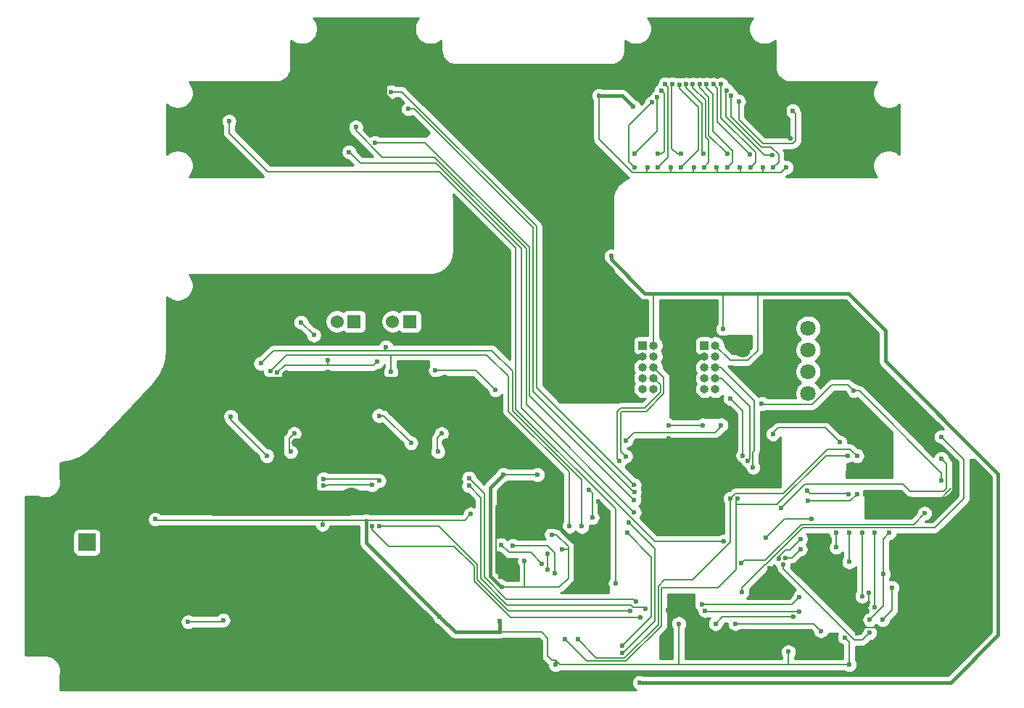
<source format=gbl>
G04 #@! TF.GenerationSoftware,KiCad,Pcbnew,(5.1.6)-1*
G04 #@! TF.CreationDate,2021-05-13T14:40:21+09:00*
G04 #@! TF.ProjectId,MainBoard_v1,4d61696e-426f-4617-9264-5f76312e6b69,rev?*
G04 #@! TF.SameCoordinates,Original*
G04 #@! TF.FileFunction,Copper,L2,Bot*
G04 #@! TF.FilePolarity,Positive*
%FSLAX46Y46*%
G04 Gerber Fmt 4.6, Leading zero omitted, Abs format (unit mm)*
G04 Created by KiCad (PCBNEW (5.1.6)-1) date 2021-05-13 14:40:21*
%MOMM*%
%LPD*%
G01*
G04 APERTURE LIST*
G04 #@! TA.AperFunction,ComponentPad*
%ADD10C,0.210000*%
G04 #@! TD*
G04 #@! TA.AperFunction,ComponentPad*
%ADD11R,2.000000X2.000000*%
G04 #@! TD*
G04 #@! TA.AperFunction,ComponentPad*
%ADD12C,2.000000*%
G04 #@! TD*
G04 #@! TA.AperFunction,ComponentPad*
%ADD13R,1.000000X1.000000*%
G04 #@! TD*
G04 #@! TA.AperFunction,ComponentPad*
%ADD14O,1.000000X1.000000*%
G04 #@! TD*
G04 #@! TA.AperFunction,ComponentPad*
%ADD15R,1.524000X1.524000*%
G04 #@! TD*
G04 #@! TA.AperFunction,ComponentPad*
%ADD16C,1.524000*%
G04 #@! TD*
G04 #@! TA.AperFunction,ComponentPad*
%ADD17C,1.800000*%
G04 #@! TD*
G04 #@! TA.AperFunction,ViaPad*
%ADD18C,0.600000*%
G04 #@! TD*
G04 #@! TA.AperFunction,Conductor*
%ADD19C,1.000000*%
G04 #@! TD*
G04 #@! TA.AperFunction,Conductor*
%ADD20C,3.000000*%
G04 #@! TD*
G04 #@! TA.AperFunction,Conductor*
%ADD21C,0.200000*%
G04 #@! TD*
G04 #@! TA.AperFunction,Conductor*
%ADD22C,0.400000*%
G04 #@! TD*
G04 #@! TA.AperFunction,Conductor*
%ADD23C,0.500000*%
G04 #@! TD*
G04 #@! TA.AperFunction,Conductor*
%ADD24C,2.000000*%
G04 #@! TD*
G04 #@! TA.AperFunction,Conductor*
%ADD25C,0.254000*%
G04 #@! TD*
G04 APERTURE END LIST*
D10*
X103620000Y-126120000D03*
X104780000Y-126120000D03*
X104780000Y-127280000D03*
X103620000Y-127280000D03*
X104200000Y-126700000D03*
X115250000Y-111750000D03*
X117550000Y-111750000D03*
X115250000Y-114050000D03*
X117550000Y-114050000D03*
X116400000Y-112900000D03*
X132450000Y-111750000D03*
X134750000Y-111750000D03*
X132450000Y-114050000D03*
X134750000Y-114050000D03*
X133600000Y-112900000D03*
D11*
X92400000Y-120500000D03*
D12*
X92400000Y-118000000D03*
D13*
X157300000Y-97500000D03*
D14*
X158570000Y-97500000D03*
X157300000Y-98770000D03*
X158570000Y-98770000D03*
X157300000Y-100040000D03*
X158570000Y-100040000D03*
X157300000Y-101310000D03*
X158570000Y-101310000D03*
X157300000Y-102580000D03*
X158570000Y-102580000D03*
D13*
X164500000Y-97520000D03*
D14*
X165770000Y-97520000D03*
X164500000Y-98790000D03*
X165770000Y-98790000D03*
X164500000Y-100060000D03*
X165770000Y-100060000D03*
X164500000Y-101330000D03*
X165770000Y-101330000D03*
X164500000Y-102600000D03*
X165770000Y-102600000D03*
D15*
X123600000Y-94700000D03*
D16*
X121600000Y-94700000D03*
D17*
X168980000Y-98030000D03*
X176600000Y-103110000D03*
X176600000Y-95490000D03*
X176600000Y-98030000D03*
X176600000Y-100570000D03*
D15*
X130100000Y-94700000D03*
D16*
X128100000Y-94700000D03*
D18*
X126300000Y-101400000D03*
X129400000Y-100600000D03*
X112600000Y-101700000D03*
X115700000Y-101700000D03*
X115700000Y-100900000D03*
X120550014Y-100800000D03*
X120549978Y-102200000D03*
X118500000Y-109800000D03*
X118500000Y-108900000D03*
X117700000Y-108900000D03*
X116800000Y-108900000D03*
X135100000Y-108900000D03*
X134300000Y-108900000D03*
X136000000Y-108900000D03*
X135100000Y-109599999D03*
X106900000Y-115600000D03*
X124200000Y-115400014D03*
X129400000Y-101400000D03*
X137250000Y-102500000D03*
X134200000Y-101400000D03*
X183700000Y-126400000D03*
X156850000Y-108600000D03*
X160300000Y-108350000D03*
X172100000Y-126350000D03*
X140700000Y-115800000D03*
X145100000Y-119600000D03*
X150250000Y-119900000D03*
X160200000Y-128400000D03*
X160300000Y-132100000D03*
X186400000Y-117600000D03*
X167500000Y-105600000D03*
X165050004Y-108699996D03*
X173850008Y-68100008D03*
X172123513Y-123481649D03*
X173100000Y-113500000D03*
X183299980Y-114862500D03*
X179900000Y-104000000D03*
X172500000Y-106350000D03*
X171700000Y-110150000D03*
X182300004Y-131149996D03*
X188000000Y-129550000D03*
X174549994Y-73300006D03*
X169500000Y-70300000D03*
X119400000Y-125900000D03*
X119500000Y-135800000D03*
X113800000Y-124900000D03*
X113800000Y-135700000D03*
X140700000Y-124500000D03*
X129370000Y-64780000D03*
X128927907Y-68872093D03*
X118350000Y-67500000D03*
X196000000Y-111800000D03*
X167700000Y-100100000D03*
X181900000Y-112300000D03*
X141500000Y-98300000D03*
X135600000Y-80700000D03*
X131900000Y-72600000D03*
X111700000Y-77400000D03*
X148500000Y-126200000D03*
X179400000Y-135800000D03*
X168350000Y-135850000D03*
X153600000Y-66900000D03*
X121200000Y-60500000D03*
X129000000Y-60600000D03*
X133600000Y-64100000D03*
X164200000Y-131200000D03*
X170400000Y-132000000D03*
X176600000Y-132100000D03*
X179800000Y-132600000D03*
X106950000Y-128250000D03*
X132300000Y-96200000D03*
X125700000Y-96600000D03*
X128600000Y-66450000D03*
X188800000Y-115800000D03*
X152150000Y-115700000D03*
X191800000Y-121200000D03*
X196650000Y-121250000D03*
X196650000Y-127450000D03*
X191700000Y-127150000D03*
X196400000Y-116250000D03*
X188700000Y-105250000D03*
X184250000Y-101250000D03*
X184150000Y-96900000D03*
X180537500Y-92762500D03*
X174400000Y-95850000D03*
X172200000Y-101700000D03*
X155000000Y-102050000D03*
X154950000Y-95550000D03*
X154800000Y-90000000D03*
X162000000Y-93750000D03*
X136700000Y-68750000D03*
X142950000Y-68600000D03*
X143000000Y-75700000D03*
X115600000Y-73150000D03*
X103950000Y-71900000D03*
X112050000Y-68350000D03*
X121400000Y-63500000D03*
X137500000Y-89250000D03*
X121750000Y-91000000D03*
X130050000Y-90800000D03*
X108700000Y-90850000D03*
X103700000Y-94800000D03*
X108800000Y-94650000D03*
X103800000Y-101650000D03*
X98750000Y-107700000D03*
X94400000Y-113300000D03*
X88175000Y-119125000D03*
X87339999Y-131600001D03*
X93300000Y-135800000D03*
X100350000Y-135800000D03*
X107000000Y-135800000D03*
X125900000Y-135800000D03*
X131850000Y-135800000D03*
X137100000Y-135800000D03*
X150900000Y-136500000D03*
X125900000Y-126950000D03*
X188100000Y-134150000D03*
X193000000Y-134200000D03*
X140850000Y-110750000D03*
X176900000Y-69300000D03*
X93750000Y-124300000D03*
X97475000Y-116225000D03*
X125600000Y-123200000D03*
X122300000Y-125800000D03*
X126100000Y-109400000D03*
X120900000Y-111700000D03*
X123800000Y-118900000D03*
X137900000Y-111700000D03*
X120650000Y-116750000D03*
X126000000Y-112000000D03*
X122400000Y-71100000D03*
X127500000Y-71500000D03*
X171200000Y-104300000D03*
X181950000Y-102800000D03*
X192150000Y-113239986D03*
X133100000Y-100400000D03*
X140100000Y-102700000D03*
X104225002Y-129800000D03*
X108300000Y-129600000D03*
X156900000Y-136900000D03*
X166650000Y-95600000D03*
X153600175Y-87069662D03*
X147900000Y-121300000D03*
X100400000Y-117800000D03*
X137200000Y-117200000D03*
X119900000Y-118400000D03*
X114600000Y-100700000D03*
X126300034Y-99400000D03*
X120500000Y-99199999D03*
X146650000Y-119600000D03*
X133600002Y-129200000D03*
X143500000Y-122700000D03*
X161500000Y-130000000D03*
X174300000Y-133300000D03*
X185400000Y-124200000D03*
X147100000Y-134800000D03*
X165800000Y-130000000D03*
X174900000Y-129200000D03*
X186100000Y-119400021D03*
X145000000Y-112600000D03*
X166450000Y-106800000D03*
X140600000Y-129700000D03*
X152199990Y-68300000D03*
X155350000Y-108599976D03*
X172500000Y-107850000D03*
X180300000Y-108800000D03*
X183800000Y-129550000D03*
X180875728Y-131624272D03*
X181400000Y-134800000D03*
X156200000Y-69600000D03*
X174050000Y-76700000D03*
X171350000Y-76700000D03*
X168650000Y-76700000D03*
X165950000Y-76700000D03*
X163250000Y-76700000D03*
X160550000Y-76700000D03*
X157850000Y-76700000D03*
X140818402Y-125700010D03*
X141000000Y-112599988D03*
X156300000Y-113799992D03*
X127920280Y-67864466D03*
X156300000Y-117000000D03*
X123800000Y-72000000D03*
X166775728Y-120375728D03*
X123000000Y-74900000D03*
X156330576Y-114647730D03*
X129935534Y-69879720D03*
X156289160Y-115537690D03*
X126012133Y-73787867D03*
X168100000Y-130000000D03*
X178100000Y-130850000D03*
X173192659Y-122421585D03*
X175710844Y-120110844D03*
X175700009Y-121300009D03*
X173984438Y-122307109D03*
X179900000Y-121100000D03*
X179900000Y-119400021D03*
X181400000Y-122800000D03*
X181400000Y-119400021D03*
X186400000Y-125800000D03*
X185300000Y-129550000D03*
X175600000Y-126900000D03*
X164186952Y-127776534D03*
X182900000Y-126800000D03*
X182900000Y-119400021D03*
X184400000Y-128100000D03*
X184400000Y-119400021D03*
X175600000Y-128600000D03*
X164575728Y-128475728D03*
X176544129Y-115685926D03*
X182300000Y-114862500D03*
X176500000Y-114500000D03*
X181300000Y-114862500D03*
X168800010Y-122900000D03*
X190200000Y-117100000D03*
X168900000Y-126300000D03*
X192149987Y-108159987D03*
X173425788Y-116522761D03*
X192150000Y-110699984D03*
X173699733Y-123109354D03*
X183800000Y-131049986D03*
X149700000Y-131850000D03*
X167500000Y-115400000D03*
X182300000Y-110399996D03*
X148200000Y-131850000D03*
X168374277Y-115374267D03*
X181225728Y-110374272D03*
X154100000Y-125300000D03*
X109000000Y-71300000D03*
X168990838Y-110356450D03*
X167500000Y-103700000D03*
X113829762Y-100483776D03*
X127900000Y-100600016D03*
X148700000Y-118649978D03*
X112700000Y-99600000D03*
X127324272Y-97700010D03*
X150200000Y-118650016D03*
X154574272Y-111025728D03*
X155298718Y-110451196D03*
X169570734Y-110956633D03*
X170170744Y-111730724D03*
X156350000Y-76700000D03*
X158385414Y-69112155D03*
X156350006Y-75100000D03*
X159000000Y-68499986D03*
X159050000Y-75100000D03*
X159455980Y-67762850D03*
X159050000Y-76700000D03*
X159914941Y-66964592D03*
X161750000Y-75100000D03*
X160759087Y-66960188D03*
X161750000Y-76700000D03*
X161557338Y-67013244D03*
X164399978Y-75100000D03*
X162357208Y-66998152D03*
X164450000Y-76700000D03*
X163157217Y-67000184D03*
X167149998Y-75100000D03*
X163957228Y-66999989D03*
X167150000Y-76700000D03*
X164757235Y-67002735D03*
X169800727Y-75149271D03*
X165557241Y-66999796D03*
X169850000Y-76700000D03*
X166450192Y-67000000D03*
X172400728Y-75249272D03*
X167125608Y-67706462D03*
X172550000Y-76700000D03*
X167640481Y-68318773D03*
X151400000Y-117599979D03*
X151042878Y-114357122D03*
X142100000Y-120900000D03*
X147000000Y-124099990D03*
X145500000Y-123000000D03*
X140800000Y-120800000D03*
X146200000Y-123700000D03*
X146200000Y-121800000D03*
X154900008Y-133400020D03*
X155664820Y-118213364D03*
X154900000Y-132600009D03*
X155500115Y-119413375D03*
X171700000Y-120000000D03*
X177000000Y-117800000D03*
X126499996Y-105700000D03*
X130237058Y-108885602D03*
X133800000Y-107800000D03*
X133382004Y-109914137D03*
X113400004Y-110400000D03*
X109200000Y-105800000D03*
X116600000Y-107800000D03*
X116182002Y-109914138D03*
X137000000Y-113900000D03*
X157600000Y-128300000D03*
X137000000Y-113000000D03*
X156482592Y-127453137D03*
X120000000Y-113900000D03*
X125700000Y-113800000D03*
X125700000Y-118600000D03*
X157000000Y-129300000D03*
X120000000Y-113100000D03*
X126500000Y-113300000D03*
X126500000Y-118600000D03*
X155799409Y-128504628D03*
X160300000Y-106850000D03*
X164300000Y-106800000D03*
X118900004Y-96300000D03*
X117400000Y-94800000D03*
X168500000Y-69000000D03*
X174800000Y-70100000D03*
D19*
X129400000Y-101400000D02*
X129400000Y-101400000D01*
X115300000Y-101700000D02*
X112600000Y-101700000D01*
X115700000Y-101700000D02*
X115300000Y-101700000D01*
X115700000Y-101700000D02*
X115700000Y-100900000D01*
X120550000Y-101950000D02*
X120550000Y-100800000D01*
X120049978Y-101700000D02*
X120549978Y-102200000D01*
X113900000Y-115400000D02*
X116400000Y-112900000D01*
X118500000Y-109800000D02*
X118500000Y-108900000D01*
X118500000Y-108800000D02*
X118400000Y-108800000D01*
X118500000Y-108900000D02*
X118400000Y-108800000D01*
X118500000Y-108900000D02*
X117700000Y-108900000D01*
X118500000Y-108900000D02*
X118500000Y-108900000D01*
X117700000Y-108900000D02*
X116800000Y-108900000D01*
X116800000Y-108900000D02*
X116800000Y-108900000D01*
X118500000Y-110800000D02*
X118500000Y-109800000D01*
X116400000Y-112900000D02*
X118500000Y-110800000D01*
X132450000Y-114050000D02*
X134750000Y-111750000D01*
X135100000Y-111400000D02*
X135100000Y-108900000D01*
X134750000Y-111750000D02*
X135100000Y-111400000D01*
X135100000Y-108900000D02*
X134300000Y-108900000D01*
X135100000Y-108900000D02*
X136000000Y-108900000D01*
D20*
X103500000Y-115600000D02*
X106900000Y-115600000D01*
D19*
X124200000Y-115400014D02*
X124200000Y-115400014D01*
X131099986Y-115400014D02*
X132450000Y-114050000D01*
X124200000Y-115400014D02*
X131099986Y-115400014D01*
D20*
X98500000Y-115600000D02*
X104200000Y-115600000D01*
D19*
X112600000Y-101700000D02*
X110900000Y-101700000D01*
X118500000Y-108900000D02*
X118500000Y-101700000D01*
X115700000Y-101700000D02*
X118500000Y-101700000D01*
X118500000Y-101700000D02*
X120049978Y-101700000D01*
D20*
X98100000Y-115600000D02*
X98700000Y-115600000D01*
X94800000Y-118000000D02*
X95700000Y-118000000D01*
X95700000Y-118000000D02*
X97475000Y-116225000D01*
D19*
X129400000Y-101400000D02*
X129400000Y-100600000D01*
D20*
X106900000Y-115600000D02*
X107200001Y-115900001D01*
X122899999Y-115900001D02*
X123200000Y-115600000D01*
X107200001Y-115900001D02*
X122899999Y-115900001D01*
D19*
X129400000Y-101400000D02*
X129099999Y-101700001D01*
X127199998Y-101700000D02*
X127199999Y-101700001D01*
X125400000Y-101700000D02*
X126000001Y-101699999D01*
X125400000Y-101700000D02*
X127199998Y-101700000D01*
X120049978Y-101700000D02*
X125400000Y-101700000D01*
X127199999Y-101700001D02*
X126600001Y-101700001D01*
X129400000Y-101400000D02*
X129700000Y-101700000D01*
X133900000Y-101700000D02*
X134200000Y-101400000D01*
X129700000Y-101700000D02*
X133900000Y-101700000D01*
X134200000Y-101400000D02*
X134500000Y-101700000D01*
X136450000Y-101700000D02*
X137250000Y-102500000D01*
X134500000Y-101700000D02*
X136450000Y-101700000D01*
X136449999Y-101700001D02*
X136450000Y-101700000D01*
X128300001Y-101700001D02*
X136449999Y-101700001D01*
X128300001Y-101700001D02*
X127199999Y-101700001D01*
X129099999Y-101700001D02*
X128300001Y-101700001D01*
D21*
X156850000Y-108600000D02*
X160050000Y-108600000D01*
X160050000Y-108600000D02*
X160300000Y-108350000D01*
X140199999Y-116300001D02*
X140700000Y-115800000D01*
X144675735Y-119599999D02*
X140199999Y-119599999D01*
X145100000Y-119600000D02*
X144675735Y-119599999D01*
X140199999Y-119599999D02*
X140199999Y-116300001D01*
X145100000Y-119600000D02*
X145800000Y-118900000D01*
X148861998Y-119900000D02*
X150250000Y-119900000D01*
X147861998Y-118900000D02*
X148861998Y-119900000D01*
X145800000Y-118900000D02*
X147861998Y-118900000D01*
X160200000Y-128400000D02*
X160200000Y-132000000D01*
X160200000Y-132000000D02*
X160300000Y-132100000D01*
X165050000Y-108350000D02*
X160300000Y-108350000D01*
X165050000Y-108350000D02*
X165050000Y-108699992D01*
X165050000Y-108699992D02*
X165050004Y-108699996D01*
X172100000Y-123505162D02*
X172123513Y-123481649D01*
X172100000Y-126350000D02*
X172100000Y-123505162D01*
X173100000Y-113500000D02*
X171700000Y-112100000D01*
X183662500Y-114862500D02*
X183299980Y-114862500D01*
X186400000Y-117600000D02*
X183662500Y-114862500D01*
D22*
X155670000Y-98770000D02*
X155600000Y-98700000D01*
X157300000Y-98770000D02*
X155670000Y-98770000D01*
D21*
X186400000Y-117600000D02*
X188200000Y-115800000D01*
X191743700Y-115800000D02*
X193300000Y-114243700D01*
X188200000Y-115800000D02*
X188800000Y-115800000D01*
X171700000Y-107150000D02*
X172500000Y-106350000D01*
X177550000Y-106350000D02*
X179900000Y-104000000D01*
X172500000Y-106350000D02*
X177550000Y-106350000D01*
X171700000Y-112100000D02*
X171700000Y-110150000D01*
X171700000Y-110150000D02*
X171700000Y-107150000D01*
X183000015Y-130449985D02*
X182300004Y-131149996D01*
X187100015Y-130449985D02*
X183000015Y-130449985D01*
X188000000Y-129550000D02*
X187100015Y-130449985D01*
D23*
X173850008Y-72600020D02*
X174549994Y-73300006D01*
X173850008Y-68100008D02*
X173850008Y-72600020D01*
D21*
X171699992Y-68100008D02*
X173850008Y-68100008D01*
X169500000Y-70300000D02*
X171699992Y-68100008D01*
D22*
X170530000Y-64780000D02*
X173850008Y-68100008D01*
X152620000Y-64780000D02*
X170530000Y-64780000D01*
X119400000Y-125900000D02*
X119400000Y-135700000D01*
X119400000Y-135700000D02*
X119500000Y-135800000D01*
X113800000Y-124900000D02*
X113800000Y-135700000D01*
D21*
X140199999Y-119599999D02*
X140199999Y-123999999D01*
X140199999Y-123999999D02*
X140400001Y-124200001D01*
X140400001Y-124200001D02*
X140700000Y-124500000D01*
D22*
X127891905Y-68872093D02*
X128927907Y-68872093D01*
X127220279Y-68200467D02*
X127891905Y-68872093D01*
X129370000Y-64780000D02*
X127220279Y-66929721D01*
X118770279Y-67920279D02*
X118350000Y-67500000D01*
X127220279Y-67920279D02*
X118770279Y-67920279D01*
X127220279Y-67920279D02*
X127220279Y-68200467D01*
X127220279Y-66929721D02*
X127220279Y-67920279D01*
D23*
X149000000Y-84000000D02*
X149000000Y-64900000D01*
X153800000Y-88800000D02*
X149000000Y-84000000D01*
X155600000Y-98700000D02*
X153800000Y-96900000D01*
X153800000Y-96900000D02*
X153800000Y-88800000D01*
D22*
X129370000Y-64780000D02*
X152620000Y-64780000D01*
D21*
X188800000Y-115800000D02*
X191743700Y-115800000D01*
D20*
X97475000Y-116225000D02*
X98100000Y-115600000D01*
D24*
X92400000Y-118000000D02*
X95700000Y-118000000D01*
D21*
X163790000Y-98790000D02*
X164500000Y-98790000D01*
X163300000Y-98300000D02*
X163790000Y-98790000D01*
X163300000Y-96400000D02*
X163300000Y-98300000D01*
X168980000Y-98030000D02*
X167350000Y-96400000D01*
X167350000Y-96400000D02*
X163300000Y-96400000D01*
X165600000Y-105600000D02*
X167500000Y-105600000D01*
X163300000Y-103300000D02*
X165600000Y-105600000D01*
X163300000Y-99500000D02*
X163300000Y-103300000D01*
X164500000Y-98790000D02*
X164010000Y-98790000D01*
X164010000Y-98790000D02*
X163300000Y-99500000D01*
X166350000Y-108350000D02*
X165050000Y-108350000D01*
X167500000Y-105600000D02*
X167500000Y-107200000D01*
X167500000Y-107200000D02*
X166350000Y-108350000D01*
X182300004Y-129299996D02*
X182300004Y-131149996D01*
X183700000Y-126400000D02*
X183700000Y-127900000D01*
X183700000Y-127900000D02*
X182300004Y-129299996D01*
X182550000Y-102800000D02*
X192150000Y-112400000D01*
X192150000Y-112400000D02*
X192150000Y-113239986D01*
X181950000Y-102800000D02*
X182550000Y-102800000D01*
X181250000Y-102100000D02*
X181950000Y-102800000D01*
X179400000Y-102100000D02*
X181250000Y-102100000D01*
X171200000Y-104300000D02*
X171300000Y-104400000D01*
X177100000Y-104400000D02*
X179400000Y-102100000D01*
X171300000Y-104400000D02*
X177100000Y-104400000D01*
X137800000Y-100400000D02*
X140100000Y-102700000D01*
X133100000Y-100400000D02*
X137800000Y-100400000D01*
X104225002Y-129800000D02*
X108100000Y-129800000D01*
X108100000Y-129800000D02*
X108300000Y-129600000D01*
D22*
X170177106Y-91400000D02*
X169800000Y-91400000D01*
D21*
X169556001Y-99230001D02*
X170700000Y-98086002D01*
X165770000Y-97520000D02*
X167480001Y-99230001D01*
X167480001Y-99230001D02*
X169556001Y-99230001D01*
X170700000Y-98086002D02*
X170700000Y-91400000D01*
D22*
X170700000Y-91400000D02*
X169800000Y-91400000D01*
D21*
X158570000Y-97500000D02*
X158570000Y-91530000D01*
X158570000Y-91530000D02*
X158700000Y-91400000D01*
X166700000Y-91400000D02*
X166700000Y-95550000D01*
X166700000Y-95550000D02*
X166650000Y-95600000D01*
D22*
X166700000Y-91400000D02*
X158700000Y-91400000D01*
X169800000Y-91400000D02*
X166700000Y-91400000D01*
X157506249Y-91400000D02*
X153600175Y-87493926D01*
X153600175Y-87493926D02*
X153600175Y-87069662D01*
X158700000Y-91400000D02*
X157506249Y-91400000D01*
X181300000Y-91400000D02*
X170700000Y-91400000D01*
X193250000Y-136900000D02*
X198800000Y-131350000D01*
X185635540Y-95735540D02*
X181300000Y-91400000D01*
X198800000Y-131350000D02*
X198800000Y-112500000D01*
X198800000Y-112500000D02*
X185635540Y-99335540D01*
X156900000Y-136900000D02*
X193250000Y-136900000D01*
X185635540Y-99335540D02*
X185635540Y-95735540D01*
D21*
X120324264Y-117900011D02*
X119900000Y-117900011D01*
X137200000Y-117200000D02*
X136499989Y-117900011D01*
X110700000Y-117900000D02*
X113500000Y-117900000D01*
X119475736Y-117900011D02*
X119900000Y-117900011D01*
X113300000Y-117900000D02*
X113300011Y-117900011D01*
X113300011Y-117900011D02*
X119475736Y-117900011D01*
X100500000Y-117900000D02*
X100400000Y-117800000D01*
X110700000Y-117900000D02*
X100500000Y-117900000D01*
X120500000Y-99800000D02*
X115500000Y-99800000D01*
X115500000Y-99800000D02*
X114600000Y-100700000D01*
X120500000Y-99800000D02*
X125900034Y-99800000D01*
X125900034Y-99800000D02*
X126300034Y-99400000D01*
X120500000Y-99199999D02*
X120500000Y-99800000D01*
X119900000Y-118400000D02*
X119900000Y-117900011D01*
X148600000Y-121300000D02*
X147900000Y-121300000D01*
X147200000Y-119600000D02*
X146650000Y-119600000D01*
X148600000Y-121300000D02*
X148600000Y-121000000D01*
X148600000Y-121000000D02*
X147200000Y-119600000D01*
D22*
X133600002Y-129200000D02*
X135400002Y-131000000D01*
D21*
X161500000Y-134800000D02*
X161500000Y-130000000D01*
X147100000Y-134800000D02*
X147100000Y-134300000D01*
X165800000Y-130000000D02*
X166600000Y-129200000D01*
X166600000Y-129200000D02*
X174900000Y-129200000D01*
X185400000Y-124200000D02*
X185400000Y-120100021D01*
X185400000Y-120100021D02*
X186100000Y-119400021D01*
D22*
X140600000Y-131000000D02*
X140600000Y-129700000D01*
X135400002Y-131000000D02*
X140600000Y-131000000D01*
D21*
X146200000Y-133800000D02*
X146700000Y-134300000D01*
X140600000Y-131000000D02*
X145500000Y-131000000D01*
X146700000Y-134300000D02*
X147100000Y-134300000D01*
X146200000Y-131700000D02*
X146200000Y-133800000D01*
X145500000Y-131000000D02*
X146200000Y-131700000D01*
X143500000Y-125600000D02*
X143569872Y-125669872D01*
X143500000Y-122700000D02*
X143500000Y-125600000D01*
D23*
X152300000Y-68300000D02*
X152199990Y-68300000D01*
D21*
X166450000Y-106800000D02*
X166450000Y-107000000D01*
X156249976Y-107700000D02*
X155350000Y-108599976D01*
X166450000Y-107000000D02*
X165750000Y-107700000D01*
X165750000Y-107700000D02*
X156249976Y-107700000D01*
X172500000Y-107727026D02*
X172500000Y-107850000D01*
X173111978Y-107115048D02*
X172500000Y-107727026D01*
X178615048Y-107115048D02*
X173111978Y-107115048D01*
X180300000Y-108800000D02*
X178615048Y-107115048D01*
X185400000Y-127950000D02*
X185400000Y-124200000D01*
X183800000Y-129550000D02*
X185400000Y-127950000D01*
X181400000Y-132148544D02*
X180875728Y-131624272D01*
X181400000Y-134800000D02*
X181400000Y-134800000D01*
X174300000Y-134800010D02*
X174300000Y-133300000D01*
X155519406Y-134800024D02*
X181399976Y-134800024D01*
X155519387Y-134800043D02*
X155519406Y-134800024D01*
X147100000Y-134300000D02*
X147600043Y-134800043D01*
X181399976Y-134800024D02*
X181400000Y-134800000D01*
X147600043Y-134800043D02*
X155519387Y-134800043D01*
X181400000Y-134800000D02*
X181400000Y-132148544D01*
D22*
X152199990Y-68300000D02*
X154900000Y-68300000D01*
X154900000Y-68300000D02*
X156200000Y-69600000D01*
D21*
X152199990Y-73437992D02*
X156061999Y-77300001D01*
X173449999Y-77300001D02*
X174050000Y-76700000D01*
X152199990Y-68300000D02*
X152199990Y-73437992D01*
X171300001Y-77300001D02*
X171300001Y-76749999D01*
X171300001Y-77300001D02*
X173449999Y-77300001D01*
X171300001Y-76749999D02*
X171350000Y-76700000D01*
X168700001Y-76750001D02*
X168650000Y-76700000D01*
X168700001Y-77300001D02*
X168700001Y-76750001D01*
X168700001Y-77300001D02*
X171300001Y-77300001D01*
X165999999Y-77300001D02*
X165999999Y-76749999D01*
X165999999Y-77300001D02*
X168700001Y-77300001D01*
X165999999Y-76749999D02*
X165950000Y-76700000D01*
X163200001Y-76749999D02*
X163250000Y-76700000D01*
X163200001Y-77300001D02*
X163200001Y-76749999D01*
X163200001Y-77300001D02*
X165999999Y-77300001D01*
X160600001Y-76750001D02*
X160550000Y-76700000D01*
X160600001Y-77300001D02*
X160600001Y-76750001D01*
X160600001Y-77300001D02*
X163200001Y-77300001D01*
X157799999Y-77300001D02*
X157799999Y-76750001D01*
X157799999Y-76750001D02*
X157850000Y-76700000D01*
X157799999Y-77300001D02*
X160600001Y-77300001D01*
X156061999Y-77300001D02*
X157799999Y-77300001D01*
X141242666Y-125700010D02*
X140818402Y-125700010D01*
X143569872Y-125669872D02*
X143539734Y-125700010D01*
D22*
X124999999Y-117900021D02*
X124999989Y-117900011D01*
X124999999Y-120599997D02*
X124999999Y-117900021D01*
X133600002Y-129200000D02*
X124999999Y-120599997D01*
D21*
X136499989Y-117900011D02*
X124999989Y-117900011D01*
X124999989Y-117900011D02*
X120324264Y-117900011D01*
X148600000Y-121300000D02*
X148600000Y-124669872D01*
X143600000Y-125700000D02*
X143569872Y-125669872D01*
X148600000Y-124669872D02*
X147569872Y-125700000D01*
X143899990Y-125700010D02*
X143900000Y-125700000D01*
X143300010Y-125700010D02*
X143899990Y-125700010D01*
X143539734Y-125700010D02*
X143300010Y-125700010D01*
X143300010Y-125700010D02*
X141242666Y-125700010D01*
X147569872Y-125700000D02*
X143900000Y-125700000D01*
X143900000Y-125700000D02*
X143600000Y-125700000D01*
D22*
X139499999Y-124411725D02*
X139499999Y-114099989D01*
X141000000Y-112500000D02*
X141000000Y-112599988D01*
X140788274Y-125700000D02*
X139499999Y-124411725D01*
D21*
X141000012Y-112600000D02*
X141000000Y-112599988D01*
X145000000Y-112600000D02*
X141000012Y-112600000D01*
D22*
X139499999Y-114099989D02*
X141000000Y-112599988D01*
D21*
X156499992Y-113799992D02*
X156300000Y-113799992D01*
X144900000Y-83600000D02*
X144900000Y-102399992D01*
X127920280Y-67864466D02*
X129164466Y-67864466D01*
X144900000Y-102399992D02*
X156300000Y-113799992D01*
X129164466Y-67864466D02*
X144900000Y-83600000D01*
X126875747Y-75500011D02*
X123800000Y-72424264D01*
X133000011Y-75500011D02*
X126875747Y-75500011D01*
X156300000Y-117000000D02*
X143699967Y-104399967D01*
X123800000Y-72424264D02*
X123800000Y-72000000D01*
X143699967Y-86199967D02*
X133000011Y-75500011D01*
X143699967Y-104399967D02*
X143699967Y-86199967D01*
X123299999Y-75199999D02*
X123000000Y-74900000D01*
X143100000Y-86165700D02*
X133134322Y-76200022D01*
X124300022Y-76200022D02*
X123299999Y-75199999D01*
X143100000Y-104800000D02*
X143100000Y-86165700D01*
X158675728Y-120375728D02*
X143100000Y-104800000D01*
X166775728Y-120375728D02*
X158675728Y-120375728D01*
X133134322Y-76200022D02*
X124300022Y-76200022D01*
X144499989Y-83765689D02*
X130614020Y-69879720D01*
X156247729Y-114647730D02*
X144499989Y-102899990D01*
X144499989Y-102899990D02*
X144499989Y-83765689D01*
X130614020Y-69879720D02*
X129935534Y-69879720D01*
X156330576Y-114647730D02*
X156247729Y-114647730D01*
X126436397Y-73787867D02*
X126012133Y-73787867D01*
X131887867Y-73787867D02*
X126436397Y-73787867D01*
X144099978Y-85999978D02*
X131887867Y-73787867D01*
X156289160Y-115537690D02*
X144099978Y-103348508D01*
X144099978Y-103348508D02*
X144099978Y-85999978D01*
X168100000Y-130000000D02*
X177250000Y-130000000D01*
X177250000Y-130000000D02*
X178100000Y-130850000D01*
X174465117Y-121396032D02*
X175710844Y-120150305D01*
X175710844Y-120150305D02*
X175710844Y-120110844D01*
X173192659Y-122421585D02*
X173192659Y-122192443D01*
X173989070Y-121396032D02*
X174465117Y-121396032D01*
X173192659Y-122192443D02*
X173989070Y-121396032D01*
X175700009Y-121300009D02*
X174692909Y-122307109D01*
X174692909Y-122307109D02*
X173984438Y-122307109D01*
X179900000Y-121100000D02*
X179900000Y-119400021D01*
X181400000Y-122800000D02*
X181400000Y-119400021D01*
X186400000Y-125800000D02*
X186400000Y-128450000D01*
X186400000Y-128450000D02*
X185300000Y-129550000D01*
X174723466Y-127776534D02*
X164186952Y-127776534D01*
X175600000Y-126900000D02*
X174723466Y-127776534D01*
X182900000Y-126800000D02*
X182900000Y-119400021D01*
X184400000Y-128100000D02*
X184400000Y-119400021D01*
X164700000Y-128600000D02*
X164575728Y-128475728D01*
X175600000Y-128600000D02*
X164700000Y-128600000D01*
D23*
X92200000Y-120700000D02*
X92400000Y-120500000D01*
D21*
X181476574Y-115685926D02*
X182300000Y-114862500D01*
X176544129Y-115685926D02*
X181476574Y-115685926D01*
X176825735Y-114825735D02*
X176500000Y-114500000D01*
X176825735Y-114825735D02*
X181263235Y-114825735D01*
X181263235Y-114825735D02*
X181300000Y-114862500D01*
X168800010Y-122900000D02*
X169100009Y-122600001D01*
X171599999Y-122600001D02*
X175800000Y-118400000D01*
X169100009Y-122600001D02*
X171599999Y-122600001D01*
X175800000Y-118400000D02*
X188900000Y-118400000D01*
X188900000Y-118400000D02*
X190200000Y-117100000D01*
X194800000Y-110810000D02*
X192149987Y-108159987D01*
X194800000Y-115400000D02*
X194800000Y-110810000D01*
X168900000Y-125765700D02*
X171665688Y-123000012D01*
X175965689Y-118800011D02*
X191399989Y-118800011D01*
X191399989Y-118800011D02*
X194800000Y-115400000D01*
X168900000Y-126300000D02*
X168900000Y-125765700D01*
X171665688Y-123000012D02*
X171765688Y-123000012D01*
X171765688Y-123000012D02*
X175965689Y-118800011D01*
X187700000Y-113700000D02*
X188540001Y-114540001D01*
X188540001Y-114540001D02*
X192438001Y-114540001D01*
X173425788Y-116522761D02*
X176248549Y-113700000D01*
X192750001Y-114228001D02*
X192750001Y-111299985D01*
X192750001Y-111299985D02*
X192150000Y-110699984D01*
X176248549Y-113700000D02*
X187700000Y-113700000D01*
X192438001Y-114540001D02*
X192750001Y-114228001D01*
X182949986Y-131900000D02*
X183800000Y-131049986D01*
X182000000Y-131900000D02*
X182949986Y-131900000D01*
X173699733Y-123599733D02*
X182000000Y-131900000D01*
X173699733Y-123109354D02*
X173699733Y-123599733D01*
X151850021Y-134000021D02*
X155188009Y-134000021D01*
X159100021Y-130088009D02*
X159100021Y-125634279D01*
X163100000Y-124900000D02*
X167500000Y-120500000D01*
X155188009Y-134000021D02*
X159100021Y-130088009D01*
X149700000Y-131850000D02*
X151850021Y-134000021D01*
X159100021Y-125634279D02*
X159834300Y-124900000D01*
X159834300Y-124900000D02*
X163100000Y-124900000D01*
X167500000Y-120500000D02*
X167500000Y-115400000D01*
X168125734Y-114774266D02*
X173725734Y-114774266D01*
X173725734Y-114774266D02*
X178899999Y-109600001D01*
X181500005Y-109600001D02*
X182300000Y-110399996D01*
X178899999Y-109600001D02*
X181500005Y-109600001D01*
X167500000Y-115400000D02*
X168125734Y-114774266D01*
X168200000Y-123665700D02*
X168200000Y-116700000D01*
X150750032Y-134400032D02*
X155353698Y-134400032D01*
X155353698Y-134400032D02*
X159500032Y-130253698D01*
X148200000Y-131850000D02*
X150750032Y-134400032D01*
X159500032Y-130253698D02*
X159500032Y-125799970D01*
X166065730Y-125799970D02*
X168200000Y-123665700D01*
X159500032Y-125799970D02*
X166065730Y-125799970D01*
X168200000Y-116700000D02*
X168200000Y-115548544D01*
X168200000Y-115548544D02*
X168374277Y-115374267D01*
X168200011Y-116100011D02*
X173000000Y-116100011D01*
X168200000Y-116100000D02*
X168200011Y-116100011D01*
X178691428Y-110374272D02*
X181225728Y-110374272D01*
X172965689Y-116100011D02*
X178691428Y-110374272D01*
X154100000Y-116565700D02*
X142500000Y-104965700D01*
X109000000Y-72700000D02*
X109000000Y-71300000D01*
X154100000Y-125300000D02*
X154100000Y-116565700D01*
X113500011Y-77200011D02*
X109000000Y-72700000D01*
X142500000Y-104965700D02*
X142500000Y-86131400D01*
X142500000Y-86131400D02*
X133568611Y-77200011D01*
X133568611Y-77200011D02*
X113500011Y-77200011D01*
X168990838Y-110356450D02*
X168990838Y-105190838D01*
X168990838Y-105190838D02*
X167500000Y-103700000D01*
X113829762Y-100483776D02*
X115713539Y-98599999D01*
X115713539Y-98599999D02*
X126788001Y-98599999D01*
X127900000Y-98599999D02*
X127900000Y-100600016D01*
X126788001Y-98599999D02*
X127900000Y-98599999D01*
X148700000Y-112297100D02*
X148700000Y-118649978D01*
X141600000Y-101100000D02*
X141600000Y-105197100D01*
X141600000Y-105197100D02*
X148700000Y-112297100D01*
X139100000Y-98600000D02*
X141600000Y-101100000D01*
X126788001Y-98599999D02*
X139100000Y-98600000D01*
X112700000Y-99600000D02*
X114200000Y-98100000D01*
X114200000Y-98100000D02*
X126900000Y-98100000D01*
X126900000Y-98100000D02*
X126900010Y-98100010D01*
X126900000Y-98100000D02*
X127200000Y-98100000D01*
X127200000Y-97824282D02*
X127324272Y-97700010D01*
X127200000Y-98100000D02*
X127200000Y-97824282D01*
X150200000Y-113231400D02*
X150200000Y-118650016D01*
X142099989Y-100499989D02*
X142099989Y-105131389D01*
X127200000Y-98100000D02*
X139700000Y-98100000D01*
X139700000Y-98100000D02*
X142099989Y-100499989D01*
X142099989Y-105131389D02*
X150200000Y-113231400D01*
X157534010Y-104799992D02*
X154734310Y-104799992D01*
X159370001Y-102110001D02*
X159370001Y-102964001D01*
X159370001Y-102964001D02*
X157534010Y-104799992D01*
X154734310Y-104799992D02*
X154274273Y-105260029D01*
X154274273Y-110725729D02*
X154574272Y-111025728D01*
X154274273Y-105260029D02*
X154274273Y-110725729D01*
X158570000Y-101310000D02*
X159370001Y-102110001D01*
X159770011Y-103129690D02*
X157699700Y-105200000D01*
X154749998Y-109902476D02*
X155298718Y-110451196D01*
X157699700Y-105200000D02*
X154900000Y-105200000D01*
X158570000Y-100040000D02*
X159770011Y-101240011D01*
X154749998Y-105350002D02*
X154749998Y-109902476D01*
X159770011Y-101240011D02*
X159770011Y-103129690D01*
X154900000Y-105200000D02*
X154749998Y-105350002D01*
X169770733Y-104623627D02*
X169770733Y-110756634D01*
X169770733Y-110756634D02*
X169570734Y-110956633D01*
X166477106Y-101330000D02*
X169770733Y-104623627D01*
X165770000Y-101330000D02*
X166477106Y-101330000D01*
X170170744Y-109929256D02*
X170170744Y-111730724D01*
X165810000Y-100100000D02*
X166400000Y-100100000D01*
X165770000Y-100060000D02*
X165810000Y-100100000D01*
X166400000Y-100100000D02*
X170300000Y-104000000D01*
X170300000Y-104000000D02*
X170300000Y-109800000D01*
X170300000Y-109800000D02*
X170170744Y-109929256D01*
X155700000Y-76050000D02*
X155700000Y-71797569D01*
X156350000Y-76700000D02*
X155700000Y-76050000D01*
X155700000Y-71797569D02*
X158385414Y-69112155D01*
X159000000Y-72450006D02*
X159000000Y-68499986D01*
X156350006Y-75100000D02*
X159000000Y-72450006D01*
X159799999Y-74800001D02*
X159799999Y-68106869D01*
X159500000Y-75100000D02*
X159799999Y-74800001D01*
X159799999Y-68106869D02*
X159455980Y-67762850D01*
X159050000Y-75100000D02*
X159500000Y-75100000D01*
X160214940Y-67264591D02*
X159914941Y-66964592D01*
X160214940Y-75535060D02*
X160214940Y-67264591D01*
X159050000Y-76700000D02*
X160214940Y-75535060D01*
X160700051Y-74500051D02*
X160700051Y-67019224D01*
X161750000Y-75100000D02*
X161300000Y-75100000D01*
X160700051Y-67019224D02*
X160759087Y-66960188D01*
X161300000Y-75100000D02*
X160700051Y-74500051D01*
X161557338Y-67437508D02*
X161557338Y-67013244D01*
X163782213Y-69662383D02*
X161557338Y-67437508D01*
X161750000Y-76700000D02*
X163782213Y-74667787D01*
X163782213Y-74667787D02*
X163782213Y-69662383D01*
X164199978Y-74900000D02*
X164199978Y-69265186D01*
X164199978Y-69265186D02*
X162357208Y-67422416D01*
X164399978Y-75100000D02*
X164199978Y-74900000D01*
X162357208Y-67422416D02*
X162357208Y-66998152D01*
X164599989Y-68867220D02*
X163157217Y-67424448D01*
X164450000Y-76700000D02*
X164999988Y-76150012D01*
X164999988Y-76150012D02*
X164999988Y-73515688D01*
X163157217Y-67424448D02*
X163157217Y-67000184D01*
X164999988Y-73515688D02*
X164599989Y-73115689D01*
X164599989Y-73115689D02*
X164599989Y-68867220D01*
X165000000Y-68467025D02*
X163957228Y-67424253D01*
X165000000Y-72950002D02*
X165000000Y-68467025D01*
X163957228Y-67424253D02*
X163957228Y-66999989D01*
X167149998Y-75100000D02*
X165000000Y-72950002D01*
X165499999Y-72499999D02*
X165499999Y-68169763D01*
X167150000Y-76700000D02*
X167750012Y-76099988D01*
X165499999Y-68169763D02*
X164757235Y-67426999D01*
X167750012Y-74750012D02*
X165499999Y-72499999D01*
X164757235Y-67426999D02*
X164757235Y-67002735D01*
X167750012Y-76099988D02*
X167750012Y-74750012D01*
X165999989Y-71348533D02*
X165999989Y-67442544D01*
X165999989Y-67442544D02*
X165557241Y-66999796D01*
X169800727Y-75149271D02*
X165999989Y-71348533D01*
X170450008Y-74950008D02*
X166450192Y-70950192D01*
X169850000Y-76700000D02*
X170450008Y-76099992D01*
X170450008Y-76099992D02*
X170450008Y-74950008D01*
X166450192Y-70950192D02*
X166450192Y-67000000D01*
X167024696Y-70756096D02*
X167024696Y-67807374D01*
X171517872Y-75249272D02*
X167024696Y-70756096D01*
X172400728Y-75249272D02*
X171517872Y-75249272D01*
X167024696Y-67807374D02*
X167125608Y-67706462D01*
X173150001Y-76099999D02*
X173150001Y-75150001D01*
X172300018Y-74300018D02*
X171134318Y-74300018D01*
X171134318Y-74300018D02*
X167640481Y-70806181D01*
X172550000Y-76700000D02*
X173150001Y-76099999D01*
X167640481Y-70806181D02*
X167640481Y-68318773D01*
X173150001Y-75150001D02*
X172300018Y-74300018D01*
X151400000Y-114714244D02*
X151042878Y-114357122D01*
X151400000Y-117599979D02*
X151400000Y-114714244D01*
X147000000Y-121711998D02*
X147000000Y-124099990D01*
X142100000Y-120900000D02*
X146188002Y-120900000D01*
X146188002Y-120900000D02*
X147000000Y-121711998D01*
X145500000Y-123000000D02*
X144200000Y-121700000D01*
X141700000Y-121700000D02*
X140800000Y-120800000D01*
X144200000Y-121700000D02*
X141700000Y-121700000D01*
X146200000Y-123700000D02*
X146200000Y-121800000D01*
X154900008Y-133400020D02*
X154900008Y-133400000D01*
X158700010Y-129688001D02*
X158700010Y-121248554D01*
X154988011Y-133400000D02*
X158700010Y-129688001D01*
X154900008Y-133400000D02*
X154988011Y-133400000D01*
X158700010Y-121248554D02*
X155664820Y-118213364D01*
X154900000Y-132600009D02*
X158300000Y-129200009D01*
X158300000Y-129200009D02*
X158300000Y-122213260D01*
X158300000Y-122213260D02*
X155500115Y-119413375D01*
X171700000Y-120000000D02*
X173900000Y-117800000D01*
X173900000Y-117800000D02*
X177000000Y-117800000D01*
X126499996Y-105700000D02*
X127051456Y-105700000D01*
X127051456Y-105700000D02*
X130237058Y-108885602D01*
X133300000Y-108300000D02*
X133800000Y-107800000D01*
X133382004Y-109914137D02*
X133300000Y-109832133D01*
X133300000Y-109832133D02*
X133300000Y-108300000D01*
X109200000Y-106199996D02*
X109200000Y-105800000D01*
X113400004Y-110400000D02*
X109200000Y-106199996D01*
X116600000Y-107800000D02*
X116000000Y-108400000D01*
X116000000Y-109732136D02*
X116182002Y-109914138D01*
X116000000Y-108400000D02*
X116000000Y-109732136D01*
X138399989Y-115299989D02*
X138399989Y-124735301D01*
X155941441Y-127799988D02*
X156194591Y-128053138D01*
X137000000Y-113900000D02*
X138399989Y-115299989D01*
X138399989Y-124735301D02*
X141464676Y-127799988D01*
X141464676Y-127799988D02*
X155941441Y-127799988D01*
X156194591Y-128053138D02*
X157353138Y-128053138D01*
X157353138Y-128053138D02*
X157600000Y-128300000D01*
X138800000Y-114800000D02*
X138800000Y-124569612D01*
X138800000Y-124569612D02*
X141383526Y-127153138D01*
X137000000Y-113000000D02*
X138800000Y-114800000D01*
X156182593Y-127153138D02*
X156482592Y-127453137D01*
X141383526Y-127153138D02*
X156182593Y-127153138D01*
X120524264Y-113800000D02*
X125700000Y-113800000D01*
X120000000Y-113900000D02*
X120424264Y-113900000D01*
X120424264Y-113900000D02*
X120524264Y-113800000D01*
X125700000Y-119024264D02*
X127675736Y-121000000D01*
X125700000Y-118600000D02*
X125700000Y-119024264D01*
X137599967Y-125066679D02*
X141833288Y-129300000D01*
X137599967Y-123297067D02*
X137599967Y-125066679D01*
X135302900Y-121000000D02*
X137599967Y-123297067D01*
X141833288Y-129300000D02*
X157000000Y-129300000D01*
X127675736Y-121000000D02*
X135302900Y-121000000D01*
X120000000Y-113100000D02*
X126300000Y-113100000D01*
X126300000Y-113100000D02*
X126500000Y-113300000D01*
X126500000Y-118600000D02*
X133468600Y-118600000D01*
X137999978Y-123131378D02*
X137999978Y-124900990D01*
X137999978Y-124900990D02*
X141603616Y-128504628D01*
X141603616Y-128504628D02*
X155799409Y-128504628D01*
X133468600Y-118600000D02*
X137999978Y-123131378D01*
X160350000Y-106800000D02*
X160300000Y-106850000D01*
X164300000Y-106800000D02*
X160350000Y-106800000D01*
X118900000Y-96300000D02*
X118900004Y-96300000D01*
X117400000Y-94800000D02*
X118900000Y-96300000D01*
X175149995Y-73588007D02*
X175149995Y-70449995D01*
X174837995Y-73900007D02*
X175149995Y-73588007D01*
X175149995Y-70449995D02*
X174800000Y-70100000D01*
X171300007Y-73900007D02*
X174837995Y-73900007D01*
X168500000Y-71100000D02*
X171300007Y-73900007D01*
X168500000Y-69000000D02*
X168500000Y-71100000D01*
D25*
G36*
X141765001Y-86435848D02*
G01*
X141765000Y-99125554D01*
X140245259Y-97605812D01*
X140222238Y-97577762D01*
X140110320Y-97485913D01*
X139982633Y-97417663D01*
X139844085Y-97375635D01*
X139736105Y-97365000D01*
X139700000Y-97361444D01*
X139663895Y-97365000D01*
X128197543Y-97365000D01*
X128152858Y-97257121D01*
X128050534Y-97103982D01*
X127920300Y-96973748D01*
X127767161Y-96871424D01*
X127597001Y-96800942D01*
X127416361Y-96765010D01*
X127232183Y-96765010D01*
X127051543Y-96800942D01*
X126881383Y-96871424D01*
X126728244Y-96973748D01*
X126598010Y-97103982D01*
X126495686Y-97257121D01*
X126451001Y-97365000D01*
X114236094Y-97365000D01*
X114199999Y-97361445D01*
X114163904Y-97365000D01*
X114163895Y-97365000D01*
X114055915Y-97375635D01*
X113917367Y-97417663D01*
X113789680Y-97485913D01*
X113677762Y-97577762D01*
X113654746Y-97605807D01*
X112592485Y-98668068D01*
X112427271Y-98700932D01*
X112257111Y-98771414D01*
X112103972Y-98873738D01*
X111973738Y-99003972D01*
X111871414Y-99157111D01*
X111800932Y-99327271D01*
X111765000Y-99507911D01*
X111765000Y-99692089D01*
X111800932Y-99872729D01*
X111871414Y-100042889D01*
X111973738Y-100196028D01*
X112103972Y-100326262D01*
X112257111Y-100428586D01*
X112427271Y-100499068D01*
X112607911Y-100535000D01*
X112792089Y-100535000D01*
X112894762Y-100514577D01*
X112894762Y-100575865D01*
X112930694Y-100756505D01*
X113001176Y-100926665D01*
X113103500Y-101079804D01*
X113233734Y-101210038D01*
X113386873Y-101312362D01*
X113557033Y-101382844D01*
X113737673Y-101418776D01*
X113921851Y-101418776D01*
X113984103Y-101406393D01*
X114003972Y-101426262D01*
X114157111Y-101528586D01*
X114327271Y-101599068D01*
X114507911Y-101635000D01*
X114692089Y-101635000D01*
X114872729Y-101599068D01*
X115042889Y-101528586D01*
X115196028Y-101426262D01*
X115326262Y-101296028D01*
X115428586Y-101142889D01*
X115499068Y-100972729D01*
X115531932Y-100807515D01*
X115804447Y-100535000D01*
X120463895Y-100535000D01*
X120500000Y-100538556D01*
X120536105Y-100535000D01*
X125863929Y-100535000D01*
X125900034Y-100538556D01*
X125936139Y-100535000D01*
X126044119Y-100524365D01*
X126182667Y-100482337D01*
X126310354Y-100414087D01*
X126411392Y-100331167D01*
X126572763Y-100299068D01*
X126742923Y-100228586D01*
X126896062Y-100126262D01*
X127026296Y-99996028D01*
X127128620Y-99842889D01*
X127165001Y-99755058D01*
X127165001Y-100017064D01*
X127071414Y-100157127D01*
X127000932Y-100327287D01*
X126965000Y-100507927D01*
X126965000Y-100692105D01*
X127000932Y-100872745D01*
X127071414Y-101042905D01*
X127173738Y-101196044D01*
X127303972Y-101326278D01*
X127457111Y-101428602D01*
X127627271Y-101499084D01*
X127807911Y-101535016D01*
X127992089Y-101535016D01*
X128172729Y-101499084D01*
X128342889Y-101428602D01*
X128496028Y-101326278D01*
X128626262Y-101196044D01*
X128728586Y-101042905D01*
X128799068Y-100872745D01*
X128835000Y-100692105D01*
X128835000Y-100507927D01*
X128799068Y-100327287D01*
X128728586Y-100157127D01*
X128635000Y-100017065D01*
X128635000Y-99334998D01*
X132273000Y-99334999D01*
X132273000Y-99954737D01*
X132271414Y-99957111D01*
X132200932Y-100127271D01*
X132165000Y-100307911D01*
X132165000Y-100492089D01*
X132200932Y-100672729D01*
X132271414Y-100842889D01*
X132373738Y-100996028D01*
X132503972Y-101126262D01*
X132657111Y-101228586D01*
X132827271Y-101299068D01*
X133007911Y-101335000D01*
X133192089Y-101335000D01*
X133372729Y-101299068D01*
X133542889Y-101228586D01*
X133682951Y-101135000D01*
X137495554Y-101135000D01*
X139168069Y-102807515D01*
X139200932Y-102972729D01*
X139271414Y-103142889D01*
X139373738Y-103296028D01*
X139503972Y-103426262D01*
X139657111Y-103528586D01*
X139827271Y-103599068D01*
X140007911Y-103635000D01*
X140192089Y-103635000D01*
X140372729Y-103599068D01*
X140542889Y-103528586D01*
X140696028Y-103426262D01*
X140826262Y-103296028D01*
X140865001Y-103238052D01*
X140865001Y-105160985D01*
X140861444Y-105197100D01*
X140875635Y-105341185D01*
X140912115Y-105461440D01*
X140917664Y-105479733D01*
X140985914Y-105607420D01*
X141077763Y-105719338D01*
X141105808Y-105742354D01*
X147965000Y-112601547D01*
X147965001Y-118067026D01*
X147871414Y-118207089D01*
X147800932Y-118377249D01*
X147765000Y-118557889D01*
X147765000Y-118742067D01*
X147800932Y-118922707D01*
X147871414Y-119092867D01*
X147973738Y-119246006D01*
X148103972Y-119376240D01*
X148257111Y-119478564D01*
X148427271Y-119549046D01*
X148607911Y-119584978D01*
X148792089Y-119584978D01*
X148972729Y-119549046D01*
X149142889Y-119478564D01*
X149296028Y-119376240D01*
X149426262Y-119246006D01*
X149449987Y-119210499D01*
X149473738Y-119246044D01*
X149603972Y-119376278D01*
X149757111Y-119478602D01*
X149927271Y-119549084D01*
X150107911Y-119585016D01*
X150292089Y-119585016D01*
X150472729Y-119549084D01*
X150642889Y-119478602D01*
X150796028Y-119376278D01*
X150926262Y-119246044D01*
X151028586Y-119092905D01*
X151099068Y-118922745D01*
X151135000Y-118742105D01*
X151135000Y-118557927D01*
X151122930Y-118497249D01*
X151127271Y-118499047D01*
X151307911Y-118534979D01*
X151492089Y-118534979D01*
X151672729Y-118499047D01*
X151842889Y-118428565D01*
X151996028Y-118326241D01*
X152126262Y-118196007D01*
X152228586Y-118042868D01*
X152299068Y-117872708D01*
X152335000Y-117692068D01*
X152335000Y-117507890D01*
X152299068Y-117327250D01*
X152228586Y-117157090D01*
X152135000Y-117017028D01*
X152135000Y-115640147D01*
X153365001Y-116870148D01*
X153365000Y-124717049D01*
X153271414Y-124857111D01*
X153200932Y-125027271D01*
X153165000Y-125207911D01*
X153165000Y-125392089D01*
X153200932Y-125572729D01*
X153271414Y-125742889D01*
X153273000Y-125745263D01*
X153273000Y-126418138D01*
X147734485Y-126418138D01*
X147852505Y-126382337D01*
X147980192Y-126314087D01*
X148092110Y-126222238D01*
X148115130Y-126194188D01*
X149094193Y-125215126D01*
X149122238Y-125192110D01*
X149214087Y-125080192D01*
X149282337Y-124952505D01*
X149311616Y-124855986D01*
X149324365Y-124813958D01*
X149338556Y-124669872D01*
X149335000Y-124633767D01*
X149335000Y-121336104D01*
X149338556Y-121300000D01*
X149335000Y-121263895D01*
X149335000Y-121036105D01*
X149338556Y-121000000D01*
X149324365Y-120855914D01*
X149300657Y-120777762D01*
X149282337Y-120717367D01*
X149214087Y-120589680D01*
X149122238Y-120477762D01*
X149094193Y-120454746D01*
X147745258Y-119105812D01*
X147722238Y-119077762D01*
X147610320Y-118985913D01*
X147482633Y-118917663D01*
X147344085Y-118875635D01*
X147236105Y-118865000D01*
X147232405Y-118864636D01*
X147092889Y-118771414D01*
X146922729Y-118700932D01*
X146742089Y-118665000D01*
X146557911Y-118665000D01*
X146377271Y-118700932D01*
X146207111Y-118771414D01*
X146053972Y-118873738D01*
X145923738Y-119003972D01*
X145821414Y-119157111D01*
X145750932Y-119327271D01*
X145715000Y-119507911D01*
X145715000Y-119692089D01*
X145750932Y-119872729D01*
X145821414Y-120042889D01*
X145903006Y-120165000D01*
X142682951Y-120165000D01*
X142542889Y-120071414D01*
X142372729Y-120000932D01*
X142192089Y-119965000D01*
X142007911Y-119965000D01*
X141827271Y-120000932D01*
X141657111Y-120071414D01*
X141503972Y-120173738D01*
X141500000Y-120177710D01*
X141396028Y-120073738D01*
X141242889Y-119971414D01*
X141072729Y-119900932D01*
X140892089Y-119865000D01*
X140707911Y-119865000D01*
X140527271Y-119900932D01*
X140357111Y-119971414D01*
X140334999Y-119986189D01*
X140334999Y-114445856D01*
X141288215Y-113492642D01*
X141442889Y-113428574D01*
X141582933Y-113335000D01*
X144417049Y-113335000D01*
X144557111Y-113428586D01*
X144727271Y-113499068D01*
X144907911Y-113535000D01*
X145092089Y-113535000D01*
X145272729Y-113499068D01*
X145442889Y-113428586D01*
X145596028Y-113326262D01*
X145726262Y-113196028D01*
X145828586Y-113042889D01*
X145899068Y-112872729D01*
X145935000Y-112692089D01*
X145935000Y-112507911D01*
X145899068Y-112327271D01*
X145828586Y-112157111D01*
X145726262Y-112003972D01*
X145596028Y-111873738D01*
X145442889Y-111771414D01*
X145272729Y-111700932D01*
X145092089Y-111665000D01*
X144907911Y-111665000D01*
X144727271Y-111700932D01*
X144557111Y-111771414D01*
X144417049Y-111865000D01*
X141582969Y-111865000D01*
X141442889Y-111771402D01*
X141272729Y-111700920D01*
X141184258Y-111683322D01*
X141163688Y-111677082D01*
X141142297Y-111674975D01*
X141092089Y-111664988D01*
X141040897Y-111664988D01*
X141000000Y-111660960D01*
X140959103Y-111664988D01*
X140907911Y-111664988D01*
X140857704Y-111674975D01*
X140836311Y-111677082D01*
X140815739Y-111683322D01*
X140727271Y-111700920D01*
X140557111Y-111771402D01*
X140403972Y-111873726D01*
X140273738Y-112003960D01*
X140171414Y-112157099D01*
X140107346Y-112311773D01*
X138938573Y-113480548D01*
X138906709Y-113506698D01*
X138872377Y-113548532D01*
X138802363Y-113633844D01*
X138757404Y-113717957D01*
X137931932Y-112892485D01*
X137899068Y-112727271D01*
X137828586Y-112557111D01*
X137726262Y-112403972D01*
X137596028Y-112273738D01*
X137442889Y-112171414D01*
X137272729Y-112100932D01*
X137092089Y-112065000D01*
X136907911Y-112065000D01*
X136727271Y-112100932D01*
X136557111Y-112171414D01*
X136403972Y-112273738D01*
X136273738Y-112403972D01*
X136171414Y-112557111D01*
X136100932Y-112727271D01*
X136065000Y-112907911D01*
X136065000Y-113092089D01*
X136100932Y-113272729D01*
X136171414Y-113442889D01*
X136176165Y-113450000D01*
X136171414Y-113457111D01*
X136100932Y-113627271D01*
X136065000Y-113807911D01*
X136065000Y-113992089D01*
X136100932Y-114172729D01*
X136171414Y-114342889D01*
X136273738Y-114496028D01*
X136403972Y-114626262D01*
X136557111Y-114728586D01*
X136727271Y-114799068D01*
X136892485Y-114831932D01*
X137664989Y-115604436D01*
X137664989Y-116386181D01*
X137642889Y-116371414D01*
X137472729Y-116300932D01*
X137292089Y-116265000D01*
X137107911Y-116265000D01*
X136927271Y-116300932D01*
X136757111Y-116371414D01*
X136603972Y-116473738D01*
X136473738Y-116603972D01*
X136371414Y-116757111D01*
X136300932Y-116927271D01*
X136268068Y-117092485D01*
X136195543Y-117165011D01*
X125396231Y-117165011D01*
X125321075Y-117124839D01*
X125163677Y-117077093D01*
X124999989Y-117060971D01*
X124836301Y-117077093D01*
X124678903Y-117124839D01*
X124603747Y-117165011D01*
X119936105Y-117165011D01*
X119900000Y-117161455D01*
X119863895Y-117165011D01*
X113536217Y-117165011D01*
X113536105Y-117165000D01*
X113336105Y-117165000D01*
X113300000Y-117161444D01*
X113263895Y-117165000D01*
X101087290Y-117165000D01*
X100996028Y-117073738D01*
X100842889Y-116971414D01*
X100672729Y-116900932D01*
X100492089Y-116865000D01*
X100307911Y-116865000D01*
X100127271Y-116900932D01*
X99957111Y-116971414D01*
X99803972Y-117073738D01*
X99673738Y-117203972D01*
X99571414Y-117357111D01*
X99500932Y-117527271D01*
X99465000Y-117707911D01*
X99465000Y-117892089D01*
X99500932Y-118072729D01*
X99571414Y-118242889D01*
X99673738Y-118396028D01*
X99803972Y-118526262D01*
X99957111Y-118628586D01*
X100127271Y-118699068D01*
X100307911Y-118735000D01*
X100492089Y-118735000D01*
X100672729Y-118699068D01*
X100827404Y-118635000D01*
X113263794Y-118635000D01*
X113263906Y-118635011D01*
X113300011Y-118638567D01*
X113336116Y-118635011D01*
X118993429Y-118635011D01*
X119000932Y-118672729D01*
X119071414Y-118842889D01*
X119173738Y-118996028D01*
X119303972Y-119126262D01*
X119457111Y-119228586D01*
X119627271Y-119299068D01*
X119807911Y-119335000D01*
X119992089Y-119335000D01*
X120172729Y-119299068D01*
X120342889Y-119228586D01*
X120496028Y-119126262D01*
X120626262Y-118996028D01*
X120728586Y-118842889D01*
X120799068Y-118672729D01*
X120806571Y-118635011D01*
X124165000Y-118635011D01*
X124164999Y-120558978D01*
X124160959Y-120599997D01*
X124169069Y-120682336D01*
X124177081Y-120763685D01*
X124224827Y-120921083D01*
X124302363Y-121066142D01*
X124406708Y-121193288D01*
X124438578Y-121219443D01*
X132707349Y-129488216D01*
X132771416Y-129642889D01*
X132873740Y-129796028D01*
X133003974Y-129926262D01*
X133157113Y-130028586D01*
X133311789Y-130092655D01*
X134780561Y-131561427D01*
X134806711Y-131593291D01*
X134933856Y-131697636D01*
X135078915Y-131775172D01*
X135236313Y-131822918D01*
X135358983Y-131835000D01*
X135358993Y-131835000D01*
X135400001Y-131839039D01*
X135441009Y-131835000D01*
X140558981Y-131835000D01*
X140600000Y-131839040D01*
X140641018Y-131835000D01*
X140641019Y-131835000D01*
X140763689Y-131822918D01*
X140921087Y-131775172D01*
X140996243Y-131735000D01*
X145195554Y-131735000D01*
X145465000Y-132004447D01*
X145465001Y-133763885D01*
X145461444Y-133800000D01*
X145475635Y-133944085D01*
X145500564Y-134026262D01*
X145517664Y-134082633D01*
X145585914Y-134210320D01*
X145677763Y-134322238D01*
X145705808Y-134345254D01*
X146154746Y-134794192D01*
X146165000Y-134806688D01*
X146165000Y-134892089D01*
X146200932Y-135072729D01*
X146271414Y-135242889D01*
X146373738Y-135396028D01*
X146503972Y-135526262D01*
X146657111Y-135628586D01*
X146827271Y-135699068D01*
X147007911Y-135735000D01*
X147192089Y-135735000D01*
X147372729Y-135699068D01*
X147542889Y-135628586D01*
X147682886Y-135535043D01*
X155483282Y-135535043D01*
X155519387Y-135538599D01*
X155555492Y-135535043D01*
X155555685Y-135535024D01*
X161464139Y-135535024D01*
X161500000Y-135538556D01*
X161535861Y-135535024D01*
X174264037Y-135535024D01*
X174300000Y-135538566D01*
X174335963Y-135535024D01*
X180817085Y-135535024D01*
X180957111Y-135628586D01*
X181127271Y-135699068D01*
X181307911Y-135735000D01*
X181492089Y-135735000D01*
X181672729Y-135699068D01*
X181842889Y-135628586D01*
X181996028Y-135526262D01*
X182126262Y-135396028D01*
X182228586Y-135242889D01*
X182299068Y-135072729D01*
X182335000Y-134892089D01*
X182335000Y-134707911D01*
X182299068Y-134527271D01*
X182228586Y-134357111D01*
X182135000Y-134217049D01*
X182135000Y-132635000D01*
X182913881Y-132635000D01*
X182949986Y-132638556D01*
X182986091Y-132635000D01*
X183094071Y-132624365D01*
X183232619Y-132582337D01*
X183360306Y-132514087D01*
X183472224Y-132422238D01*
X183495244Y-132394188D01*
X183907515Y-131981918D01*
X184072729Y-131949054D01*
X184242889Y-131878572D01*
X184396028Y-131776248D01*
X184526262Y-131646014D01*
X184628586Y-131492875D01*
X184699068Y-131322715D01*
X184735000Y-131142075D01*
X184735000Y-130957897D01*
X184699068Y-130777257D01*
X184628586Y-130607097D01*
X184526262Y-130453958D01*
X184396028Y-130323724D01*
X184360512Y-130299993D01*
X184396028Y-130276262D01*
X184526262Y-130146028D01*
X184550000Y-130110502D01*
X184573738Y-130146028D01*
X184703972Y-130276262D01*
X184857111Y-130378586D01*
X185027271Y-130449068D01*
X185207911Y-130485000D01*
X185392089Y-130485000D01*
X185572729Y-130449068D01*
X185742889Y-130378586D01*
X185896028Y-130276262D01*
X186026262Y-130146028D01*
X186128586Y-129992889D01*
X186199068Y-129822729D01*
X186231932Y-129657515D01*
X186894193Y-128995254D01*
X186922238Y-128972238D01*
X187014087Y-128860320D01*
X187082337Y-128732633D01*
X187124365Y-128594085D01*
X187135000Y-128486105D01*
X187138556Y-128450000D01*
X187135000Y-128413895D01*
X187135000Y-126382951D01*
X187228586Y-126242889D01*
X187299068Y-126072729D01*
X187335000Y-125892089D01*
X187335000Y-125707911D01*
X187299068Y-125527271D01*
X187228586Y-125357111D01*
X187126262Y-125203972D01*
X186996028Y-125073738D01*
X186842889Y-124971414D01*
X186672729Y-124900932D01*
X186492089Y-124865000D01*
X186307911Y-124865000D01*
X186135000Y-124899395D01*
X186135000Y-124782951D01*
X186228586Y-124642889D01*
X186299068Y-124472729D01*
X186335000Y-124292089D01*
X186335000Y-124107911D01*
X186299068Y-123927271D01*
X186228586Y-123757111D01*
X186135000Y-123617049D01*
X186135000Y-120404467D01*
X186207515Y-120331953D01*
X186372729Y-120299089D01*
X186542889Y-120228607D01*
X186696028Y-120126283D01*
X186826262Y-119996049D01*
X186928586Y-119842910D01*
X186999068Y-119672750D01*
X187026466Y-119535011D01*
X191363884Y-119535011D01*
X191399989Y-119538567D01*
X191436094Y-119535011D01*
X191544074Y-119524376D01*
X191682622Y-119482348D01*
X191810309Y-119414098D01*
X191922227Y-119322249D01*
X191945248Y-119294198D01*
X195294197Y-115945250D01*
X195322237Y-115922238D01*
X195345250Y-115894197D01*
X195345253Y-115894194D01*
X195414087Y-115810320D01*
X195482337Y-115682634D01*
X195524365Y-115544085D01*
X195538556Y-115400000D01*
X195535000Y-115363895D01*
X195535000Y-110846094D01*
X195536881Y-110827000D01*
X195946131Y-110827000D01*
X197965001Y-112845870D01*
X197965000Y-131004132D01*
X192904133Y-136065000D01*
X157327404Y-136065000D01*
X157172729Y-136000932D01*
X156992089Y-135965000D01*
X156807911Y-135965000D01*
X156627271Y-136000932D01*
X156457111Y-136071414D01*
X156303972Y-136173738D01*
X156173738Y-136303972D01*
X156071414Y-136457111D01*
X156000932Y-136627271D01*
X155965000Y-136807911D01*
X155965000Y-136992089D01*
X156000932Y-137172729D01*
X156071414Y-137342889D01*
X156173738Y-137496028D01*
X156303972Y-137626262D01*
X156457111Y-137728586D01*
X156545025Y-137765001D01*
X89277000Y-137765001D01*
X89277000Y-136029048D01*
X89346068Y-135681823D01*
X89346068Y-135318179D01*
X89275124Y-134961523D01*
X89135964Y-134625560D01*
X88933934Y-134323201D01*
X88676800Y-134066067D01*
X88374441Y-133864037D01*
X88038478Y-133724877D01*
X87681822Y-133653933D01*
X87318178Y-133653933D01*
X86970958Y-133723000D01*
X85235000Y-133723000D01*
X85235000Y-129707911D01*
X103290002Y-129707911D01*
X103290002Y-129892089D01*
X103325934Y-130072729D01*
X103396416Y-130242889D01*
X103498740Y-130396028D01*
X103628974Y-130526262D01*
X103782113Y-130628586D01*
X103952273Y-130699068D01*
X104132913Y-130735000D01*
X104317091Y-130735000D01*
X104497731Y-130699068D01*
X104667891Y-130628586D01*
X104807953Y-130535000D01*
X108063895Y-130535000D01*
X108100000Y-130538556D01*
X108136105Y-130535000D01*
X108184131Y-130530270D01*
X108207911Y-130535000D01*
X108392089Y-130535000D01*
X108572729Y-130499068D01*
X108742889Y-130428586D01*
X108896028Y-130326262D01*
X109026262Y-130196028D01*
X109128586Y-130042889D01*
X109199068Y-129872729D01*
X109235000Y-129692089D01*
X109235000Y-129507911D01*
X109199068Y-129327271D01*
X109128586Y-129157111D01*
X109026262Y-129003972D01*
X108896028Y-128873738D01*
X108742889Y-128771414D01*
X108572729Y-128700932D01*
X108392089Y-128665000D01*
X108207911Y-128665000D01*
X108027271Y-128700932D01*
X107857111Y-128771414D01*
X107703972Y-128873738D01*
X107573738Y-129003972D01*
X107532960Y-129065000D01*
X104807953Y-129065000D01*
X104667891Y-128971414D01*
X104497731Y-128900932D01*
X104317091Y-128865000D01*
X104132913Y-128865000D01*
X103952273Y-128900932D01*
X103782113Y-128971414D01*
X103628974Y-129073738D01*
X103498740Y-129203972D01*
X103396416Y-129357111D01*
X103325934Y-129527271D01*
X103290002Y-129707911D01*
X85235000Y-129707911D01*
X85235000Y-119500000D01*
X90761928Y-119500000D01*
X90761928Y-121500000D01*
X90774188Y-121624482D01*
X90810498Y-121744180D01*
X90869463Y-121854494D01*
X90948815Y-121951185D01*
X91045506Y-122030537D01*
X91155820Y-122089502D01*
X91275518Y-122125812D01*
X91400000Y-122138072D01*
X93400000Y-122138072D01*
X93524482Y-122125812D01*
X93644180Y-122089502D01*
X93754494Y-122030537D01*
X93851185Y-121951185D01*
X93930537Y-121854494D01*
X93989502Y-121744180D01*
X94025812Y-121624482D01*
X94038072Y-121500000D01*
X94038072Y-119500000D01*
X94025812Y-119375518D01*
X93989502Y-119255820D01*
X93930537Y-119145506D01*
X93851185Y-119048815D01*
X93754494Y-118969463D01*
X93644180Y-118910498D01*
X93524482Y-118874188D01*
X93400000Y-118861928D01*
X91400000Y-118861928D01*
X91275518Y-118874188D01*
X91155820Y-118910498D01*
X91045506Y-118969463D01*
X90948815Y-119048815D01*
X90869463Y-119145506D01*
X90810498Y-119255820D01*
X90774188Y-119375518D01*
X90761928Y-119500000D01*
X85235000Y-119500000D01*
X85235000Y-115127000D01*
X86612142Y-115127000D01*
X86625559Y-115135965D01*
X86961522Y-115275125D01*
X87318178Y-115346069D01*
X87681822Y-115346069D01*
X88038478Y-115275125D01*
X88374441Y-115135965D01*
X88676800Y-114933935D01*
X88933934Y-114676801D01*
X89135964Y-114374442D01*
X89275124Y-114038479D01*
X89346068Y-113681823D01*
X89346068Y-113318179D01*
X89284352Y-113007911D01*
X119065000Y-113007911D01*
X119065000Y-113192089D01*
X119100932Y-113372729D01*
X119153649Y-113500000D01*
X119100932Y-113627271D01*
X119065000Y-113807911D01*
X119065000Y-113992089D01*
X119100932Y-114172729D01*
X119171414Y-114342889D01*
X119273738Y-114496028D01*
X119403972Y-114626262D01*
X119557111Y-114728586D01*
X119727271Y-114799068D01*
X119907911Y-114835000D01*
X120092089Y-114835000D01*
X120272729Y-114799068D01*
X120442889Y-114728586D01*
X120596028Y-114626262D01*
X120610803Y-114611487D01*
X120706897Y-114582337D01*
X120795458Y-114535000D01*
X125117049Y-114535000D01*
X125257111Y-114628586D01*
X125427271Y-114699068D01*
X125607911Y-114735000D01*
X125792089Y-114735000D01*
X125972729Y-114699068D01*
X126142889Y-114628586D01*
X126296028Y-114526262D01*
X126426262Y-114396028D01*
X126528586Y-114242889D01*
X126531854Y-114235000D01*
X126592089Y-114235000D01*
X126772729Y-114199068D01*
X126942889Y-114128586D01*
X127096028Y-114026262D01*
X127226262Y-113896028D01*
X127328586Y-113742889D01*
X127399068Y-113572729D01*
X127435000Y-113392089D01*
X127435000Y-113207911D01*
X127399068Y-113027271D01*
X127328586Y-112857111D01*
X127226262Y-112703972D01*
X127096028Y-112573738D01*
X126942889Y-112471414D01*
X126772729Y-112400932D01*
X126592089Y-112365000D01*
X126407911Y-112365000D01*
X126384131Y-112369730D01*
X126336105Y-112365000D01*
X126300000Y-112361444D01*
X126263895Y-112365000D01*
X120582951Y-112365000D01*
X120442889Y-112271414D01*
X120272729Y-112200932D01*
X120092089Y-112165000D01*
X119907911Y-112165000D01*
X119727271Y-112200932D01*
X119557111Y-112271414D01*
X119403972Y-112373738D01*
X119273738Y-112503972D01*
X119171414Y-112657111D01*
X119100932Y-112827271D01*
X119065000Y-113007911D01*
X89284352Y-113007911D01*
X89277000Y-112970954D01*
X89277000Y-111218297D01*
X89477995Y-111208033D01*
X89487058Y-111206756D01*
X89496220Y-111206876D01*
X89580086Y-111195616D01*
X90452854Y-111026805D01*
X90475072Y-111020415D01*
X90497889Y-111016618D01*
X90578436Y-110990684D01*
X91407517Y-110669988D01*
X91428257Y-110659762D01*
X91450037Y-110651986D01*
X91524694Y-110612211D01*
X91524719Y-110612199D01*
X91524727Y-110612193D01*
X92283905Y-110149753D01*
X92302504Y-110136018D01*
X92322566Y-110124506D01*
X92389022Y-110072122D01*
X93051963Y-109484632D01*
X93076500Y-109463286D01*
X96621959Y-105707911D01*
X108265000Y-105707911D01*
X108265000Y-105892089D01*
X108300932Y-106072729D01*
X108371414Y-106242889D01*
X108473738Y-106396028D01*
X108499081Y-106421371D01*
X108517663Y-106482628D01*
X108585913Y-106610315D01*
X108677762Y-106722233D01*
X108705808Y-106745250D01*
X112468073Y-110507515D01*
X112500936Y-110672729D01*
X112571418Y-110842889D01*
X112673742Y-110996028D01*
X112803976Y-111126262D01*
X112957115Y-111228586D01*
X113127275Y-111299068D01*
X113307915Y-111335000D01*
X113492093Y-111335000D01*
X113672733Y-111299068D01*
X113842893Y-111228586D01*
X113996032Y-111126262D01*
X114126266Y-110996028D01*
X114228590Y-110842889D01*
X114299072Y-110672729D01*
X114335004Y-110492089D01*
X114335004Y-110307911D01*
X114299072Y-110127271D01*
X114228590Y-109957111D01*
X114138345Y-109822049D01*
X115247002Y-109822049D01*
X115247002Y-110006227D01*
X115282934Y-110186867D01*
X115353416Y-110357027D01*
X115455740Y-110510166D01*
X115585974Y-110640400D01*
X115739113Y-110742724D01*
X115909273Y-110813206D01*
X116089913Y-110849138D01*
X116274091Y-110849138D01*
X116454731Y-110813206D01*
X116624891Y-110742724D01*
X116778030Y-110640400D01*
X116908264Y-110510166D01*
X117010588Y-110357027D01*
X117081070Y-110186867D01*
X117117002Y-110006227D01*
X117117002Y-109822049D01*
X117117002Y-109822048D01*
X132447004Y-109822048D01*
X132447004Y-110006226D01*
X132482936Y-110186866D01*
X132553418Y-110357026D01*
X132655742Y-110510165D01*
X132785976Y-110640399D01*
X132939115Y-110742723D01*
X133109275Y-110813205D01*
X133289915Y-110849137D01*
X133474093Y-110849137D01*
X133654733Y-110813205D01*
X133824893Y-110742723D01*
X133978032Y-110640399D01*
X134108266Y-110510165D01*
X134210590Y-110357026D01*
X134281072Y-110186866D01*
X134317004Y-110006226D01*
X134317004Y-109822048D01*
X134281072Y-109641408D01*
X134210590Y-109471248D01*
X134108266Y-109318109D01*
X134035000Y-109244843D01*
X134035000Y-108706573D01*
X134072729Y-108699068D01*
X134242889Y-108628586D01*
X134396028Y-108526262D01*
X134526262Y-108396028D01*
X134628586Y-108242889D01*
X134699068Y-108072729D01*
X134735000Y-107892089D01*
X134735000Y-107707911D01*
X134699068Y-107527271D01*
X134628586Y-107357111D01*
X134526262Y-107203972D01*
X134396028Y-107073738D01*
X134242889Y-106971414D01*
X134072729Y-106900932D01*
X133892089Y-106865000D01*
X133707911Y-106865000D01*
X133527271Y-106900932D01*
X133357111Y-106971414D01*
X133203972Y-107073738D01*
X133073738Y-107203972D01*
X132971414Y-107357111D01*
X132900932Y-107527271D01*
X132868068Y-107692485D01*
X132805808Y-107754746D01*
X132777763Y-107777762D01*
X132685914Y-107889680D01*
X132624837Y-108003948D01*
X132617664Y-108017367D01*
X132575635Y-108155915D01*
X132561444Y-108300000D01*
X132565001Y-108336115D01*
X132565000Y-109453914D01*
X132553418Y-109471248D01*
X132482936Y-109641408D01*
X132447004Y-109822048D01*
X117117002Y-109822048D01*
X117081070Y-109641409D01*
X117010588Y-109471249D01*
X116908264Y-109318110D01*
X116778030Y-109187876D01*
X116735000Y-109159124D01*
X116735000Y-108726464D01*
X116872729Y-108699068D01*
X117042889Y-108628586D01*
X117196028Y-108526262D01*
X117326262Y-108396028D01*
X117428586Y-108242889D01*
X117499068Y-108072729D01*
X117535000Y-107892089D01*
X117535000Y-107707911D01*
X117499068Y-107527271D01*
X117428586Y-107357111D01*
X117326262Y-107203972D01*
X117196028Y-107073738D01*
X117042889Y-106971414D01*
X116872729Y-106900932D01*
X116692089Y-106865000D01*
X116507911Y-106865000D01*
X116327271Y-106900932D01*
X116157111Y-106971414D01*
X116003972Y-107073738D01*
X115873738Y-107203972D01*
X115771414Y-107357111D01*
X115700932Y-107527271D01*
X115668068Y-107692485D01*
X115505808Y-107854746D01*
X115477762Y-107877763D01*
X115385913Y-107989681D01*
X115317663Y-108117368D01*
X115294358Y-108194194D01*
X115275635Y-108255915D01*
X115261444Y-108400000D01*
X115265000Y-108436106D01*
X115265001Y-109696021D01*
X115261444Y-109732136D01*
X115262584Y-109743713D01*
X115247002Y-109822049D01*
X114138345Y-109822049D01*
X114126266Y-109803972D01*
X113996032Y-109673738D01*
X113842893Y-109571414D01*
X113672733Y-109500932D01*
X113507519Y-109468069D01*
X110101243Y-106061793D01*
X110135000Y-105892089D01*
X110135000Y-105707911D01*
X110115109Y-105607911D01*
X125564996Y-105607911D01*
X125564996Y-105792089D01*
X125600928Y-105972729D01*
X125671410Y-106142889D01*
X125773734Y-106296028D01*
X125903968Y-106426262D01*
X126057107Y-106528586D01*
X126227267Y-106599068D01*
X126407907Y-106635000D01*
X126592085Y-106635000D01*
X126772725Y-106599068D01*
X126870556Y-106558546D01*
X129305127Y-108993117D01*
X129337990Y-109158331D01*
X129408472Y-109328491D01*
X129510796Y-109481630D01*
X129641030Y-109611864D01*
X129794169Y-109714188D01*
X129964329Y-109784670D01*
X130144969Y-109820602D01*
X130329147Y-109820602D01*
X130509787Y-109784670D01*
X130679947Y-109714188D01*
X130833086Y-109611864D01*
X130963320Y-109481630D01*
X131065644Y-109328491D01*
X131136126Y-109158331D01*
X131172058Y-108977691D01*
X131172058Y-108793513D01*
X131136126Y-108612873D01*
X131065644Y-108442713D01*
X130963320Y-108289574D01*
X130833086Y-108159340D01*
X130679947Y-108057016D01*
X130509787Y-107986534D01*
X130344573Y-107953671D01*
X127596715Y-105205813D01*
X127573694Y-105177762D01*
X127461776Y-105085913D01*
X127334089Y-105017663D01*
X127195541Y-104975635D01*
X127087561Y-104965000D01*
X127082149Y-104964467D01*
X126942885Y-104871414D01*
X126772725Y-104800932D01*
X126592085Y-104765000D01*
X126407907Y-104765000D01*
X126227267Y-104800932D01*
X126057107Y-104871414D01*
X125903968Y-104973738D01*
X125773734Y-105103972D01*
X125671410Y-105257111D01*
X125600928Y-105427271D01*
X125564996Y-105607911D01*
X110115109Y-105607911D01*
X110099068Y-105527271D01*
X110028586Y-105357111D01*
X109926262Y-105203972D01*
X109796028Y-105073738D01*
X109642889Y-104971414D01*
X109472729Y-104900932D01*
X109292089Y-104865000D01*
X109107911Y-104865000D01*
X108927271Y-104900932D01*
X108757111Y-104971414D01*
X108603972Y-105073738D01*
X108473738Y-105203972D01*
X108371414Y-105357111D01*
X108300932Y-105527271D01*
X108265000Y-105707911D01*
X96621959Y-105707911D01*
X100194917Y-101923410D01*
X100199937Y-101916922D01*
X100330530Y-101772272D01*
X100333247Y-101768663D01*
X100381856Y-101708636D01*
X100900591Y-100986740D01*
X100912364Y-100966833D01*
X100926344Y-100948415D01*
X100967110Y-100874263D01*
X101349810Y-100071916D01*
X101357870Y-100050243D01*
X101368370Y-100029636D01*
X101395360Y-99949437D01*
X101629928Y-99092001D01*
X101634023Y-99069241D01*
X101640707Y-99047103D01*
X101653068Y-98963391D01*
X101731792Y-98081303D01*
X101735000Y-98048735D01*
X101735000Y-94707911D01*
X116465000Y-94707911D01*
X116465000Y-94892089D01*
X116500932Y-95072729D01*
X116571414Y-95242889D01*
X116673738Y-95396028D01*
X116803972Y-95526262D01*
X116957111Y-95628586D01*
X117127271Y-95699068D01*
X117292485Y-95731932D01*
X117968074Y-96407520D01*
X118000936Y-96572729D01*
X118071418Y-96742889D01*
X118173742Y-96896028D01*
X118303976Y-97026262D01*
X118457115Y-97128586D01*
X118627275Y-97199068D01*
X118807915Y-97235000D01*
X118992093Y-97235000D01*
X119172733Y-97199068D01*
X119342893Y-97128586D01*
X119496032Y-97026262D01*
X119626266Y-96896028D01*
X119728590Y-96742889D01*
X119799072Y-96572729D01*
X119835004Y-96392089D01*
X119835004Y-96207911D01*
X119799072Y-96027271D01*
X119728590Y-95857111D01*
X119626266Y-95703972D01*
X119496032Y-95573738D01*
X119342893Y-95471414D01*
X119172733Y-95400932D01*
X119007514Y-95368068D01*
X118331932Y-94692485D01*
X118306058Y-94562408D01*
X120203000Y-94562408D01*
X120203000Y-94837592D01*
X120256686Y-95107490D01*
X120361995Y-95361727D01*
X120514880Y-95590535D01*
X120709465Y-95785120D01*
X120938273Y-95938005D01*
X121192510Y-96043314D01*
X121462408Y-96097000D01*
X121737592Y-96097000D01*
X122007490Y-96043314D01*
X122261727Y-95938005D01*
X122355670Y-95875234D01*
X122386815Y-95913185D01*
X122483506Y-95992537D01*
X122593820Y-96051502D01*
X122713518Y-96087812D01*
X122838000Y-96100072D01*
X124362000Y-96100072D01*
X124486482Y-96087812D01*
X124606180Y-96051502D01*
X124716494Y-95992537D01*
X124813185Y-95913185D01*
X124892537Y-95816494D01*
X124951502Y-95706180D01*
X124987812Y-95586482D01*
X125000072Y-95462000D01*
X125000072Y-94562408D01*
X126703000Y-94562408D01*
X126703000Y-94837592D01*
X126756686Y-95107490D01*
X126861995Y-95361727D01*
X127014880Y-95590535D01*
X127209465Y-95785120D01*
X127438273Y-95938005D01*
X127692510Y-96043314D01*
X127962408Y-96097000D01*
X128237592Y-96097000D01*
X128507490Y-96043314D01*
X128761727Y-95938005D01*
X128855670Y-95875234D01*
X128886815Y-95913185D01*
X128983506Y-95992537D01*
X129093820Y-96051502D01*
X129213518Y-96087812D01*
X129338000Y-96100072D01*
X130862000Y-96100072D01*
X130986482Y-96087812D01*
X131106180Y-96051502D01*
X131216494Y-95992537D01*
X131313185Y-95913185D01*
X131392537Y-95816494D01*
X131451502Y-95706180D01*
X131487812Y-95586482D01*
X131500072Y-95462000D01*
X131500072Y-93938000D01*
X131487812Y-93813518D01*
X131451502Y-93693820D01*
X131392537Y-93583506D01*
X131313185Y-93486815D01*
X131216494Y-93407463D01*
X131106180Y-93348498D01*
X130986482Y-93312188D01*
X130862000Y-93299928D01*
X129338000Y-93299928D01*
X129213518Y-93312188D01*
X129093820Y-93348498D01*
X128983506Y-93407463D01*
X128886815Y-93486815D01*
X128855670Y-93524766D01*
X128761727Y-93461995D01*
X128507490Y-93356686D01*
X128237592Y-93303000D01*
X127962408Y-93303000D01*
X127692510Y-93356686D01*
X127438273Y-93461995D01*
X127209465Y-93614880D01*
X127014880Y-93809465D01*
X126861995Y-94038273D01*
X126756686Y-94292510D01*
X126703000Y-94562408D01*
X125000072Y-94562408D01*
X125000072Y-93938000D01*
X124987812Y-93813518D01*
X124951502Y-93693820D01*
X124892537Y-93583506D01*
X124813185Y-93486815D01*
X124716494Y-93407463D01*
X124606180Y-93348498D01*
X124486482Y-93312188D01*
X124362000Y-93299928D01*
X122838000Y-93299928D01*
X122713518Y-93312188D01*
X122593820Y-93348498D01*
X122483506Y-93407463D01*
X122386815Y-93486815D01*
X122355670Y-93524766D01*
X122261727Y-93461995D01*
X122007490Y-93356686D01*
X121737592Y-93303000D01*
X121462408Y-93303000D01*
X121192510Y-93356686D01*
X120938273Y-93461995D01*
X120709465Y-93614880D01*
X120514880Y-93809465D01*
X120361995Y-94038273D01*
X120256686Y-94292510D01*
X120203000Y-94562408D01*
X118306058Y-94562408D01*
X118299068Y-94527271D01*
X118228586Y-94357111D01*
X118126262Y-94203972D01*
X117996028Y-94073738D01*
X117842889Y-93971414D01*
X117672729Y-93900932D01*
X117492089Y-93865000D01*
X117307911Y-93865000D01*
X117127271Y-93900932D01*
X116957111Y-93971414D01*
X116803972Y-94073738D01*
X116673738Y-94203972D01*
X116571414Y-94357111D01*
X116500932Y-94527271D01*
X116465000Y-94707911D01*
X101735000Y-94707911D01*
X101735000Y-91845734D01*
X101823200Y-91933934D01*
X102125559Y-92135964D01*
X102461522Y-92275124D01*
X102818178Y-92346068D01*
X103181822Y-92346068D01*
X103538478Y-92275124D01*
X103874441Y-92135964D01*
X104176800Y-91933934D01*
X104433934Y-91676800D01*
X104635964Y-91374441D01*
X104775124Y-91038478D01*
X104846068Y-90681822D01*
X104846068Y-90318178D01*
X104775124Y-89961522D01*
X104635964Y-89625559D01*
X104433934Y-89323200D01*
X104345734Y-89235000D01*
X132536105Y-89235000D01*
X132568194Y-89231839D01*
X132580579Y-89231926D01*
X132590792Y-89230925D01*
X132978985Y-89190124D01*
X133044267Y-89176723D01*
X133109677Y-89164245D01*
X133119501Y-89161280D01*
X133492376Y-89045856D01*
X133553856Y-89020012D01*
X133615553Y-88995085D01*
X133624614Y-88990268D01*
X133967969Y-88804617D01*
X134023224Y-88767347D01*
X134078941Y-88730887D01*
X134086894Y-88724401D01*
X134387648Y-88475595D01*
X134434626Y-88428288D01*
X134482183Y-88381717D01*
X134488725Y-88373810D01*
X134735426Y-88071325D01*
X134772305Y-88015817D01*
X134809927Y-87960872D01*
X134814808Y-87951845D01*
X134998058Y-87607204D01*
X135023460Y-87545574D01*
X135049687Y-87484382D01*
X135052722Y-87474579D01*
X135165540Y-87100907D01*
X135178483Y-87035540D01*
X135192329Y-86970399D01*
X135193402Y-86960193D01*
X135231492Y-86571724D01*
X135231492Y-86571723D01*
X135235000Y-86536105D01*
X135235000Y-80463897D01*
X135231839Y-80431808D01*
X135231926Y-80419423D01*
X135230925Y-80409210D01*
X135190124Y-80021017D01*
X135176715Y-79955697D01*
X135164245Y-79890325D01*
X135161280Y-79880501D01*
X135139592Y-79810438D01*
X141765001Y-86435848D01*
G37*
X141765001Y-86435848D02*
X141765000Y-99125554D01*
X140245259Y-97605812D01*
X140222238Y-97577762D01*
X140110320Y-97485913D01*
X139982633Y-97417663D01*
X139844085Y-97375635D01*
X139736105Y-97365000D01*
X139700000Y-97361444D01*
X139663895Y-97365000D01*
X128197543Y-97365000D01*
X128152858Y-97257121D01*
X128050534Y-97103982D01*
X127920300Y-96973748D01*
X127767161Y-96871424D01*
X127597001Y-96800942D01*
X127416361Y-96765010D01*
X127232183Y-96765010D01*
X127051543Y-96800942D01*
X126881383Y-96871424D01*
X126728244Y-96973748D01*
X126598010Y-97103982D01*
X126495686Y-97257121D01*
X126451001Y-97365000D01*
X114236094Y-97365000D01*
X114199999Y-97361445D01*
X114163904Y-97365000D01*
X114163895Y-97365000D01*
X114055915Y-97375635D01*
X113917367Y-97417663D01*
X113789680Y-97485913D01*
X113677762Y-97577762D01*
X113654746Y-97605807D01*
X112592485Y-98668068D01*
X112427271Y-98700932D01*
X112257111Y-98771414D01*
X112103972Y-98873738D01*
X111973738Y-99003972D01*
X111871414Y-99157111D01*
X111800932Y-99327271D01*
X111765000Y-99507911D01*
X111765000Y-99692089D01*
X111800932Y-99872729D01*
X111871414Y-100042889D01*
X111973738Y-100196028D01*
X112103972Y-100326262D01*
X112257111Y-100428586D01*
X112427271Y-100499068D01*
X112607911Y-100535000D01*
X112792089Y-100535000D01*
X112894762Y-100514577D01*
X112894762Y-100575865D01*
X112930694Y-100756505D01*
X113001176Y-100926665D01*
X113103500Y-101079804D01*
X113233734Y-101210038D01*
X113386873Y-101312362D01*
X113557033Y-101382844D01*
X113737673Y-101418776D01*
X113921851Y-101418776D01*
X113984103Y-101406393D01*
X114003972Y-101426262D01*
X114157111Y-101528586D01*
X114327271Y-101599068D01*
X114507911Y-101635000D01*
X114692089Y-101635000D01*
X114872729Y-101599068D01*
X115042889Y-101528586D01*
X115196028Y-101426262D01*
X115326262Y-101296028D01*
X115428586Y-101142889D01*
X115499068Y-100972729D01*
X115531932Y-100807515D01*
X115804447Y-100535000D01*
X120463895Y-100535000D01*
X120500000Y-100538556D01*
X120536105Y-100535000D01*
X125863929Y-100535000D01*
X125900034Y-100538556D01*
X125936139Y-100535000D01*
X126044119Y-100524365D01*
X126182667Y-100482337D01*
X126310354Y-100414087D01*
X126411392Y-100331167D01*
X126572763Y-100299068D01*
X126742923Y-100228586D01*
X126896062Y-100126262D01*
X127026296Y-99996028D01*
X127128620Y-99842889D01*
X127165001Y-99755058D01*
X127165001Y-100017064D01*
X127071414Y-100157127D01*
X127000932Y-100327287D01*
X126965000Y-100507927D01*
X126965000Y-100692105D01*
X127000932Y-100872745D01*
X127071414Y-101042905D01*
X127173738Y-101196044D01*
X127303972Y-101326278D01*
X127457111Y-101428602D01*
X127627271Y-101499084D01*
X127807911Y-101535016D01*
X127992089Y-101535016D01*
X128172729Y-101499084D01*
X128342889Y-101428602D01*
X128496028Y-101326278D01*
X128626262Y-101196044D01*
X128728586Y-101042905D01*
X128799068Y-100872745D01*
X128835000Y-100692105D01*
X128835000Y-100507927D01*
X128799068Y-100327287D01*
X128728586Y-100157127D01*
X128635000Y-100017065D01*
X128635000Y-99334998D01*
X132273000Y-99334999D01*
X132273000Y-99954737D01*
X132271414Y-99957111D01*
X132200932Y-100127271D01*
X132165000Y-100307911D01*
X132165000Y-100492089D01*
X132200932Y-100672729D01*
X132271414Y-100842889D01*
X132373738Y-100996028D01*
X132503972Y-101126262D01*
X132657111Y-101228586D01*
X132827271Y-101299068D01*
X133007911Y-101335000D01*
X133192089Y-101335000D01*
X133372729Y-101299068D01*
X133542889Y-101228586D01*
X133682951Y-101135000D01*
X137495554Y-101135000D01*
X139168069Y-102807515D01*
X139200932Y-102972729D01*
X139271414Y-103142889D01*
X139373738Y-103296028D01*
X139503972Y-103426262D01*
X139657111Y-103528586D01*
X139827271Y-103599068D01*
X140007911Y-103635000D01*
X140192089Y-103635000D01*
X140372729Y-103599068D01*
X140542889Y-103528586D01*
X140696028Y-103426262D01*
X140826262Y-103296028D01*
X140865001Y-103238052D01*
X140865001Y-105160985D01*
X140861444Y-105197100D01*
X140875635Y-105341185D01*
X140912115Y-105461440D01*
X140917664Y-105479733D01*
X140985914Y-105607420D01*
X141077763Y-105719338D01*
X141105808Y-105742354D01*
X147965000Y-112601547D01*
X147965001Y-118067026D01*
X147871414Y-118207089D01*
X147800932Y-118377249D01*
X147765000Y-118557889D01*
X147765000Y-118742067D01*
X147800932Y-118922707D01*
X147871414Y-119092867D01*
X147973738Y-119246006D01*
X148103972Y-119376240D01*
X148257111Y-119478564D01*
X148427271Y-119549046D01*
X148607911Y-119584978D01*
X148792089Y-119584978D01*
X148972729Y-119549046D01*
X149142889Y-119478564D01*
X149296028Y-119376240D01*
X149426262Y-119246006D01*
X149449987Y-119210499D01*
X149473738Y-119246044D01*
X149603972Y-119376278D01*
X149757111Y-119478602D01*
X149927271Y-119549084D01*
X150107911Y-119585016D01*
X150292089Y-119585016D01*
X150472729Y-119549084D01*
X150642889Y-119478602D01*
X150796028Y-119376278D01*
X150926262Y-119246044D01*
X151028586Y-119092905D01*
X151099068Y-118922745D01*
X151135000Y-118742105D01*
X151135000Y-118557927D01*
X151122930Y-118497249D01*
X151127271Y-118499047D01*
X151307911Y-118534979D01*
X151492089Y-118534979D01*
X151672729Y-118499047D01*
X151842889Y-118428565D01*
X151996028Y-118326241D01*
X152126262Y-118196007D01*
X152228586Y-118042868D01*
X152299068Y-117872708D01*
X152335000Y-117692068D01*
X152335000Y-117507890D01*
X152299068Y-117327250D01*
X152228586Y-117157090D01*
X152135000Y-117017028D01*
X152135000Y-115640147D01*
X153365001Y-116870148D01*
X153365000Y-124717049D01*
X153271414Y-124857111D01*
X153200932Y-125027271D01*
X153165000Y-125207911D01*
X153165000Y-125392089D01*
X153200932Y-125572729D01*
X153271414Y-125742889D01*
X153273000Y-125745263D01*
X153273000Y-126418138D01*
X147734485Y-126418138D01*
X147852505Y-126382337D01*
X147980192Y-126314087D01*
X148092110Y-126222238D01*
X148115130Y-126194188D01*
X149094193Y-125215126D01*
X149122238Y-125192110D01*
X149214087Y-125080192D01*
X149282337Y-124952505D01*
X149311616Y-124855986D01*
X149324365Y-124813958D01*
X149338556Y-124669872D01*
X149335000Y-124633767D01*
X149335000Y-121336104D01*
X149338556Y-121300000D01*
X149335000Y-121263895D01*
X149335000Y-121036105D01*
X149338556Y-121000000D01*
X149324365Y-120855914D01*
X149300657Y-120777762D01*
X149282337Y-120717367D01*
X149214087Y-120589680D01*
X149122238Y-120477762D01*
X149094193Y-120454746D01*
X147745258Y-119105812D01*
X147722238Y-119077762D01*
X147610320Y-118985913D01*
X147482633Y-118917663D01*
X147344085Y-118875635D01*
X147236105Y-118865000D01*
X147232405Y-118864636D01*
X147092889Y-118771414D01*
X146922729Y-118700932D01*
X146742089Y-118665000D01*
X146557911Y-118665000D01*
X146377271Y-118700932D01*
X146207111Y-118771414D01*
X146053972Y-118873738D01*
X145923738Y-119003972D01*
X145821414Y-119157111D01*
X145750932Y-119327271D01*
X145715000Y-119507911D01*
X145715000Y-119692089D01*
X145750932Y-119872729D01*
X145821414Y-120042889D01*
X145903006Y-120165000D01*
X142682951Y-120165000D01*
X142542889Y-120071414D01*
X142372729Y-120000932D01*
X142192089Y-119965000D01*
X142007911Y-119965000D01*
X141827271Y-120000932D01*
X141657111Y-120071414D01*
X141503972Y-120173738D01*
X141500000Y-120177710D01*
X141396028Y-120073738D01*
X141242889Y-119971414D01*
X141072729Y-119900932D01*
X140892089Y-119865000D01*
X140707911Y-119865000D01*
X140527271Y-119900932D01*
X140357111Y-119971414D01*
X140334999Y-119986189D01*
X140334999Y-114445856D01*
X141288215Y-113492642D01*
X141442889Y-113428574D01*
X141582933Y-113335000D01*
X144417049Y-113335000D01*
X144557111Y-113428586D01*
X144727271Y-113499068D01*
X144907911Y-113535000D01*
X145092089Y-113535000D01*
X145272729Y-113499068D01*
X145442889Y-113428586D01*
X145596028Y-113326262D01*
X145726262Y-113196028D01*
X145828586Y-113042889D01*
X145899068Y-112872729D01*
X145935000Y-112692089D01*
X145935000Y-112507911D01*
X145899068Y-112327271D01*
X145828586Y-112157111D01*
X145726262Y-112003972D01*
X145596028Y-111873738D01*
X145442889Y-111771414D01*
X145272729Y-111700932D01*
X145092089Y-111665000D01*
X144907911Y-111665000D01*
X144727271Y-111700932D01*
X144557111Y-111771414D01*
X144417049Y-111865000D01*
X141582969Y-111865000D01*
X141442889Y-111771402D01*
X141272729Y-111700920D01*
X141184258Y-111683322D01*
X141163688Y-111677082D01*
X141142297Y-111674975D01*
X141092089Y-111664988D01*
X141040897Y-111664988D01*
X141000000Y-111660960D01*
X140959103Y-111664988D01*
X140907911Y-111664988D01*
X140857704Y-111674975D01*
X140836311Y-111677082D01*
X140815739Y-111683322D01*
X140727271Y-111700920D01*
X140557111Y-111771402D01*
X140403972Y-111873726D01*
X140273738Y-112003960D01*
X140171414Y-112157099D01*
X140107346Y-112311773D01*
X138938573Y-113480548D01*
X138906709Y-113506698D01*
X138872377Y-113548532D01*
X138802363Y-113633844D01*
X138757404Y-113717957D01*
X137931932Y-112892485D01*
X137899068Y-112727271D01*
X137828586Y-112557111D01*
X137726262Y-112403972D01*
X137596028Y-112273738D01*
X137442889Y-112171414D01*
X137272729Y-112100932D01*
X137092089Y-112065000D01*
X136907911Y-112065000D01*
X136727271Y-112100932D01*
X136557111Y-112171414D01*
X136403972Y-112273738D01*
X136273738Y-112403972D01*
X136171414Y-112557111D01*
X136100932Y-112727271D01*
X136065000Y-112907911D01*
X136065000Y-113092089D01*
X136100932Y-113272729D01*
X136171414Y-113442889D01*
X136176165Y-113450000D01*
X136171414Y-113457111D01*
X136100932Y-113627271D01*
X136065000Y-113807911D01*
X136065000Y-113992089D01*
X136100932Y-114172729D01*
X136171414Y-114342889D01*
X136273738Y-114496028D01*
X136403972Y-114626262D01*
X136557111Y-114728586D01*
X136727271Y-114799068D01*
X136892485Y-114831932D01*
X137664989Y-115604436D01*
X137664989Y-116386181D01*
X137642889Y-116371414D01*
X137472729Y-116300932D01*
X137292089Y-116265000D01*
X137107911Y-116265000D01*
X136927271Y-116300932D01*
X136757111Y-116371414D01*
X136603972Y-116473738D01*
X136473738Y-116603972D01*
X136371414Y-116757111D01*
X136300932Y-116927271D01*
X136268068Y-117092485D01*
X136195543Y-117165011D01*
X125396231Y-117165011D01*
X125321075Y-117124839D01*
X125163677Y-117077093D01*
X124999989Y-117060971D01*
X124836301Y-117077093D01*
X124678903Y-117124839D01*
X124603747Y-117165011D01*
X119936105Y-117165011D01*
X119900000Y-117161455D01*
X119863895Y-117165011D01*
X113536217Y-117165011D01*
X113536105Y-117165000D01*
X113336105Y-117165000D01*
X113300000Y-117161444D01*
X113263895Y-117165000D01*
X101087290Y-117165000D01*
X100996028Y-117073738D01*
X100842889Y-116971414D01*
X100672729Y-116900932D01*
X100492089Y-116865000D01*
X100307911Y-116865000D01*
X100127271Y-116900932D01*
X99957111Y-116971414D01*
X99803972Y-117073738D01*
X99673738Y-117203972D01*
X99571414Y-117357111D01*
X99500932Y-117527271D01*
X99465000Y-117707911D01*
X99465000Y-117892089D01*
X99500932Y-118072729D01*
X99571414Y-118242889D01*
X99673738Y-118396028D01*
X99803972Y-118526262D01*
X99957111Y-118628586D01*
X100127271Y-118699068D01*
X100307911Y-118735000D01*
X100492089Y-118735000D01*
X100672729Y-118699068D01*
X100827404Y-118635000D01*
X113263794Y-118635000D01*
X113263906Y-118635011D01*
X113300011Y-118638567D01*
X113336116Y-118635011D01*
X118993429Y-118635011D01*
X119000932Y-118672729D01*
X119071414Y-118842889D01*
X119173738Y-118996028D01*
X119303972Y-119126262D01*
X119457111Y-119228586D01*
X119627271Y-119299068D01*
X119807911Y-119335000D01*
X119992089Y-119335000D01*
X120172729Y-119299068D01*
X120342889Y-119228586D01*
X120496028Y-119126262D01*
X120626262Y-118996028D01*
X120728586Y-118842889D01*
X120799068Y-118672729D01*
X120806571Y-118635011D01*
X124165000Y-118635011D01*
X124164999Y-120558978D01*
X124160959Y-120599997D01*
X124169069Y-120682336D01*
X124177081Y-120763685D01*
X124224827Y-120921083D01*
X124302363Y-121066142D01*
X124406708Y-121193288D01*
X124438578Y-121219443D01*
X132707349Y-129488216D01*
X132771416Y-129642889D01*
X132873740Y-129796028D01*
X133003974Y-129926262D01*
X133157113Y-130028586D01*
X133311789Y-130092655D01*
X134780561Y-131561427D01*
X134806711Y-131593291D01*
X134933856Y-131697636D01*
X135078915Y-131775172D01*
X135236313Y-131822918D01*
X135358983Y-131835000D01*
X135358993Y-131835000D01*
X135400001Y-131839039D01*
X135441009Y-131835000D01*
X140558981Y-131835000D01*
X140600000Y-131839040D01*
X140641018Y-131835000D01*
X140641019Y-131835000D01*
X140763689Y-131822918D01*
X140921087Y-131775172D01*
X140996243Y-131735000D01*
X145195554Y-131735000D01*
X145465000Y-132004447D01*
X145465001Y-133763885D01*
X145461444Y-133800000D01*
X145475635Y-133944085D01*
X145500564Y-134026262D01*
X145517664Y-134082633D01*
X145585914Y-134210320D01*
X145677763Y-134322238D01*
X145705808Y-134345254D01*
X146154746Y-134794192D01*
X146165000Y-134806688D01*
X146165000Y-134892089D01*
X146200932Y-135072729D01*
X146271414Y-135242889D01*
X146373738Y-135396028D01*
X146503972Y-135526262D01*
X146657111Y-135628586D01*
X146827271Y-135699068D01*
X147007911Y-135735000D01*
X147192089Y-135735000D01*
X147372729Y-135699068D01*
X147542889Y-135628586D01*
X147682886Y-135535043D01*
X155483282Y-135535043D01*
X155519387Y-135538599D01*
X155555492Y-135535043D01*
X155555685Y-135535024D01*
X161464139Y-135535024D01*
X161500000Y-135538556D01*
X161535861Y-135535024D01*
X174264037Y-135535024D01*
X174300000Y-135538566D01*
X174335963Y-135535024D01*
X180817085Y-135535024D01*
X180957111Y-135628586D01*
X181127271Y-135699068D01*
X181307911Y-135735000D01*
X181492089Y-135735000D01*
X181672729Y-135699068D01*
X181842889Y-135628586D01*
X181996028Y-135526262D01*
X182126262Y-135396028D01*
X182228586Y-135242889D01*
X182299068Y-135072729D01*
X182335000Y-134892089D01*
X182335000Y-134707911D01*
X182299068Y-134527271D01*
X182228586Y-134357111D01*
X182135000Y-134217049D01*
X182135000Y-132635000D01*
X182913881Y-132635000D01*
X182949986Y-132638556D01*
X182986091Y-132635000D01*
X183094071Y-132624365D01*
X183232619Y-132582337D01*
X183360306Y-132514087D01*
X183472224Y-132422238D01*
X183495244Y-132394188D01*
X183907515Y-131981918D01*
X184072729Y-131949054D01*
X184242889Y-131878572D01*
X184396028Y-131776248D01*
X184526262Y-131646014D01*
X184628586Y-131492875D01*
X184699068Y-131322715D01*
X184735000Y-131142075D01*
X184735000Y-130957897D01*
X184699068Y-130777257D01*
X184628586Y-130607097D01*
X184526262Y-130453958D01*
X184396028Y-130323724D01*
X184360512Y-130299993D01*
X184396028Y-130276262D01*
X184526262Y-130146028D01*
X184550000Y-130110502D01*
X184573738Y-130146028D01*
X184703972Y-130276262D01*
X184857111Y-130378586D01*
X185027271Y-130449068D01*
X185207911Y-130485000D01*
X185392089Y-130485000D01*
X185572729Y-130449068D01*
X185742889Y-130378586D01*
X185896028Y-130276262D01*
X186026262Y-130146028D01*
X186128586Y-129992889D01*
X186199068Y-129822729D01*
X186231932Y-129657515D01*
X186894193Y-128995254D01*
X186922238Y-128972238D01*
X187014087Y-128860320D01*
X187082337Y-128732633D01*
X187124365Y-128594085D01*
X187135000Y-128486105D01*
X187138556Y-128450000D01*
X187135000Y-128413895D01*
X187135000Y-126382951D01*
X187228586Y-126242889D01*
X187299068Y-126072729D01*
X187335000Y-125892089D01*
X187335000Y-125707911D01*
X187299068Y-125527271D01*
X187228586Y-125357111D01*
X187126262Y-125203972D01*
X186996028Y-125073738D01*
X186842889Y-124971414D01*
X186672729Y-124900932D01*
X186492089Y-124865000D01*
X186307911Y-124865000D01*
X186135000Y-124899395D01*
X186135000Y-124782951D01*
X186228586Y-124642889D01*
X186299068Y-124472729D01*
X186335000Y-124292089D01*
X186335000Y-124107911D01*
X186299068Y-123927271D01*
X186228586Y-123757111D01*
X186135000Y-123617049D01*
X186135000Y-120404467D01*
X186207515Y-120331953D01*
X186372729Y-120299089D01*
X186542889Y-120228607D01*
X186696028Y-120126283D01*
X186826262Y-119996049D01*
X186928586Y-119842910D01*
X186999068Y-119672750D01*
X187026466Y-119535011D01*
X191363884Y-119535011D01*
X191399989Y-119538567D01*
X191436094Y-119535011D01*
X191544074Y-119524376D01*
X191682622Y-119482348D01*
X191810309Y-119414098D01*
X191922227Y-119322249D01*
X191945248Y-119294198D01*
X195294197Y-115945250D01*
X195322237Y-115922238D01*
X195345250Y-115894197D01*
X195345253Y-115894194D01*
X195414087Y-115810320D01*
X195482337Y-115682634D01*
X195524365Y-115544085D01*
X195538556Y-115400000D01*
X195535000Y-115363895D01*
X195535000Y-110846094D01*
X195536881Y-110827000D01*
X195946131Y-110827000D01*
X197965001Y-112845870D01*
X197965000Y-131004132D01*
X192904133Y-136065000D01*
X157327404Y-136065000D01*
X157172729Y-136000932D01*
X156992089Y-135965000D01*
X156807911Y-135965000D01*
X156627271Y-136000932D01*
X156457111Y-136071414D01*
X156303972Y-136173738D01*
X156173738Y-136303972D01*
X156071414Y-136457111D01*
X156000932Y-136627271D01*
X155965000Y-136807911D01*
X155965000Y-136992089D01*
X156000932Y-137172729D01*
X156071414Y-137342889D01*
X156173738Y-137496028D01*
X156303972Y-137626262D01*
X156457111Y-137728586D01*
X156545025Y-137765001D01*
X89277000Y-137765001D01*
X89277000Y-136029048D01*
X89346068Y-135681823D01*
X89346068Y-135318179D01*
X89275124Y-134961523D01*
X89135964Y-134625560D01*
X88933934Y-134323201D01*
X88676800Y-134066067D01*
X88374441Y-133864037D01*
X88038478Y-133724877D01*
X87681822Y-133653933D01*
X87318178Y-133653933D01*
X86970958Y-133723000D01*
X85235000Y-133723000D01*
X85235000Y-129707911D01*
X103290002Y-129707911D01*
X103290002Y-129892089D01*
X103325934Y-130072729D01*
X103396416Y-130242889D01*
X103498740Y-130396028D01*
X103628974Y-130526262D01*
X103782113Y-130628586D01*
X103952273Y-130699068D01*
X104132913Y-130735000D01*
X104317091Y-130735000D01*
X104497731Y-130699068D01*
X104667891Y-130628586D01*
X104807953Y-130535000D01*
X108063895Y-130535000D01*
X108100000Y-130538556D01*
X108136105Y-130535000D01*
X108184131Y-130530270D01*
X108207911Y-130535000D01*
X108392089Y-130535000D01*
X108572729Y-130499068D01*
X108742889Y-130428586D01*
X108896028Y-130326262D01*
X109026262Y-130196028D01*
X109128586Y-130042889D01*
X109199068Y-129872729D01*
X109235000Y-129692089D01*
X109235000Y-129507911D01*
X109199068Y-129327271D01*
X109128586Y-129157111D01*
X109026262Y-129003972D01*
X108896028Y-128873738D01*
X108742889Y-128771414D01*
X108572729Y-128700932D01*
X108392089Y-128665000D01*
X108207911Y-128665000D01*
X108027271Y-128700932D01*
X107857111Y-128771414D01*
X107703972Y-128873738D01*
X107573738Y-129003972D01*
X107532960Y-129065000D01*
X104807953Y-129065000D01*
X104667891Y-128971414D01*
X104497731Y-128900932D01*
X104317091Y-128865000D01*
X104132913Y-128865000D01*
X103952273Y-128900932D01*
X103782113Y-128971414D01*
X103628974Y-129073738D01*
X103498740Y-129203972D01*
X103396416Y-129357111D01*
X103325934Y-129527271D01*
X103290002Y-129707911D01*
X85235000Y-129707911D01*
X85235000Y-119500000D01*
X90761928Y-119500000D01*
X90761928Y-121500000D01*
X90774188Y-121624482D01*
X90810498Y-121744180D01*
X90869463Y-121854494D01*
X90948815Y-121951185D01*
X91045506Y-122030537D01*
X91155820Y-122089502D01*
X91275518Y-122125812D01*
X91400000Y-122138072D01*
X93400000Y-122138072D01*
X93524482Y-122125812D01*
X93644180Y-122089502D01*
X93754494Y-122030537D01*
X93851185Y-121951185D01*
X93930537Y-121854494D01*
X93989502Y-121744180D01*
X94025812Y-121624482D01*
X94038072Y-121500000D01*
X94038072Y-119500000D01*
X94025812Y-119375518D01*
X93989502Y-119255820D01*
X93930537Y-119145506D01*
X93851185Y-119048815D01*
X93754494Y-118969463D01*
X93644180Y-118910498D01*
X93524482Y-118874188D01*
X93400000Y-118861928D01*
X91400000Y-118861928D01*
X91275518Y-118874188D01*
X91155820Y-118910498D01*
X91045506Y-118969463D01*
X90948815Y-119048815D01*
X90869463Y-119145506D01*
X90810498Y-119255820D01*
X90774188Y-119375518D01*
X90761928Y-119500000D01*
X85235000Y-119500000D01*
X85235000Y-115127000D01*
X86612142Y-115127000D01*
X86625559Y-115135965D01*
X86961522Y-115275125D01*
X87318178Y-115346069D01*
X87681822Y-115346069D01*
X88038478Y-115275125D01*
X88374441Y-115135965D01*
X88676800Y-114933935D01*
X88933934Y-114676801D01*
X89135964Y-114374442D01*
X89275124Y-114038479D01*
X89346068Y-113681823D01*
X89346068Y-113318179D01*
X89284352Y-113007911D01*
X119065000Y-113007911D01*
X119065000Y-113192089D01*
X119100932Y-113372729D01*
X119153649Y-113500000D01*
X119100932Y-113627271D01*
X119065000Y-113807911D01*
X119065000Y-113992089D01*
X119100932Y-114172729D01*
X119171414Y-114342889D01*
X119273738Y-114496028D01*
X119403972Y-114626262D01*
X119557111Y-114728586D01*
X119727271Y-114799068D01*
X119907911Y-114835000D01*
X120092089Y-114835000D01*
X120272729Y-114799068D01*
X120442889Y-114728586D01*
X120596028Y-114626262D01*
X120610803Y-114611487D01*
X120706897Y-114582337D01*
X120795458Y-114535000D01*
X125117049Y-114535000D01*
X125257111Y-114628586D01*
X125427271Y-114699068D01*
X125607911Y-114735000D01*
X125792089Y-114735000D01*
X125972729Y-114699068D01*
X126142889Y-114628586D01*
X126296028Y-114526262D01*
X126426262Y-114396028D01*
X126528586Y-114242889D01*
X126531854Y-114235000D01*
X126592089Y-114235000D01*
X126772729Y-114199068D01*
X126942889Y-114128586D01*
X127096028Y-114026262D01*
X127226262Y-113896028D01*
X127328586Y-113742889D01*
X127399068Y-113572729D01*
X127435000Y-113392089D01*
X127435000Y-113207911D01*
X127399068Y-113027271D01*
X127328586Y-112857111D01*
X127226262Y-112703972D01*
X127096028Y-112573738D01*
X126942889Y-112471414D01*
X126772729Y-112400932D01*
X126592089Y-112365000D01*
X126407911Y-112365000D01*
X126384131Y-112369730D01*
X126336105Y-112365000D01*
X126300000Y-112361444D01*
X126263895Y-112365000D01*
X120582951Y-112365000D01*
X120442889Y-112271414D01*
X120272729Y-112200932D01*
X120092089Y-112165000D01*
X119907911Y-112165000D01*
X119727271Y-112200932D01*
X119557111Y-112271414D01*
X119403972Y-112373738D01*
X119273738Y-112503972D01*
X119171414Y-112657111D01*
X119100932Y-112827271D01*
X119065000Y-113007911D01*
X89284352Y-113007911D01*
X89277000Y-112970954D01*
X89277000Y-111218297D01*
X89477995Y-111208033D01*
X89487058Y-111206756D01*
X89496220Y-111206876D01*
X89580086Y-111195616D01*
X90452854Y-111026805D01*
X90475072Y-111020415D01*
X90497889Y-111016618D01*
X90578436Y-110990684D01*
X91407517Y-110669988D01*
X91428257Y-110659762D01*
X91450037Y-110651986D01*
X91524694Y-110612211D01*
X91524719Y-110612199D01*
X91524727Y-110612193D01*
X92283905Y-110149753D01*
X92302504Y-110136018D01*
X92322566Y-110124506D01*
X92389022Y-110072122D01*
X93051963Y-109484632D01*
X93076500Y-109463286D01*
X96621959Y-105707911D01*
X108265000Y-105707911D01*
X108265000Y-105892089D01*
X108300932Y-106072729D01*
X108371414Y-106242889D01*
X108473738Y-106396028D01*
X108499081Y-106421371D01*
X108517663Y-106482628D01*
X108585913Y-106610315D01*
X108677762Y-106722233D01*
X108705808Y-106745250D01*
X112468073Y-110507515D01*
X112500936Y-110672729D01*
X112571418Y-110842889D01*
X112673742Y-110996028D01*
X112803976Y-111126262D01*
X112957115Y-111228586D01*
X113127275Y-111299068D01*
X113307915Y-111335000D01*
X113492093Y-111335000D01*
X113672733Y-111299068D01*
X113842893Y-111228586D01*
X113996032Y-111126262D01*
X114126266Y-110996028D01*
X114228590Y-110842889D01*
X114299072Y-110672729D01*
X114335004Y-110492089D01*
X114335004Y-110307911D01*
X114299072Y-110127271D01*
X114228590Y-109957111D01*
X114138345Y-109822049D01*
X115247002Y-109822049D01*
X115247002Y-110006227D01*
X115282934Y-110186867D01*
X115353416Y-110357027D01*
X115455740Y-110510166D01*
X115585974Y-110640400D01*
X115739113Y-110742724D01*
X115909273Y-110813206D01*
X116089913Y-110849138D01*
X116274091Y-110849138D01*
X116454731Y-110813206D01*
X116624891Y-110742724D01*
X116778030Y-110640400D01*
X116908264Y-110510166D01*
X117010588Y-110357027D01*
X117081070Y-110186867D01*
X117117002Y-110006227D01*
X117117002Y-109822049D01*
X117117002Y-109822048D01*
X132447004Y-109822048D01*
X132447004Y-110006226D01*
X132482936Y-110186866D01*
X132553418Y-110357026D01*
X132655742Y-110510165D01*
X132785976Y-110640399D01*
X132939115Y-110742723D01*
X133109275Y-110813205D01*
X133289915Y-110849137D01*
X133474093Y-110849137D01*
X133654733Y-110813205D01*
X133824893Y-110742723D01*
X133978032Y-110640399D01*
X134108266Y-110510165D01*
X134210590Y-110357026D01*
X134281072Y-110186866D01*
X134317004Y-110006226D01*
X134317004Y-109822048D01*
X134281072Y-109641408D01*
X134210590Y-109471248D01*
X134108266Y-109318109D01*
X134035000Y-109244843D01*
X134035000Y-108706573D01*
X134072729Y-108699068D01*
X134242889Y-108628586D01*
X134396028Y-108526262D01*
X134526262Y-108396028D01*
X134628586Y-108242889D01*
X134699068Y-108072729D01*
X134735000Y-107892089D01*
X134735000Y-107707911D01*
X134699068Y-107527271D01*
X134628586Y-107357111D01*
X134526262Y-107203972D01*
X134396028Y-107073738D01*
X134242889Y-106971414D01*
X134072729Y-106900932D01*
X133892089Y-106865000D01*
X133707911Y-106865000D01*
X133527271Y-106900932D01*
X133357111Y-106971414D01*
X133203972Y-107073738D01*
X133073738Y-107203972D01*
X132971414Y-107357111D01*
X132900932Y-107527271D01*
X132868068Y-107692485D01*
X132805808Y-107754746D01*
X132777763Y-107777762D01*
X132685914Y-107889680D01*
X132624837Y-108003948D01*
X132617664Y-108017367D01*
X132575635Y-108155915D01*
X132561444Y-108300000D01*
X132565001Y-108336115D01*
X132565000Y-109453914D01*
X132553418Y-109471248D01*
X132482936Y-109641408D01*
X132447004Y-109822048D01*
X117117002Y-109822048D01*
X117081070Y-109641409D01*
X117010588Y-109471249D01*
X116908264Y-109318110D01*
X116778030Y-109187876D01*
X116735000Y-109159124D01*
X116735000Y-108726464D01*
X116872729Y-108699068D01*
X117042889Y-108628586D01*
X117196028Y-108526262D01*
X117326262Y-108396028D01*
X117428586Y-108242889D01*
X117499068Y-108072729D01*
X117535000Y-107892089D01*
X117535000Y-107707911D01*
X117499068Y-107527271D01*
X117428586Y-107357111D01*
X117326262Y-107203972D01*
X117196028Y-107073738D01*
X117042889Y-106971414D01*
X116872729Y-106900932D01*
X116692089Y-106865000D01*
X116507911Y-106865000D01*
X116327271Y-106900932D01*
X116157111Y-106971414D01*
X116003972Y-107073738D01*
X115873738Y-107203972D01*
X115771414Y-107357111D01*
X115700932Y-107527271D01*
X115668068Y-107692485D01*
X115505808Y-107854746D01*
X115477762Y-107877763D01*
X115385913Y-107989681D01*
X115317663Y-108117368D01*
X115294358Y-108194194D01*
X115275635Y-108255915D01*
X115261444Y-108400000D01*
X115265000Y-108436106D01*
X115265001Y-109696021D01*
X115261444Y-109732136D01*
X115262584Y-109743713D01*
X115247002Y-109822049D01*
X114138345Y-109822049D01*
X114126266Y-109803972D01*
X113996032Y-109673738D01*
X113842893Y-109571414D01*
X113672733Y-109500932D01*
X113507519Y-109468069D01*
X110101243Y-106061793D01*
X110135000Y-105892089D01*
X110135000Y-105707911D01*
X110115109Y-105607911D01*
X125564996Y-105607911D01*
X125564996Y-105792089D01*
X125600928Y-105972729D01*
X125671410Y-106142889D01*
X125773734Y-106296028D01*
X125903968Y-106426262D01*
X126057107Y-106528586D01*
X126227267Y-106599068D01*
X126407907Y-106635000D01*
X126592085Y-106635000D01*
X126772725Y-106599068D01*
X126870556Y-106558546D01*
X129305127Y-108993117D01*
X129337990Y-109158331D01*
X129408472Y-109328491D01*
X129510796Y-109481630D01*
X129641030Y-109611864D01*
X129794169Y-109714188D01*
X129964329Y-109784670D01*
X130144969Y-109820602D01*
X130329147Y-109820602D01*
X130509787Y-109784670D01*
X130679947Y-109714188D01*
X130833086Y-109611864D01*
X130963320Y-109481630D01*
X131065644Y-109328491D01*
X131136126Y-109158331D01*
X131172058Y-108977691D01*
X131172058Y-108793513D01*
X131136126Y-108612873D01*
X131065644Y-108442713D01*
X130963320Y-108289574D01*
X130833086Y-108159340D01*
X130679947Y-108057016D01*
X130509787Y-107986534D01*
X130344573Y-107953671D01*
X127596715Y-105205813D01*
X127573694Y-105177762D01*
X127461776Y-105085913D01*
X127334089Y-105017663D01*
X127195541Y-104975635D01*
X127087561Y-104965000D01*
X127082149Y-104964467D01*
X126942885Y-104871414D01*
X126772725Y-104800932D01*
X126592085Y-104765000D01*
X126407907Y-104765000D01*
X126227267Y-104800932D01*
X126057107Y-104871414D01*
X125903968Y-104973738D01*
X125773734Y-105103972D01*
X125671410Y-105257111D01*
X125600928Y-105427271D01*
X125564996Y-105607911D01*
X110115109Y-105607911D01*
X110099068Y-105527271D01*
X110028586Y-105357111D01*
X109926262Y-105203972D01*
X109796028Y-105073738D01*
X109642889Y-104971414D01*
X109472729Y-104900932D01*
X109292089Y-104865000D01*
X109107911Y-104865000D01*
X108927271Y-104900932D01*
X108757111Y-104971414D01*
X108603972Y-105073738D01*
X108473738Y-105203972D01*
X108371414Y-105357111D01*
X108300932Y-105527271D01*
X108265000Y-105707911D01*
X96621959Y-105707911D01*
X100194917Y-101923410D01*
X100199937Y-101916922D01*
X100330530Y-101772272D01*
X100333247Y-101768663D01*
X100381856Y-101708636D01*
X100900591Y-100986740D01*
X100912364Y-100966833D01*
X100926344Y-100948415D01*
X100967110Y-100874263D01*
X101349810Y-100071916D01*
X101357870Y-100050243D01*
X101368370Y-100029636D01*
X101395360Y-99949437D01*
X101629928Y-99092001D01*
X101634023Y-99069241D01*
X101640707Y-99047103D01*
X101653068Y-98963391D01*
X101731792Y-98081303D01*
X101735000Y-98048735D01*
X101735000Y-94707911D01*
X116465000Y-94707911D01*
X116465000Y-94892089D01*
X116500932Y-95072729D01*
X116571414Y-95242889D01*
X116673738Y-95396028D01*
X116803972Y-95526262D01*
X116957111Y-95628586D01*
X117127271Y-95699068D01*
X117292485Y-95731932D01*
X117968074Y-96407520D01*
X118000936Y-96572729D01*
X118071418Y-96742889D01*
X118173742Y-96896028D01*
X118303976Y-97026262D01*
X118457115Y-97128586D01*
X118627275Y-97199068D01*
X118807915Y-97235000D01*
X118992093Y-97235000D01*
X119172733Y-97199068D01*
X119342893Y-97128586D01*
X119496032Y-97026262D01*
X119626266Y-96896028D01*
X119728590Y-96742889D01*
X119799072Y-96572729D01*
X119835004Y-96392089D01*
X119835004Y-96207911D01*
X119799072Y-96027271D01*
X119728590Y-95857111D01*
X119626266Y-95703972D01*
X119496032Y-95573738D01*
X119342893Y-95471414D01*
X119172733Y-95400932D01*
X119007514Y-95368068D01*
X118331932Y-94692485D01*
X118306058Y-94562408D01*
X120203000Y-94562408D01*
X120203000Y-94837592D01*
X120256686Y-95107490D01*
X120361995Y-95361727D01*
X120514880Y-95590535D01*
X120709465Y-95785120D01*
X120938273Y-95938005D01*
X121192510Y-96043314D01*
X121462408Y-96097000D01*
X121737592Y-96097000D01*
X122007490Y-96043314D01*
X122261727Y-95938005D01*
X122355670Y-95875234D01*
X122386815Y-95913185D01*
X122483506Y-95992537D01*
X122593820Y-96051502D01*
X122713518Y-96087812D01*
X122838000Y-96100072D01*
X124362000Y-96100072D01*
X124486482Y-96087812D01*
X124606180Y-96051502D01*
X124716494Y-95992537D01*
X124813185Y-95913185D01*
X124892537Y-95816494D01*
X124951502Y-95706180D01*
X124987812Y-95586482D01*
X125000072Y-95462000D01*
X125000072Y-94562408D01*
X126703000Y-94562408D01*
X126703000Y-94837592D01*
X126756686Y-95107490D01*
X126861995Y-95361727D01*
X127014880Y-95590535D01*
X127209465Y-95785120D01*
X127438273Y-95938005D01*
X127692510Y-96043314D01*
X127962408Y-96097000D01*
X128237592Y-96097000D01*
X128507490Y-96043314D01*
X128761727Y-95938005D01*
X128855670Y-95875234D01*
X128886815Y-95913185D01*
X128983506Y-95992537D01*
X129093820Y-96051502D01*
X129213518Y-96087812D01*
X129338000Y-96100072D01*
X130862000Y-96100072D01*
X130986482Y-96087812D01*
X131106180Y-96051502D01*
X131216494Y-95992537D01*
X131313185Y-95913185D01*
X131392537Y-95816494D01*
X131451502Y-95706180D01*
X131487812Y-95586482D01*
X131500072Y-95462000D01*
X131500072Y-93938000D01*
X131487812Y-93813518D01*
X131451502Y-93693820D01*
X131392537Y-93583506D01*
X131313185Y-93486815D01*
X131216494Y-93407463D01*
X131106180Y-93348498D01*
X130986482Y-93312188D01*
X130862000Y-93299928D01*
X129338000Y-93299928D01*
X129213518Y-93312188D01*
X129093820Y-93348498D01*
X128983506Y-93407463D01*
X128886815Y-93486815D01*
X128855670Y-93524766D01*
X128761727Y-93461995D01*
X128507490Y-93356686D01*
X128237592Y-93303000D01*
X127962408Y-93303000D01*
X127692510Y-93356686D01*
X127438273Y-93461995D01*
X127209465Y-93614880D01*
X127014880Y-93809465D01*
X126861995Y-94038273D01*
X126756686Y-94292510D01*
X126703000Y-94562408D01*
X125000072Y-94562408D01*
X125000072Y-93938000D01*
X124987812Y-93813518D01*
X124951502Y-93693820D01*
X124892537Y-93583506D01*
X124813185Y-93486815D01*
X124716494Y-93407463D01*
X124606180Y-93348498D01*
X124486482Y-93312188D01*
X124362000Y-93299928D01*
X122838000Y-93299928D01*
X122713518Y-93312188D01*
X122593820Y-93348498D01*
X122483506Y-93407463D01*
X122386815Y-93486815D01*
X122355670Y-93524766D01*
X122261727Y-93461995D01*
X122007490Y-93356686D01*
X121737592Y-93303000D01*
X121462408Y-93303000D01*
X121192510Y-93356686D01*
X120938273Y-93461995D01*
X120709465Y-93614880D01*
X120514880Y-93809465D01*
X120361995Y-94038273D01*
X120256686Y-94292510D01*
X120203000Y-94562408D01*
X118306058Y-94562408D01*
X118299068Y-94527271D01*
X118228586Y-94357111D01*
X118126262Y-94203972D01*
X117996028Y-94073738D01*
X117842889Y-93971414D01*
X117672729Y-93900932D01*
X117492089Y-93865000D01*
X117307911Y-93865000D01*
X117127271Y-93900932D01*
X116957111Y-93971414D01*
X116803972Y-94073738D01*
X116673738Y-94203972D01*
X116571414Y-94357111D01*
X116500932Y-94527271D01*
X116465000Y-94707911D01*
X101735000Y-94707911D01*
X101735000Y-91845734D01*
X101823200Y-91933934D01*
X102125559Y-92135964D01*
X102461522Y-92275124D01*
X102818178Y-92346068D01*
X103181822Y-92346068D01*
X103538478Y-92275124D01*
X103874441Y-92135964D01*
X104176800Y-91933934D01*
X104433934Y-91676800D01*
X104635964Y-91374441D01*
X104775124Y-91038478D01*
X104846068Y-90681822D01*
X104846068Y-90318178D01*
X104775124Y-89961522D01*
X104635964Y-89625559D01*
X104433934Y-89323200D01*
X104345734Y-89235000D01*
X132536105Y-89235000D01*
X132568194Y-89231839D01*
X132580579Y-89231926D01*
X132590792Y-89230925D01*
X132978985Y-89190124D01*
X133044267Y-89176723D01*
X133109677Y-89164245D01*
X133119501Y-89161280D01*
X133492376Y-89045856D01*
X133553856Y-89020012D01*
X133615553Y-88995085D01*
X133624614Y-88990268D01*
X133967969Y-88804617D01*
X134023224Y-88767347D01*
X134078941Y-88730887D01*
X134086894Y-88724401D01*
X134387648Y-88475595D01*
X134434626Y-88428288D01*
X134482183Y-88381717D01*
X134488725Y-88373810D01*
X134735426Y-88071325D01*
X134772305Y-88015817D01*
X134809927Y-87960872D01*
X134814808Y-87951845D01*
X134998058Y-87607204D01*
X135023460Y-87545574D01*
X135049687Y-87484382D01*
X135052722Y-87474579D01*
X135165540Y-87100907D01*
X135178483Y-87035540D01*
X135192329Y-86970399D01*
X135193402Y-86960193D01*
X135231492Y-86571724D01*
X135231492Y-86571723D01*
X135235000Y-86536105D01*
X135235000Y-80463897D01*
X135231839Y-80431808D01*
X135231926Y-80419423D01*
X135230925Y-80409210D01*
X135190124Y-80021017D01*
X135176715Y-79955697D01*
X135164245Y-79890325D01*
X135161280Y-79880501D01*
X135139592Y-79810438D01*
X141765001Y-86435848D01*
G36*
X163273000Y-127578631D02*
G01*
X163251952Y-127684445D01*
X163251952Y-127868623D01*
X163287884Y-128049263D01*
X163358366Y-128219423D01*
X163460690Y-128372562D01*
X163590924Y-128502796D01*
X163640728Y-128536074D01*
X163640728Y-128567817D01*
X163676660Y-128748457D01*
X163747142Y-128918617D01*
X163849466Y-129071756D01*
X163979700Y-129201990D01*
X164132839Y-129304314D01*
X164302999Y-129374796D01*
X164483639Y-129410728D01*
X164667817Y-129410728D01*
X164848457Y-129374796D01*
X164944534Y-129335000D01*
X165142710Y-129335000D01*
X165073738Y-129403972D01*
X164971414Y-129557111D01*
X164900932Y-129727271D01*
X164865000Y-129907911D01*
X164865000Y-130092089D01*
X164900932Y-130272729D01*
X164971414Y-130442889D01*
X165073738Y-130596028D01*
X165203972Y-130726262D01*
X165357111Y-130828586D01*
X165527271Y-130899068D01*
X165707911Y-130935000D01*
X165892089Y-130935000D01*
X166072729Y-130899068D01*
X166242889Y-130828586D01*
X166396028Y-130726262D01*
X166526262Y-130596028D01*
X166628586Y-130442889D01*
X166699068Y-130272729D01*
X166731932Y-130107515D01*
X166904447Y-129935000D01*
X167165000Y-129935000D01*
X167165000Y-130092089D01*
X167200932Y-130272729D01*
X167271414Y-130442889D01*
X167373738Y-130596028D01*
X167503972Y-130726262D01*
X167657111Y-130828586D01*
X167827271Y-130899068D01*
X168007911Y-130935000D01*
X168192089Y-130935000D01*
X168372729Y-130899068D01*
X168542889Y-130828586D01*
X168682951Y-130735000D01*
X176945554Y-130735000D01*
X177168068Y-130957515D01*
X177200932Y-131122729D01*
X177271414Y-131292889D01*
X177373738Y-131446028D01*
X177503972Y-131576262D01*
X177657111Y-131678586D01*
X177827271Y-131749068D01*
X178007911Y-131785000D01*
X178192089Y-131785000D01*
X178372729Y-131749068D01*
X178542889Y-131678586D01*
X178696028Y-131576262D01*
X178826262Y-131446028D01*
X178928586Y-131292889D01*
X178997299Y-131127000D01*
X180083479Y-131127000D01*
X180047142Y-131181383D01*
X179976660Y-131351543D01*
X179940728Y-131532183D01*
X179940728Y-131716361D01*
X179976660Y-131897001D01*
X180047142Y-132067161D01*
X180149466Y-132220300D01*
X180279700Y-132350534D01*
X180432839Y-132452858D01*
X180602999Y-132523340D01*
X180665001Y-132535673D01*
X180665000Y-134065024D01*
X175035000Y-134065024D01*
X175035000Y-133882951D01*
X175128586Y-133742889D01*
X175199068Y-133572729D01*
X175235000Y-133392089D01*
X175235000Y-133207911D01*
X175199068Y-133027271D01*
X175128586Y-132857111D01*
X175026262Y-132703972D01*
X174896028Y-132573738D01*
X174742889Y-132471414D01*
X174572729Y-132400932D01*
X174392089Y-132365000D01*
X174207911Y-132365000D01*
X174027271Y-132400932D01*
X173857111Y-132471414D01*
X173703972Y-132573738D01*
X173573738Y-132703972D01*
X173471414Y-132857111D01*
X173400932Y-133027271D01*
X173365000Y-133207911D01*
X173365000Y-133392089D01*
X173400932Y-133572729D01*
X173471414Y-133742889D01*
X173565001Y-133882952D01*
X173565000Y-134065024D01*
X162235000Y-134065024D01*
X162235000Y-130582951D01*
X162328586Y-130442889D01*
X162399068Y-130272729D01*
X162435000Y-130092089D01*
X162435000Y-129907911D01*
X162399068Y-129727271D01*
X162328586Y-129557111D01*
X162226262Y-129403972D01*
X162096028Y-129273738D01*
X161942889Y-129171414D01*
X161772729Y-129100932D01*
X161592089Y-129065000D01*
X161407911Y-129065000D01*
X161227271Y-129100932D01*
X161057111Y-129171414D01*
X160903972Y-129273738D01*
X160773738Y-129403972D01*
X160671414Y-129557111D01*
X160600932Y-129727271D01*
X160565000Y-129907911D01*
X160565000Y-130092089D01*
X160600932Y-130272729D01*
X160671414Y-130442889D01*
X160765001Y-130582952D01*
X160765000Y-134065024D01*
X159281070Y-134065024D01*
X159325858Y-131467319D01*
X159994229Y-130798948D01*
X160022269Y-130775936D01*
X160045282Y-130747895D01*
X160045285Y-130747892D01*
X160114119Y-130664018D01*
X160133058Y-130628586D01*
X160182369Y-130536331D01*
X160224397Y-130397783D01*
X160235032Y-130289803D01*
X160235032Y-130289802D01*
X160238588Y-130253698D01*
X160235032Y-130217593D01*
X160235032Y-126534970D01*
X163273000Y-126534970D01*
X163273000Y-127578631D01*
G37*
X163273000Y-127578631D02*
X163251952Y-127684445D01*
X163251952Y-127868623D01*
X163287884Y-128049263D01*
X163358366Y-128219423D01*
X163460690Y-128372562D01*
X163590924Y-128502796D01*
X163640728Y-128536074D01*
X163640728Y-128567817D01*
X163676660Y-128748457D01*
X163747142Y-128918617D01*
X163849466Y-129071756D01*
X163979700Y-129201990D01*
X164132839Y-129304314D01*
X164302999Y-129374796D01*
X164483639Y-129410728D01*
X164667817Y-129410728D01*
X164848457Y-129374796D01*
X164944534Y-129335000D01*
X165142710Y-129335000D01*
X165073738Y-129403972D01*
X164971414Y-129557111D01*
X164900932Y-129727271D01*
X164865000Y-129907911D01*
X164865000Y-130092089D01*
X164900932Y-130272729D01*
X164971414Y-130442889D01*
X165073738Y-130596028D01*
X165203972Y-130726262D01*
X165357111Y-130828586D01*
X165527271Y-130899068D01*
X165707911Y-130935000D01*
X165892089Y-130935000D01*
X166072729Y-130899068D01*
X166242889Y-130828586D01*
X166396028Y-130726262D01*
X166526262Y-130596028D01*
X166628586Y-130442889D01*
X166699068Y-130272729D01*
X166731932Y-130107515D01*
X166904447Y-129935000D01*
X167165000Y-129935000D01*
X167165000Y-130092089D01*
X167200932Y-130272729D01*
X167271414Y-130442889D01*
X167373738Y-130596028D01*
X167503972Y-130726262D01*
X167657111Y-130828586D01*
X167827271Y-130899068D01*
X168007911Y-130935000D01*
X168192089Y-130935000D01*
X168372729Y-130899068D01*
X168542889Y-130828586D01*
X168682951Y-130735000D01*
X176945554Y-130735000D01*
X177168068Y-130957515D01*
X177200932Y-131122729D01*
X177271414Y-131292889D01*
X177373738Y-131446028D01*
X177503972Y-131576262D01*
X177657111Y-131678586D01*
X177827271Y-131749068D01*
X178007911Y-131785000D01*
X178192089Y-131785000D01*
X178372729Y-131749068D01*
X178542889Y-131678586D01*
X178696028Y-131576262D01*
X178826262Y-131446028D01*
X178928586Y-131292889D01*
X178997299Y-131127000D01*
X180083479Y-131127000D01*
X180047142Y-131181383D01*
X179976660Y-131351543D01*
X179940728Y-131532183D01*
X179940728Y-131716361D01*
X179976660Y-131897001D01*
X180047142Y-132067161D01*
X180149466Y-132220300D01*
X180279700Y-132350534D01*
X180432839Y-132452858D01*
X180602999Y-132523340D01*
X180665001Y-132535673D01*
X180665000Y-134065024D01*
X175035000Y-134065024D01*
X175035000Y-133882951D01*
X175128586Y-133742889D01*
X175199068Y-133572729D01*
X175235000Y-133392089D01*
X175235000Y-133207911D01*
X175199068Y-133027271D01*
X175128586Y-132857111D01*
X175026262Y-132703972D01*
X174896028Y-132573738D01*
X174742889Y-132471414D01*
X174572729Y-132400932D01*
X174392089Y-132365000D01*
X174207911Y-132365000D01*
X174027271Y-132400932D01*
X173857111Y-132471414D01*
X173703972Y-132573738D01*
X173573738Y-132703972D01*
X173471414Y-132857111D01*
X173400932Y-133027271D01*
X173365000Y-133207911D01*
X173365000Y-133392089D01*
X173400932Y-133572729D01*
X173471414Y-133742889D01*
X173565001Y-133882952D01*
X173565000Y-134065024D01*
X162235000Y-134065024D01*
X162235000Y-130582951D01*
X162328586Y-130442889D01*
X162399068Y-130272729D01*
X162435000Y-130092089D01*
X162435000Y-129907911D01*
X162399068Y-129727271D01*
X162328586Y-129557111D01*
X162226262Y-129403972D01*
X162096028Y-129273738D01*
X161942889Y-129171414D01*
X161772729Y-129100932D01*
X161592089Y-129065000D01*
X161407911Y-129065000D01*
X161227271Y-129100932D01*
X161057111Y-129171414D01*
X160903972Y-129273738D01*
X160773738Y-129403972D01*
X160671414Y-129557111D01*
X160600932Y-129727271D01*
X160565000Y-129907911D01*
X160565000Y-130092089D01*
X160600932Y-130272729D01*
X160671414Y-130442889D01*
X160765001Y-130582952D01*
X160765000Y-134065024D01*
X159281070Y-134065024D01*
X159325858Y-131467319D01*
X159994229Y-130798948D01*
X160022269Y-130775936D01*
X160045282Y-130747895D01*
X160045285Y-130747892D01*
X160114119Y-130664018D01*
X160133058Y-130628586D01*
X160182369Y-130536331D01*
X160224397Y-130397783D01*
X160235032Y-130289803D01*
X160235032Y-130289802D01*
X160238588Y-130253698D01*
X160235032Y-130217593D01*
X160235032Y-126534970D01*
X163273000Y-126534970D01*
X163273000Y-127578631D01*
G36*
X179000932Y-119672750D02*
G01*
X179071414Y-119842910D01*
X179165001Y-119982973D01*
X179165000Y-120517049D01*
X179071414Y-120657111D01*
X179000932Y-120827271D01*
X178965000Y-121007911D01*
X178965000Y-121192089D01*
X179000932Y-121372729D01*
X179071414Y-121542889D01*
X179173738Y-121696028D01*
X179303972Y-121826262D01*
X179457111Y-121928586D01*
X179627271Y-121999068D01*
X179807911Y-122035000D01*
X179992089Y-122035000D01*
X180172729Y-121999068D01*
X180342889Y-121928586D01*
X180496028Y-121826262D01*
X180626262Y-121696028D01*
X180665000Y-121638052D01*
X180665000Y-122217049D01*
X180571414Y-122357111D01*
X180500932Y-122527271D01*
X180465000Y-122707911D01*
X180465000Y-122892089D01*
X180500932Y-123072729D01*
X180571414Y-123242889D01*
X180673738Y-123396028D01*
X180803972Y-123526262D01*
X180957111Y-123628586D01*
X181127271Y-123699068D01*
X181307911Y-123735000D01*
X181492089Y-123735000D01*
X181672729Y-123699068D01*
X181842889Y-123628586D01*
X181996028Y-123526262D01*
X182126262Y-123396028D01*
X182165000Y-123338052D01*
X182165000Y-126217049D01*
X182071414Y-126357111D01*
X182000932Y-126527271D01*
X181965000Y-126707911D01*
X181965000Y-126892089D01*
X182000932Y-127072729D01*
X182071414Y-127242889D01*
X182173738Y-127396028D01*
X182303972Y-127526262D01*
X182457111Y-127628586D01*
X182627271Y-127699068D01*
X182807911Y-127735000D01*
X182992089Y-127735000D01*
X183172729Y-127699068D01*
X183342889Y-127628586D01*
X183496028Y-127526262D01*
X183626262Y-127396028D01*
X183665000Y-127338052D01*
X183665000Y-127517049D01*
X183571414Y-127657111D01*
X183500932Y-127827271D01*
X183465000Y-128007911D01*
X183465000Y-128192089D01*
X183500932Y-128372729D01*
X183571414Y-128542889D01*
X183629958Y-128630506D01*
X183527271Y-128650932D01*
X183357111Y-128721414D01*
X183203972Y-128823738D01*
X183073738Y-128953972D01*
X182971414Y-129107111D01*
X182900932Y-129277271D01*
X182865000Y-129457911D01*
X182865000Y-129642089D01*
X182900932Y-129822729D01*
X182971414Y-129992889D01*
X183073738Y-130146028D01*
X183203972Y-130276262D01*
X183239488Y-130299993D01*
X183203972Y-130323724D01*
X183073738Y-130453958D01*
X182971414Y-130607097D01*
X182900932Y-130777257D01*
X182868068Y-130942471D01*
X182645540Y-131165000D01*
X182304447Y-131165000D01*
X174576169Y-123436723D01*
X174598801Y-123382083D01*
X174634733Y-123201443D01*
X174634733Y-123042109D01*
X174656804Y-123042109D01*
X174692909Y-123045665D01*
X174729014Y-123042109D01*
X174836994Y-123031474D01*
X174975542Y-122989446D01*
X175103229Y-122921196D01*
X175215147Y-122829347D01*
X175238167Y-122801297D01*
X175807524Y-122231941D01*
X175972738Y-122199077D01*
X176142898Y-122128595D01*
X176296037Y-122026271D01*
X176426271Y-121896037D01*
X176528595Y-121742898D01*
X176599077Y-121572738D01*
X176635009Y-121392098D01*
X176635009Y-121207920D01*
X176599077Y-121027280D01*
X176528595Y-120857120D01*
X176431769Y-120712209D01*
X176437106Y-120706872D01*
X176539430Y-120553733D01*
X176609912Y-120383573D01*
X176645844Y-120202933D01*
X176645844Y-120018755D01*
X176609912Y-119838115D01*
X176539430Y-119667955D01*
X176450600Y-119535011D01*
X178973534Y-119535011D01*
X179000932Y-119672750D01*
G37*
X179000932Y-119672750D02*
X179071414Y-119842910D01*
X179165001Y-119982973D01*
X179165000Y-120517049D01*
X179071414Y-120657111D01*
X179000932Y-120827271D01*
X178965000Y-121007911D01*
X178965000Y-121192089D01*
X179000932Y-121372729D01*
X179071414Y-121542889D01*
X179173738Y-121696028D01*
X179303972Y-121826262D01*
X179457111Y-121928586D01*
X179627271Y-121999068D01*
X179807911Y-122035000D01*
X179992089Y-122035000D01*
X180172729Y-121999068D01*
X180342889Y-121928586D01*
X180496028Y-121826262D01*
X180626262Y-121696028D01*
X180665000Y-121638052D01*
X180665000Y-122217049D01*
X180571414Y-122357111D01*
X180500932Y-122527271D01*
X180465000Y-122707911D01*
X180465000Y-122892089D01*
X180500932Y-123072729D01*
X180571414Y-123242889D01*
X180673738Y-123396028D01*
X180803972Y-123526262D01*
X180957111Y-123628586D01*
X181127271Y-123699068D01*
X181307911Y-123735000D01*
X181492089Y-123735000D01*
X181672729Y-123699068D01*
X181842889Y-123628586D01*
X181996028Y-123526262D01*
X182126262Y-123396028D01*
X182165000Y-123338052D01*
X182165000Y-126217049D01*
X182071414Y-126357111D01*
X182000932Y-126527271D01*
X181965000Y-126707911D01*
X181965000Y-126892089D01*
X182000932Y-127072729D01*
X182071414Y-127242889D01*
X182173738Y-127396028D01*
X182303972Y-127526262D01*
X182457111Y-127628586D01*
X182627271Y-127699068D01*
X182807911Y-127735000D01*
X182992089Y-127735000D01*
X183172729Y-127699068D01*
X183342889Y-127628586D01*
X183496028Y-127526262D01*
X183626262Y-127396028D01*
X183665000Y-127338052D01*
X183665000Y-127517049D01*
X183571414Y-127657111D01*
X183500932Y-127827271D01*
X183465000Y-128007911D01*
X183465000Y-128192089D01*
X183500932Y-128372729D01*
X183571414Y-128542889D01*
X183629958Y-128630506D01*
X183527271Y-128650932D01*
X183357111Y-128721414D01*
X183203972Y-128823738D01*
X183073738Y-128953972D01*
X182971414Y-129107111D01*
X182900932Y-129277271D01*
X182865000Y-129457911D01*
X182865000Y-129642089D01*
X182900932Y-129822729D01*
X182971414Y-129992889D01*
X183073738Y-130146028D01*
X183203972Y-130276262D01*
X183239488Y-130299993D01*
X183203972Y-130323724D01*
X183073738Y-130453958D01*
X182971414Y-130607097D01*
X182900932Y-130777257D01*
X182868068Y-130942471D01*
X182645540Y-131165000D01*
X182304447Y-131165000D01*
X174576169Y-123436723D01*
X174598801Y-123382083D01*
X174634733Y-123201443D01*
X174634733Y-123042109D01*
X174656804Y-123042109D01*
X174692909Y-123045665D01*
X174729014Y-123042109D01*
X174836994Y-123031474D01*
X174975542Y-122989446D01*
X175103229Y-122921196D01*
X175215147Y-122829347D01*
X175238167Y-122801297D01*
X175807524Y-122231941D01*
X175972738Y-122199077D01*
X176142898Y-122128595D01*
X176296037Y-122026271D01*
X176426271Y-121896037D01*
X176528595Y-121742898D01*
X176599077Y-121572738D01*
X176635009Y-121392098D01*
X176635009Y-121207920D01*
X176599077Y-121027280D01*
X176528595Y-120857120D01*
X176431769Y-120712209D01*
X176437106Y-120706872D01*
X176539430Y-120553733D01*
X176609912Y-120383573D01*
X176645844Y-120202933D01*
X176645844Y-120018755D01*
X176609912Y-119838115D01*
X176539430Y-119667955D01*
X176450600Y-119535011D01*
X178973534Y-119535011D01*
X179000932Y-119672750D01*
G36*
X172749770Y-123250171D02*
G01*
X172776640Y-123261301D01*
X172800665Y-123382083D01*
X172871147Y-123552243D01*
X172971256Y-123702067D01*
X172975368Y-123743818D01*
X173017396Y-123882366D01*
X173085646Y-124010053D01*
X173177496Y-124121971D01*
X173205541Y-124144987D01*
X175142039Y-126081485D01*
X175003972Y-126173738D01*
X174873738Y-126303972D01*
X174771414Y-126457111D01*
X174700932Y-126627271D01*
X174668068Y-126792485D01*
X174419020Y-127041534D01*
X169473172Y-127041534D01*
X169496028Y-127026262D01*
X169626262Y-126896028D01*
X169728586Y-126742889D01*
X169799068Y-126572729D01*
X169835000Y-126392089D01*
X169835000Y-126207911D01*
X169799068Y-126027271D01*
X169763572Y-125941574D01*
X172011684Y-123693463D01*
X172048321Y-123682349D01*
X172176008Y-123614099D01*
X172287926Y-123522250D01*
X172310947Y-123494199D01*
X172632999Y-123172147D01*
X172749770Y-123250171D01*
G37*
X172749770Y-123250171D02*
X172776640Y-123261301D01*
X172800665Y-123382083D01*
X172871147Y-123552243D01*
X172971256Y-123702067D01*
X172975368Y-123743818D01*
X173017396Y-123882366D01*
X173085646Y-124010053D01*
X173177496Y-124121971D01*
X173205541Y-124144987D01*
X175142039Y-126081485D01*
X175003972Y-126173738D01*
X174873738Y-126303972D01*
X174771414Y-126457111D01*
X174700932Y-126627271D01*
X174668068Y-126792485D01*
X174419020Y-127041534D01*
X169473172Y-127041534D01*
X169496028Y-127026262D01*
X169626262Y-126896028D01*
X169728586Y-126742889D01*
X169799068Y-126572729D01*
X169835000Y-126392089D01*
X169835000Y-126207911D01*
X169799068Y-126027271D01*
X169763572Y-125941574D01*
X172011684Y-123693463D01*
X172048321Y-123682349D01*
X172176008Y-123614099D01*
X172287926Y-123522250D01*
X172310947Y-123494199D01*
X172632999Y-123172147D01*
X172749770Y-123250171D01*
G36*
X140357111Y-121628586D02*
G01*
X140527271Y-121699068D01*
X140692485Y-121731932D01*
X141154746Y-122194193D01*
X141177762Y-122222238D01*
X141289680Y-122314087D01*
X141417367Y-122382337D01*
X141555915Y-122424365D01*
X141663895Y-122435000D01*
X141663904Y-122435000D01*
X141699999Y-122438555D01*
X141736094Y-122435000D01*
X142599395Y-122435000D01*
X142565000Y-122607911D01*
X142565000Y-122792089D01*
X142600932Y-122972729D01*
X142671414Y-123142889D01*
X142765000Y-123282951D01*
X142765001Y-124965010D01*
X141401353Y-124965010D01*
X141261291Y-124871424D01*
X141091131Y-124800942D01*
X141064858Y-124795716D01*
X140334999Y-124065858D01*
X140334999Y-121613811D01*
X140357111Y-121628586D01*
G37*
X140357111Y-121628586D02*
X140527271Y-121699068D01*
X140692485Y-121731932D01*
X141154746Y-122194193D01*
X141177762Y-122222238D01*
X141289680Y-122314087D01*
X141417367Y-122382337D01*
X141555915Y-122424365D01*
X141663895Y-122435000D01*
X141663904Y-122435000D01*
X141699999Y-122438555D01*
X141736094Y-122435000D01*
X142599395Y-122435000D01*
X142565000Y-122607911D01*
X142565000Y-122792089D01*
X142600932Y-122972729D01*
X142671414Y-123142889D01*
X142765000Y-123282951D01*
X142765001Y-124965010D01*
X141401353Y-124965010D01*
X141261291Y-124871424D01*
X141091131Y-124800942D01*
X141064858Y-124795716D01*
X140334999Y-124065858D01*
X140334999Y-121613811D01*
X140357111Y-121628586D01*
G36*
X165965001Y-94962709D02*
G01*
X165923738Y-95003972D01*
X165821414Y-95157111D01*
X165750932Y-95327271D01*
X165715000Y-95507911D01*
X165715000Y-95692089D01*
X165750932Y-95872729D01*
X165821414Y-96042889D01*
X165923738Y-96196028D01*
X166053972Y-96326262D01*
X166207111Y-96428586D01*
X166377271Y-96499068D01*
X166557911Y-96535000D01*
X166742089Y-96535000D01*
X166922729Y-96499068D01*
X167092889Y-96428586D01*
X167244924Y-96327000D01*
X169965000Y-96327000D01*
X169965000Y-97781555D01*
X169251555Y-98495001D01*
X167784448Y-98495001D01*
X166905000Y-97615554D01*
X166905000Y-97408212D01*
X166861383Y-97188933D01*
X166775824Y-96982376D01*
X166651612Y-96796480D01*
X166493520Y-96638388D01*
X166307624Y-96514176D01*
X166101067Y-96428617D01*
X165881788Y-96385000D01*
X165658212Y-96385000D01*
X165438933Y-96428617D01*
X165327226Y-96474888D01*
X165244180Y-96430498D01*
X165124482Y-96394188D01*
X165000000Y-96381928D01*
X164000000Y-96381928D01*
X163875518Y-96394188D01*
X163755820Y-96430498D01*
X163645506Y-96489463D01*
X163548815Y-96568815D01*
X163469463Y-96665506D01*
X163410498Y-96775820D01*
X163374188Y-96895518D01*
X163361928Y-97020000D01*
X163361928Y-98020000D01*
X163374188Y-98144482D01*
X163410498Y-98264180D01*
X163469463Y-98374494D01*
X163548815Y-98471185D01*
X163645506Y-98550537D01*
X163755820Y-98609502D01*
X163875518Y-98645812D01*
X164000000Y-98658072D01*
X164639006Y-98658072D01*
X164635000Y-98678212D01*
X164635000Y-98901788D01*
X164640764Y-98930764D01*
X164611788Y-98925000D01*
X164388212Y-98925000D01*
X164168933Y-98968617D01*
X163962376Y-99054176D01*
X163776480Y-99178388D01*
X163618388Y-99336480D01*
X163494176Y-99522376D01*
X163408617Y-99728933D01*
X163365000Y-99948212D01*
X163365000Y-100171788D01*
X163408617Y-100391067D01*
X163494176Y-100597624D01*
X163559241Y-100695000D01*
X163494176Y-100792376D01*
X163408617Y-100998933D01*
X163365000Y-101218212D01*
X163365000Y-101441788D01*
X163408617Y-101661067D01*
X163494176Y-101867624D01*
X163559241Y-101965000D01*
X163494176Y-102062376D01*
X163408617Y-102268933D01*
X163365000Y-102488212D01*
X163365000Y-102711788D01*
X163408617Y-102931067D01*
X163494176Y-103137624D01*
X163618388Y-103323520D01*
X163776480Y-103481612D01*
X163962376Y-103605824D01*
X164168933Y-103691383D01*
X164388212Y-103735000D01*
X164611788Y-103735000D01*
X164831067Y-103691383D01*
X165037624Y-103605824D01*
X165135000Y-103540759D01*
X165232376Y-103605824D01*
X165438933Y-103691383D01*
X165658212Y-103735000D01*
X165881788Y-103735000D01*
X166101067Y-103691383D01*
X166307624Y-103605824D01*
X166493520Y-103481612D01*
X166638458Y-103336674D01*
X166600932Y-103427271D01*
X166565000Y-103607911D01*
X166565000Y-103792089D01*
X166600932Y-103972729D01*
X166671414Y-104142889D01*
X166773738Y-104296028D01*
X166903972Y-104426262D01*
X167057111Y-104528586D01*
X167227271Y-104599068D01*
X167392485Y-104631932D01*
X168255839Y-105495286D01*
X168255838Y-109773499D01*
X168162252Y-109913561D01*
X168091770Y-110083721D01*
X168055838Y-110264361D01*
X168055838Y-110448539D01*
X168091770Y-110629179D01*
X168162252Y-110799339D01*
X168264576Y-110952478D01*
X168394810Y-111082712D01*
X168547949Y-111185036D01*
X168675125Y-111237714D01*
X168742148Y-111399522D01*
X168844472Y-111552661D01*
X168974706Y-111682895D01*
X169127845Y-111785219D01*
X169237283Y-111830549D01*
X169271676Y-112003453D01*
X169342158Y-112173613D01*
X169444482Y-112326752D01*
X169574716Y-112456986D01*
X169727855Y-112559310D01*
X169898015Y-112629792D01*
X170078655Y-112665724D01*
X170262833Y-112665724D01*
X170443473Y-112629792D01*
X170613633Y-112559310D01*
X170766772Y-112456986D01*
X170897006Y-112326752D01*
X170999330Y-112173613D01*
X171069812Y-112003453D01*
X171105744Y-111822813D01*
X171105744Y-111638635D01*
X171069812Y-111457995D01*
X170999330Y-111287835D01*
X170905744Y-111147773D01*
X170905744Y-110220486D01*
X170914087Y-110210320D01*
X170982337Y-110082633D01*
X171024365Y-109944085D01*
X171035000Y-109836105D01*
X171038556Y-109800000D01*
X171035000Y-109763895D01*
X171035000Y-105220497D01*
X171107911Y-105235000D01*
X171292089Y-105235000D01*
X171472729Y-105199068D01*
X171627404Y-105135000D01*
X177063895Y-105135000D01*
X177100000Y-105138556D01*
X177136105Y-105135000D01*
X177244085Y-105124365D01*
X177382633Y-105082337D01*
X177510320Y-105014087D01*
X177622238Y-104922238D01*
X177645259Y-104894188D01*
X179704447Y-102835000D01*
X180945554Y-102835000D01*
X181018068Y-102907515D01*
X181050932Y-103072729D01*
X181121414Y-103242889D01*
X181223738Y-103396028D01*
X181353972Y-103526262D01*
X181507111Y-103628586D01*
X181677271Y-103699068D01*
X181857911Y-103735000D01*
X182042089Y-103735000D01*
X182222729Y-103699068D01*
X182354883Y-103644329D01*
X186373000Y-107662446D01*
X186373000Y-112965000D01*
X181082374Y-112965000D01*
X181120065Y-111306572D01*
X181133639Y-111309272D01*
X181317817Y-111309272D01*
X181498457Y-111273340D01*
X181668617Y-111202858D01*
X181743615Y-111152746D01*
X181857111Y-111228582D01*
X182027271Y-111299064D01*
X182207911Y-111334996D01*
X182392089Y-111334996D01*
X182572729Y-111299064D01*
X182742889Y-111228582D01*
X182896028Y-111126258D01*
X183026262Y-110996024D01*
X183128586Y-110842885D01*
X183199068Y-110672725D01*
X183235000Y-110492085D01*
X183235000Y-110307907D01*
X183199068Y-110127267D01*
X183128586Y-109957107D01*
X183026262Y-109803968D01*
X182896028Y-109673734D01*
X182742889Y-109571410D01*
X182572729Y-109500928D01*
X182407515Y-109468064D01*
X182045263Y-109105813D01*
X182022243Y-109077763D01*
X181910325Y-108985914D01*
X181782638Y-108917664D01*
X181644090Y-108875636D01*
X181536110Y-108865001D01*
X181500005Y-108861445D01*
X181463900Y-108865001D01*
X181235000Y-108865001D01*
X181235000Y-108707911D01*
X181199068Y-108527271D01*
X181128586Y-108357111D01*
X181026262Y-108203972D01*
X180896028Y-108073738D01*
X180742889Y-107971414D01*
X180572729Y-107900932D01*
X180407515Y-107868069D01*
X179160306Y-106620860D01*
X179137286Y-106592810D01*
X179025368Y-106500961D01*
X178897681Y-106432711D01*
X178759133Y-106390683D01*
X178651153Y-106380048D01*
X178615048Y-106376492D01*
X178578943Y-106380048D01*
X173148083Y-106380048D01*
X173111978Y-106376492D01*
X172967893Y-106390683D01*
X172829344Y-106432711D01*
X172735955Y-106482629D01*
X172701658Y-106500961D01*
X172589740Y-106592810D01*
X172566724Y-106620855D01*
X172238976Y-106948604D01*
X172227271Y-106950932D01*
X172057111Y-107021414D01*
X171903972Y-107123738D01*
X171773738Y-107253972D01*
X171671414Y-107407111D01*
X171600932Y-107577271D01*
X171565000Y-107757911D01*
X171565000Y-107942089D01*
X171600932Y-108122729D01*
X171671414Y-108292889D01*
X171773738Y-108446028D01*
X171903972Y-108576262D01*
X172057111Y-108678586D01*
X172227271Y-108749068D01*
X172407911Y-108785000D01*
X172592089Y-108785000D01*
X172772729Y-108749068D01*
X172942889Y-108678586D01*
X173096028Y-108576262D01*
X173226262Y-108446028D01*
X173328586Y-108292889D01*
X173369129Y-108195009D01*
X173323471Y-114039266D01*
X168161839Y-114039266D01*
X168125734Y-114035710D01*
X167981649Y-114049901D01*
X167843100Y-114091929D01*
X167754936Y-114139054D01*
X167715414Y-114160179D01*
X167603496Y-114252028D01*
X167580480Y-114280073D01*
X167392485Y-114468068D01*
X167227271Y-114500932D01*
X167057111Y-114571414D01*
X166903972Y-114673738D01*
X166773738Y-114803972D01*
X166671414Y-114957111D01*
X166600932Y-115127271D01*
X166565000Y-115307911D01*
X166565000Y-115492089D01*
X166600932Y-115672729D01*
X166671414Y-115842889D01*
X166765001Y-115982952D01*
X166765000Y-119440728D01*
X166683639Y-119440728D01*
X166502999Y-119476660D01*
X166332839Y-119547142D01*
X166192777Y-119640728D01*
X158980175Y-119640728D01*
X156980868Y-117641422D01*
X157026262Y-117596028D01*
X157128586Y-117442889D01*
X157199068Y-117272729D01*
X157235000Y-117092089D01*
X157235000Y-116907911D01*
X157199068Y-116727271D01*
X157128586Y-116557111D01*
X157026262Y-116403972D01*
X156896028Y-116273738D01*
X156883285Y-116265223D01*
X156885188Y-116263952D01*
X157015422Y-116133718D01*
X157117746Y-115980579D01*
X157188228Y-115810419D01*
X157224160Y-115629779D01*
X157224160Y-115445601D01*
X157188228Y-115264961D01*
X157132526Y-115130483D01*
X157159162Y-115090619D01*
X157229644Y-114920459D01*
X157265576Y-114739819D01*
X157265576Y-114555641D01*
X157229644Y-114375001D01*
X157159162Y-114204841D01*
X157150014Y-114191150D01*
X157199068Y-114072721D01*
X157235000Y-113892081D01*
X157235000Y-113836014D01*
X157238548Y-113799992D01*
X157235000Y-113763968D01*
X157235000Y-113707903D01*
X157199068Y-113527263D01*
X157128586Y-113357103D01*
X157026262Y-113203964D01*
X156896028Y-113073730D01*
X156742889Y-112971406D01*
X156572729Y-112900924D01*
X156407516Y-112868061D01*
X155230872Y-111691418D01*
X155300534Y-111621756D01*
X155402858Y-111468617D01*
X155441145Y-111376183D01*
X155571447Y-111350264D01*
X155741607Y-111279782D01*
X155894746Y-111177458D01*
X156024980Y-111047224D01*
X156127304Y-110894085D01*
X156197786Y-110723925D01*
X156233718Y-110543285D01*
X156233718Y-110359107D01*
X156197786Y-110178467D01*
X156127304Y-110008307D01*
X156024980Y-109855168D01*
X155894746Y-109724934D01*
X155741607Y-109622610D01*
X155571447Y-109552128D01*
X155484998Y-109534932D01*
X155484998Y-109526441D01*
X155622729Y-109499044D01*
X155792889Y-109428562D01*
X155946028Y-109326238D01*
X156076262Y-109196004D01*
X156178586Y-109042865D01*
X156249068Y-108872705D01*
X156281932Y-108707491D01*
X156554423Y-108435000D01*
X165713895Y-108435000D01*
X165750000Y-108438556D01*
X165786105Y-108435000D01*
X165894085Y-108424365D01*
X166032633Y-108382337D01*
X166160320Y-108314087D01*
X166272238Y-108222238D01*
X166295258Y-108194188D01*
X166838214Y-107651233D01*
X166892889Y-107628586D01*
X167046028Y-107526262D01*
X167176262Y-107396028D01*
X167278586Y-107242889D01*
X167349068Y-107072729D01*
X167385000Y-106892089D01*
X167385000Y-106707911D01*
X167349068Y-106527271D01*
X167278586Y-106357111D01*
X167176262Y-106203972D01*
X167046028Y-106073738D01*
X166892889Y-105971414D01*
X166722729Y-105900932D01*
X166542089Y-105865000D01*
X166357911Y-105865000D01*
X166177271Y-105900932D01*
X166123994Y-105923000D01*
X164626006Y-105923000D01*
X164572729Y-105900932D01*
X164392089Y-105865000D01*
X164207911Y-105865000D01*
X164027271Y-105900932D01*
X163857111Y-105971414D01*
X163717049Y-106065000D01*
X160808120Y-106065000D01*
X160742889Y-106021414D01*
X160572729Y-105950932D01*
X160477000Y-105931890D01*
X160477000Y-103400000D01*
X160474560Y-103375224D01*
X160469081Y-103357162D01*
X160494376Y-103273775D01*
X160505011Y-103165795D01*
X160505011Y-103165786D01*
X160508566Y-103129691D01*
X160505011Y-103093594D01*
X160505011Y-101276116D01*
X160508567Y-101240011D01*
X160494376Y-101095926D01*
X160484660Y-101063896D01*
X160452348Y-100957378D01*
X160384098Y-100829691D01*
X160379727Y-100824365D01*
X160315264Y-100745817D01*
X160315261Y-100745814D01*
X160292248Y-100717773D01*
X160264208Y-100694761D01*
X159705000Y-100135553D01*
X159705000Y-99928212D01*
X159661383Y-99708933D01*
X159575824Y-99502376D01*
X159510759Y-99405000D01*
X159575824Y-99307624D01*
X159661383Y-99101067D01*
X159705000Y-98881788D01*
X159705000Y-98658212D01*
X159661383Y-98438933D01*
X159575824Y-98232376D01*
X159510759Y-98135000D01*
X159575824Y-98037624D01*
X159661383Y-97831067D01*
X159705000Y-97611788D01*
X159705000Y-97388212D01*
X159661383Y-97168933D01*
X159575824Y-96962376D01*
X159451612Y-96776480D01*
X159305000Y-96629868D01*
X159305000Y-92235000D01*
X165965000Y-92235000D01*
X165965001Y-94962709D01*
G37*
X165965001Y-94962709D02*
X165923738Y-95003972D01*
X165821414Y-95157111D01*
X165750932Y-95327271D01*
X165715000Y-95507911D01*
X165715000Y-95692089D01*
X165750932Y-95872729D01*
X165821414Y-96042889D01*
X165923738Y-96196028D01*
X166053972Y-96326262D01*
X166207111Y-96428586D01*
X166377271Y-96499068D01*
X166557911Y-96535000D01*
X166742089Y-96535000D01*
X166922729Y-96499068D01*
X167092889Y-96428586D01*
X167244924Y-96327000D01*
X169965000Y-96327000D01*
X169965000Y-97781555D01*
X169251555Y-98495001D01*
X167784448Y-98495001D01*
X166905000Y-97615554D01*
X166905000Y-97408212D01*
X166861383Y-97188933D01*
X166775824Y-96982376D01*
X166651612Y-96796480D01*
X166493520Y-96638388D01*
X166307624Y-96514176D01*
X166101067Y-96428617D01*
X165881788Y-96385000D01*
X165658212Y-96385000D01*
X165438933Y-96428617D01*
X165327226Y-96474888D01*
X165244180Y-96430498D01*
X165124482Y-96394188D01*
X165000000Y-96381928D01*
X164000000Y-96381928D01*
X163875518Y-96394188D01*
X163755820Y-96430498D01*
X163645506Y-96489463D01*
X163548815Y-96568815D01*
X163469463Y-96665506D01*
X163410498Y-96775820D01*
X163374188Y-96895518D01*
X163361928Y-97020000D01*
X163361928Y-98020000D01*
X163374188Y-98144482D01*
X163410498Y-98264180D01*
X163469463Y-98374494D01*
X163548815Y-98471185D01*
X163645506Y-98550537D01*
X163755820Y-98609502D01*
X163875518Y-98645812D01*
X164000000Y-98658072D01*
X164639006Y-98658072D01*
X164635000Y-98678212D01*
X164635000Y-98901788D01*
X164640764Y-98930764D01*
X164611788Y-98925000D01*
X164388212Y-98925000D01*
X164168933Y-98968617D01*
X163962376Y-99054176D01*
X163776480Y-99178388D01*
X163618388Y-99336480D01*
X163494176Y-99522376D01*
X163408617Y-99728933D01*
X163365000Y-99948212D01*
X163365000Y-100171788D01*
X163408617Y-100391067D01*
X163494176Y-100597624D01*
X163559241Y-100695000D01*
X163494176Y-100792376D01*
X163408617Y-100998933D01*
X163365000Y-101218212D01*
X163365000Y-101441788D01*
X163408617Y-101661067D01*
X163494176Y-101867624D01*
X163559241Y-101965000D01*
X163494176Y-102062376D01*
X163408617Y-102268933D01*
X163365000Y-102488212D01*
X163365000Y-102711788D01*
X163408617Y-102931067D01*
X163494176Y-103137624D01*
X163618388Y-103323520D01*
X163776480Y-103481612D01*
X163962376Y-103605824D01*
X164168933Y-103691383D01*
X164388212Y-103735000D01*
X164611788Y-103735000D01*
X164831067Y-103691383D01*
X165037624Y-103605824D01*
X165135000Y-103540759D01*
X165232376Y-103605824D01*
X165438933Y-103691383D01*
X165658212Y-103735000D01*
X165881788Y-103735000D01*
X166101067Y-103691383D01*
X166307624Y-103605824D01*
X166493520Y-103481612D01*
X166638458Y-103336674D01*
X166600932Y-103427271D01*
X166565000Y-103607911D01*
X166565000Y-103792089D01*
X166600932Y-103972729D01*
X166671414Y-104142889D01*
X166773738Y-104296028D01*
X166903972Y-104426262D01*
X167057111Y-104528586D01*
X167227271Y-104599068D01*
X167392485Y-104631932D01*
X168255839Y-105495286D01*
X168255838Y-109773499D01*
X168162252Y-109913561D01*
X168091770Y-110083721D01*
X168055838Y-110264361D01*
X168055838Y-110448539D01*
X168091770Y-110629179D01*
X168162252Y-110799339D01*
X168264576Y-110952478D01*
X168394810Y-111082712D01*
X168547949Y-111185036D01*
X168675125Y-111237714D01*
X168742148Y-111399522D01*
X168844472Y-111552661D01*
X168974706Y-111682895D01*
X169127845Y-111785219D01*
X169237283Y-111830549D01*
X169271676Y-112003453D01*
X169342158Y-112173613D01*
X169444482Y-112326752D01*
X169574716Y-112456986D01*
X169727855Y-112559310D01*
X169898015Y-112629792D01*
X170078655Y-112665724D01*
X170262833Y-112665724D01*
X170443473Y-112629792D01*
X170613633Y-112559310D01*
X170766772Y-112456986D01*
X170897006Y-112326752D01*
X170999330Y-112173613D01*
X171069812Y-112003453D01*
X171105744Y-111822813D01*
X171105744Y-111638635D01*
X171069812Y-111457995D01*
X170999330Y-111287835D01*
X170905744Y-111147773D01*
X170905744Y-110220486D01*
X170914087Y-110210320D01*
X170982337Y-110082633D01*
X171024365Y-109944085D01*
X171035000Y-109836105D01*
X171038556Y-109800000D01*
X171035000Y-109763895D01*
X171035000Y-105220497D01*
X171107911Y-105235000D01*
X171292089Y-105235000D01*
X171472729Y-105199068D01*
X171627404Y-105135000D01*
X177063895Y-105135000D01*
X177100000Y-105138556D01*
X177136105Y-105135000D01*
X177244085Y-105124365D01*
X177382633Y-105082337D01*
X177510320Y-105014087D01*
X177622238Y-104922238D01*
X177645259Y-104894188D01*
X179704447Y-102835000D01*
X180945554Y-102835000D01*
X181018068Y-102907515D01*
X181050932Y-103072729D01*
X181121414Y-103242889D01*
X181223738Y-103396028D01*
X181353972Y-103526262D01*
X181507111Y-103628586D01*
X181677271Y-103699068D01*
X181857911Y-103735000D01*
X182042089Y-103735000D01*
X182222729Y-103699068D01*
X182354883Y-103644329D01*
X186373000Y-107662446D01*
X186373000Y-112965000D01*
X181082374Y-112965000D01*
X181120065Y-111306572D01*
X181133639Y-111309272D01*
X181317817Y-111309272D01*
X181498457Y-111273340D01*
X181668617Y-111202858D01*
X181743615Y-111152746D01*
X181857111Y-111228582D01*
X182027271Y-111299064D01*
X182207911Y-111334996D01*
X182392089Y-111334996D01*
X182572729Y-111299064D01*
X182742889Y-111228582D01*
X182896028Y-111126258D01*
X183026262Y-110996024D01*
X183128586Y-110842885D01*
X183199068Y-110672725D01*
X183235000Y-110492085D01*
X183235000Y-110307907D01*
X183199068Y-110127267D01*
X183128586Y-109957107D01*
X183026262Y-109803968D01*
X182896028Y-109673734D01*
X182742889Y-109571410D01*
X182572729Y-109500928D01*
X182407515Y-109468064D01*
X182045263Y-109105813D01*
X182022243Y-109077763D01*
X181910325Y-108985914D01*
X181782638Y-108917664D01*
X181644090Y-108875636D01*
X181536110Y-108865001D01*
X181500005Y-108861445D01*
X181463900Y-108865001D01*
X181235000Y-108865001D01*
X181235000Y-108707911D01*
X181199068Y-108527271D01*
X181128586Y-108357111D01*
X181026262Y-108203972D01*
X180896028Y-108073738D01*
X180742889Y-107971414D01*
X180572729Y-107900932D01*
X180407515Y-107868069D01*
X179160306Y-106620860D01*
X179137286Y-106592810D01*
X179025368Y-106500961D01*
X178897681Y-106432711D01*
X178759133Y-106390683D01*
X178651153Y-106380048D01*
X178615048Y-106376492D01*
X178578943Y-106380048D01*
X173148083Y-106380048D01*
X173111978Y-106376492D01*
X172967893Y-106390683D01*
X172829344Y-106432711D01*
X172735955Y-106482629D01*
X172701658Y-106500961D01*
X172589740Y-106592810D01*
X172566724Y-106620855D01*
X172238976Y-106948604D01*
X172227271Y-106950932D01*
X172057111Y-107021414D01*
X171903972Y-107123738D01*
X171773738Y-107253972D01*
X171671414Y-107407111D01*
X171600932Y-107577271D01*
X171565000Y-107757911D01*
X171565000Y-107942089D01*
X171600932Y-108122729D01*
X171671414Y-108292889D01*
X171773738Y-108446028D01*
X171903972Y-108576262D01*
X172057111Y-108678586D01*
X172227271Y-108749068D01*
X172407911Y-108785000D01*
X172592089Y-108785000D01*
X172772729Y-108749068D01*
X172942889Y-108678586D01*
X173096028Y-108576262D01*
X173226262Y-108446028D01*
X173328586Y-108292889D01*
X173369129Y-108195009D01*
X173323471Y-114039266D01*
X168161839Y-114039266D01*
X168125734Y-114035710D01*
X167981649Y-114049901D01*
X167843100Y-114091929D01*
X167754936Y-114139054D01*
X167715414Y-114160179D01*
X167603496Y-114252028D01*
X167580480Y-114280073D01*
X167392485Y-114468068D01*
X167227271Y-114500932D01*
X167057111Y-114571414D01*
X166903972Y-114673738D01*
X166773738Y-114803972D01*
X166671414Y-114957111D01*
X166600932Y-115127271D01*
X166565000Y-115307911D01*
X166565000Y-115492089D01*
X166600932Y-115672729D01*
X166671414Y-115842889D01*
X166765001Y-115982952D01*
X166765000Y-119440728D01*
X166683639Y-119440728D01*
X166502999Y-119476660D01*
X166332839Y-119547142D01*
X166192777Y-119640728D01*
X158980175Y-119640728D01*
X156980868Y-117641422D01*
X157026262Y-117596028D01*
X157128586Y-117442889D01*
X157199068Y-117272729D01*
X157235000Y-117092089D01*
X157235000Y-116907911D01*
X157199068Y-116727271D01*
X157128586Y-116557111D01*
X157026262Y-116403972D01*
X156896028Y-116273738D01*
X156883285Y-116265223D01*
X156885188Y-116263952D01*
X157015422Y-116133718D01*
X157117746Y-115980579D01*
X157188228Y-115810419D01*
X157224160Y-115629779D01*
X157224160Y-115445601D01*
X157188228Y-115264961D01*
X157132526Y-115130483D01*
X157159162Y-115090619D01*
X157229644Y-114920459D01*
X157265576Y-114739819D01*
X157265576Y-114555641D01*
X157229644Y-114375001D01*
X157159162Y-114204841D01*
X157150014Y-114191150D01*
X157199068Y-114072721D01*
X157235000Y-113892081D01*
X157235000Y-113836014D01*
X157238548Y-113799992D01*
X157235000Y-113763968D01*
X157235000Y-113707903D01*
X157199068Y-113527263D01*
X157128586Y-113357103D01*
X157026262Y-113203964D01*
X156896028Y-113073730D01*
X156742889Y-112971406D01*
X156572729Y-112900924D01*
X156407516Y-112868061D01*
X155230872Y-111691418D01*
X155300534Y-111621756D01*
X155402858Y-111468617D01*
X155441145Y-111376183D01*
X155571447Y-111350264D01*
X155741607Y-111279782D01*
X155894746Y-111177458D01*
X156024980Y-111047224D01*
X156127304Y-110894085D01*
X156197786Y-110723925D01*
X156233718Y-110543285D01*
X156233718Y-110359107D01*
X156197786Y-110178467D01*
X156127304Y-110008307D01*
X156024980Y-109855168D01*
X155894746Y-109724934D01*
X155741607Y-109622610D01*
X155571447Y-109552128D01*
X155484998Y-109534932D01*
X155484998Y-109526441D01*
X155622729Y-109499044D01*
X155792889Y-109428562D01*
X155946028Y-109326238D01*
X156076262Y-109196004D01*
X156178586Y-109042865D01*
X156249068Y-108872705D01*
X156281932Y-108707491D01*
X156554423Y-108435000D01*
X165713895Y-108435000D01*
X165750000Y-108438556D01*
X165786105Y-108435000D01*
X165894085Y-108424365D01*
X166032633Y-108382337D01*
X166160320Y-108314087D01*
X166272238Y-108222238D01*
X166295258Y-108194188D01*
X166838214Y-107651233D01*
X166892889Y-107628586D01*
X167046028Y-107526262D01*
X167176262Y-107396028D01*
X167278586Y-107242889D01*
X167349068Y-107072729D01*
X167385000Y-106892089D01*
X167385000Y-106707911D01*
X167349068Y-106527271D01*
X167278586Y-106357111D01*
X167176262Y-106203972D01*
X167046028Y-106073738D01*
X166892889Y-105971414D01*
X166722729Y-105900932D01*
X166542089Y-105865000D01*
X166357911Y-105865000D01*
X166177271Y-105900932D01*
X166123994Y-105923000D01*
X164626006Y-105923000D01*
X164572729Y-105900932D01*
X164392089Y-105865000D01*
X164207911Y-105865000D01*
X164027271Y-105900932D01*
X163857111Y-105971414D01*
X163717049Y-106065000D01*
X160808120Y-106065000D01*
X160742889Y-106021414D01*
X160572729Y-105950932D01*
X160477000Y-105931890D01*
X160477000Y-103400000D01*
X160474560Y-103375224D01*
X160469081Y-103357162D01*
X160494376Y-103273775D01*
X160505011Y-103165795D01*
X160505011Y-103165786D01*
X160508566Y-103129691D01*
X160505011Y-103093594D01*
X160505011Y-101276116D01*
X160508567Y-101240011D01*
X160494376Y-101095926D01*
X160484660Y-101063896D01*
X160452348Y-100957378D01*
X160384098Y-100829691D01*
X160379727Y-100824365D01*
X160315264Y-100745817D01*
X160315261Y-100745814D01*
X160292248Y-100717773D01*
X160264208Y-100694761D01*
X159705000Y-100135553D01*
X159705000Y-99928212D01*
X159661383Y-99708933D01*
X159575824Y-99502376D01*
X159510759Y-99405000D01*
X159575824Y-99307624D01*
X159661383Y-99101067D01*
X159705000Y-98881788D01*
X159705000Y-98658212D01*
X159661383Y-98438933D01*
X159575824Y-98232376D01*
X159510759Y-98135000D01*
X159575824Y-98037624D01*
X159661383Y-97831067D01*
X159705000Y-97611788D01*
X159705000Y-97388212D01*
X159661383Y-97168933D01*
X159575824Y-96962376D01*
X159451612Y-96776480D01*
X159305000Y-96629868D01*
X159305000Y-92235000D01*
X165965000Y-92235000D01*
X165965001Y-94962709D01*
G36*
X184800541Y-96081409D02*
G01*
X184800540Y-99294521D01*
X184796500Y-99335540D01*
X184805401Y-99425914D01*
X184812622Y-99499228D01*
X184860368Y-99656626D01*
X184937904Y-99801685D01*
X185042249Y-99928831D01*
X185074119Y-99954986D01*
X192369457Y-107250325D01*
X192242076Y-107224987D01*
X192057898Y-107224987D01*
X191877258Y-107260919D01*
X191707098Y-107331401D01*
X191553959Y-107433725D01*
X191423725Y-107563959D01*
X191321401Y-107717098D01*
X191250919Y-107887258D01*
X191214987Y-108067898D01*
X191214987Y-108252076D01*
X191250919Y-108432716D01*
X191321401Y-108602876D01*
X191423725Y-108756015D01*
X191553959Y-108886249D01*
X191707098Y-108988573D01*
X191877258Y-109059055D01*
X192042472Y-109091919D01*
X194065001Y-111114448D01*
X194065000Y-115095553D01*
X191095543Y-118065011D01*
X190274436Y-118065011D01*
X190307515Y-118031932D01*
X190472729Y-117999068D01*
X190642889Y-117928586D01*
X190796028Y-117826262D01*
X190926262Y-117696028D01*
X191028586Y-117542889D01*
X191099068Y-117372729D01*
X191135000Y-117192089D01*
X191135000Y-117007911D01*
X191099068Y-116827271D01*
X191028586Y-116657111D01*
X190926262Y-116503972D01*
X190796028Y-116373738D01*
X190642889Y-116271414D01*
X190472729Y-116200932D01*
X190292089Y-116165000D01*
X190107911Y-116165000D01*
X189927271Y-116200932D01*
X189757111Y-116271414D01*
X189603972Y-116373738D01*
X189473738Y-116503972D01*
X189371414Y-116657111D01*
X189300932Y-116827271D01*
X189268068Y-116992485D01*
X188595554Y-117665000D01*
X183227000Y-117665000D01*
X183227000Y-115100000D01*
X183224560Y-115075224D01*
X183217333Y-115051399D01*
X183216174Y-115049231D01*
X183235000Y-114954589D01*
X183235000Y-114770411D01*
X183199068Y-114589771D01*
X183134960Y-114435000D01*
X187395554Y-114435000D01*
X187994747Y-115034194D01*
X188017763Y-115062239D01*
X188129681Y-115154088D01*
X188257368Y-115222338D01*
X188379865Y-115259497D01*
X188395916Y-115264366D01*
X188540001Y-115278557D01*
X188576106Y-115275001D01*
X192401896Y-115275001D01*
X192438001Y-115278557D01*
X192474106Y-115275001D01*
X192582086Y-115264366D01*
X192720634Y-115222338D01*
X192848321Y-115154088D01*
X192960239Y-115062239D01*
X192983260Y-115034188D01*
X193244193Y-114773255D01*
X193272238Y-114750239D01*
X193364088Y-114638321D01*
X193402673Y-114566134D01*
X193432338Y-114510635D01*
X193474366Y-114372086D01*
X193488557Y-114228001D01*
X193485001Y-114191896D01*
X193485001Y-111336090D01*
X193488557Y-111299985D01*
X193474366Y-111155900D01*
X193432338Y-111017351D01*
X193364088Y-110889665D01*
X193325700Y-110842889D01*
X193272239Y-110777747D01*
X193244194Y-110754731D01*
X193081932Y-110592469D01*
X193049068Y-110427255D01*
X192978586Y-110257095D01*
X192876262Y-110103956D01*
X192746028Y-109973722D01*
X192592889Y-109871398D01*
X192422729Y-109800916D01*
X192242089Y-109764984D01*
X192057911Y-109764984D01*
X191877271Y-109800916D01*
X191707111Y-109871398D01*
X191553972Y-109973722D01*
X191423738Y-110103956D01*
X191321414Y-110257095D01*
X191250932Y-110427255D01*
X191245253Y-110455806D01*
X183095259Y-102305813D01*
X183072238Y-102277762D01*
X182960320Y-102185913D01*
X182832633Y-102117663D01*
X182694085Y-102075635D01*
X182586105Y-102065000D01*
X182550000Y-102061444D01*
X182530503Y-102063364D01*
X182392889Y-101971414D01*
X182222729Y-101900932D01*
X182057515Y-101868068D01*
X181795258Y-101605812D01*
X181772238Y-101577762D01*
X181660320Y-101485913D01*
X181532633Y-101417663D01*
X181394085Y-101375635D01*
X181286105Y-101365000D01*
X181250000Y-101361444D01*
X181213895Y-101365000D01*
X179436094Y-101365000D01*
X179399999Y-101361445D01*
X179363904Y-101365000D01*
X179363895Y-101365000D01*
X179255915Y-101375635D01*
X179117367Y-101417663D01*
X178989680Y-101485913D01*
X178877762Y-101577762D01*
X178854746Y-101605807D01*
X177994670Y-102465883D01*
X177960299Y-102382905D01*
X177792312Y-102131495D01*
X177578505Y-101917688D01*
X177462237Y-101840000D01*
X177578505Y-101762312D01*
X177792312Y-101548505D01*
X177960299Y-101297095D01*
X178076011Y-101017743D01*
X178135000Y-100721184D01*
X178135000Y-100418816D01*
X178076011Y-100122257D01*
X177960299Y-99842905D01*
X177792312Y-99591495D01*
X177578505Y-99377688D01*
X177462237Y-99300000D01*
X177578505Y-99222312D01*
X177792312Y-99008505D01*
X177960299Y-98757095D01*
X178076011Y-98477743D01*
X178135000Y-98181184D01*
X178135000Y-97878816D01*
X178076011Y-97582257D01*
X177960299Y-97302905D01*
X177792312Y-97051495D01*
X177578505Y-96837688D01*
X177462237Y-96760000D01*
X177578505Y-96682312D01*
X177792312Y-96468505D01*
X177960299Y-96217095D01*
X178076011Y-95937743D01*
X178135000Y-95641184D01*
X178135000Y-95338816D01*
X178076011Y-95042257D01*
X177960299Y-94762905D01*
X177792312Y-94511495D01*
X177578505Y-94297688D01*
X177327095Y-94129701D01*
X177047743Y-94013989D01*
X176751184Y-93955000D01*
X176448816Y-93955000D01*
X176152257Y-94013989D01*
X175872905Y-94129701D01*
X175621495Y-94297688D01*
X175407688Y-94511495D01*
X175239701Y-94762905D01*
X175123989Y-95042257D01*
X175065000Y-95338816D01*
X175065000Y-95641184D01*
X175123989Y-95937743D01*
X175239701Y-96217095D01*
X175407688Y-96468505D01*
X175621495Y-96682312D01*
X175737763Y-96760000D01*
X175621495Y-96837688D01*
X175407688Y-97051495D01*
X175239701Y-97302905D01*
X175123989Y-97582257D01*
X175065000Y-97878816D01*
X175065000Y-98181184D01*
X175123989Y-98477743D01*
X175239701Y-98757095D01*
X175407688Y-99008505D01*
X175621495Y-99222312D01*
X175737763Y-99300000D01*
X175621495Y-99377688D01*
X175407688Y-99591495D01*
X175239701Y-99842905D01*
X175123989Y-100122257D01*
X175065000Y-100418816D01*
X175065000Y-100721184D01*
X175123989Y-101017743D01*
X175239701Y-101297095D01*
X175407688Y-101548505D01*
X175621495Y-101762312D01*
X175737763Y-101840000D01*
X175621495Y-101917688D01*
X175407688Y-102131495D01*
X175239701Y-102382905D01*
X175123989Y-102662257D01*
X175065000Y-102958816D01*
X175065000Y-103261184D01*
X175123989Y-103557743D01*
X175168417Y-103665000D01*
X171887290Y-103665000D01*
X171796028Y-103573738D01*
X171642889Y-103471414D01*
X171472729Y-103400932D01*
X171292089Y-103365000D01*
X171107911Y-103365000D01*
X170927271Y-103400932D01*
X170795252Y-103455616D01*
X170794197Y-103454750D01*
X167275479Y-99936033D01*
X167335916Y-99954366D01*
X167480001Y-99968557D01*
X167516106Y-99965001D01*
X169519896Y-99965001D01*
X169556001Y-99968557D01*
X169592106Y-99965001D01*
X169700086Y-99954366D01*
X169838634Y-99912338D01*
X169966321Y-99844088D01*
X170078239Y-99752239D01*
X170101259Y-99724189D01*
X171194197Y-98631252D01*
X171222237Y-98608240D01*
X171245250Y-98580199D01*
X171245253Y-98580196D01*
X171271951Y-98547664D01*
X171314087Y-98496322D01*
X171382337Y-98368635D01*
X171424365Y-98230087D01*
X171435000Y-98122107D01*
X171435000Y-98122106D01*
X171438556Y-98086002D01*
X171435000Y-98049897D01*
X171435000Y-92235000D01*
X180954133Y-92235000D01*
X184800541Y-96081409D01*
G37*
X184800541Y-96081409D02*
X184800540Y-99294521D01*
X184796500Y-99335540D01*
X184805401Y-99425914D01*
X184812622Y-99499228D01*
X184860368Y-99656626D01*
X184937904Y-99801685D01*
X185042249Y-99928831D01*
X185074119Y-99954986D01*
X192369457Y-107250325D01*
X192242076Y-107224987D01*
X192057898Y-107224987D01*
X191877258Y-107260919D01*
X191707098Y-107331401D01*
X191553959Y-107433725D01*
X191423725Y-107563959D01*
X191321401Y-107717098D01*
X191250919Y-107887258D01*
X191214987Y-108067898D01*
X191214987Y-108252076D01*
X191250919Y-108432716D01*
X191321401Y-108602876D01*
X191423725Y-108756015D01*
X191553959Y-108886249D01*
X191707098Y-108988573D01*
X191877258Y-109059055D01*
X192042472Y-109091919D01*
X194065001Y-111114448D01*
X194065000Y-115095553D01*
X191095543Y-118065011D01*
X190274436Y-118065011D01*
X190307515Y-118031932D01*
X190472729Y-117999068D01*
X190642889Y-117928586D01*
X190796028Y-117826262D01*
X190926262Y-117696028D01*
X191028586Y-117542889D01*
X191099068Y-117372729D01*
X191135000Y-117192089D01*
X191135000Y-117007911D01*
X191099068Y-116827271D01*
X191028586Y-116657111D01*
X190926262Y-116503972D01*
X190796028Y-116373738D01*
X190642889Y-116271414D01*
X190472729Y-116200932D01*
X190292089Y-116165000D01*
X190107911Y-116165000D01*
X189927271Y-116200932D01*
X189757111Y-116271414D01*
X189603972Y-116373738D01*
X189473738Y-116503972D01*
X189371414Y-116657111D01*
X189300932Y-116827271D01*
X189268068Y-116992485D01*
X188595554Y-117665000D01*
X183227000Y-117665000D01*
X183227000Y-115100000D01*
X183224560Y-115075224D01*
X183217333Y-115051399D01*
X183216174Y-115049231D01*
X183235000Y-114954589D01*
X183235000Y-114770411D01*
X183199068Y-114589771D01*
X183134960Y-114435000D01*
X187395554Y-114435000D01*
X187994747Y-115034194D01*
X188017763Y-115062239D01*
X188129681Y-115154088D01*
X188257368Y-115222338D01*
X188379865Y-115259497D01*
X188395916Y-115264366D01*
X188540001Y-115278557D01*
X188576106Y-115275001D01*
X192401896Y-115275001D01*
X192438001Y-115278557D01*
X192474106Y-115275001D01*
X192582086Y-115264366D01*
X192720634Y-115222338D01*
X192848321Y-115154088D01*
X192960239Y-115062239D01*
X192983260Y-115034188D01*
X193244193Y-114773255D01*
X193272238Y-114750239D01*
X193364088Y-114638321D01*
X193402673Y-114566134D01*
X193432338Y-114510635D01*
X193474366Y-114372086D01*
X193488557Y-114228001D01*
X193485001Y-114191896D01*
X193485001Y-111336090D01*
X193488557Y-111299985D01*
X193474366Y-111155900D01*
X193432338Y-111017351D01*
X193364088Y-110889665D01*
X193325700Y-110842889D01*
X193272239Y-110777747D01*
X193244194Y-110754731D01*
X193081932Y-110592469D01*
X193049068Y-110427255D01*
X192978586Y-110257095D01*
X192876262Y-110103956D01*
X192746028Y-109973722D01*
X192592889Y-109871398D01*
X192422729Y-109800916D01*
X192242089Y-109764984D01*
X192057911Y-109764984D01*
X191877271Y-109800916D01*
X191707111Y-109871398D01*
X191553972Y-109973722D01*
X191423738Y-110103956D01*
X191321414Y-110257095D01*
X191250932Y-110427255D01*
X191245253Y-110455806D01*
X183095259Y-102305813D01*
X183072238Y-102277762D01*
X182960320Y-102185913D01*
X182832633Y-102117663D01*
X182694085Y-102075635D01*
X182586105Y-102065000D01*
X182550000Y-102061444D01*
X182530503Y-102063364D01*
X182392889Y-101971414D01*
X182222729Y-101900932D01*
X182057515Y-101868068D01*
X181795258Y-101605812D01*
X181772238Y-101577762D01*
X181660320Y-101485913D01*
X181532633Y-101417663D01*
X181394085Y-101375635D01*
X181286105Y-101365000D01*
X181250000Y-101361444D01*
X181213895Y-101365000D01*
X179436094Y-101365000D01*
X179399999Y-101361445D01*
X179363904Y-101365000D01*
X179363895Y-101365000D01*
X179255915Y-101375635D01*
X179117367Y-101417663D01*
X178989680Y-101485913D01*
X178877762Y-101577762D01*
X178854746Y-101605807D01*
X177994670Y-102465883D01*
X177960299Y-102382905D01*
X177792312Y-102131495D01*
X177578505Y-101917688D01*
X177462237Y-101840000D01*
X177578505Y-101762312D01*
X177792312Y-101548505D01*
X177960299Y-101297095D01*
X178076011Y-101017743D01*
X178135000Y-100721184D01*
X178135000Y-100418816D01*
X178076011Y-100122257D01*
X177960299Y-99842905D01*
X177792312Y-99591495D01*
X177578505Y-99377688D01*
X177462237Y-99300000D01*
X177578505Y-99222312D01*
X177792312Y-99008505D01*
X177960299Y-98757095D01*
X178076011Y-98477743D01*
X178135000Y-98181184D01*
X178135000Y-97878816D01*
X178076011Y-97582257D01*
X177960299Y-97302905D01*
X177792312Y-97051495D01*
X177578505Y-96837688D01*
X177462237Y-96760000D01*
X177578505Y-96682312D01*
X177792312Y-96468505D01*
X177960299Y-96217095D01*
X178076011Y-95937743D01*
X178135000Y-95641184D01*
X178135000Y-95338816D01*
X178076011Y-95042257D01*
X177960299Y-94762905D01*
X177792312Y-94511495D01*
X177578505Y-94297688D01*
X177327095Y-94129701D01*
X177047743Y-94013989D01*
X176751184Y-93955000D01*
X176448816Y-93955000D01*
X176152257Y-94013989D01*
X175872905Y-94129701D01*
X175621495Y-94297688D01*
X175407688Y-94511495D01*
X175239701Y-94762905D01*
X175123989Y-95042257D01*
X175065000Y-95338816D01*
X175065000Y-95641184D01*
X175123989Y-95937743D01*
X175239701Y-96217095D01*
X175407688Y-96468505D01*
X175621495Y-96682312D01*
X175737763Y-96760000D01*
X175621495Y-96837688D01*
X175407688Y-97051495D01*
X175239701Y-97302905D01*
X175123989Y-97582257D01*
X175065000Y-97878816D01*
X175065000Y-98181184D01*
X175123989Y-98477743D01*
X175239701Y-98757095D01*
X175407688Y-99008505D01*
X175621495Y-99222312D01*
X175737763Y-99300000D01*
X175621495Y-99377688D01*
X175407688Y-99591495D01*
X175239701Y-99842905D01*
X175123989Y-100122257D01*
X175065000Y-100418816D01*
X175065000Y-100721184D01*
X175123989Y-101017743D01*
X175239701Y-101297095D01*
X175407688Y-101548505D01*
X175621495Y-101762312D01*
X175737763Y-101840000D01*
X175621495Y-101917688D01*
X175407688Y-102131495D01*
X175239701Y-102382905D01*
X175123989Y-102662257D01*
X175065000Y-102958816D01*
X175065000Y-103261184D01*
X175123989Y-103557743D01*
X175168417Y-103665000D01*
X171887290Y-103665000D01*
X171796028Y-103573738D01*
X171642889Y-103471414D01*
X171472729Y-103400932D01*
X171292089Y-103365000D01*
X171107911Y-103365000D01*
X170927271Y-103400932D01*
X170795252Y-103455616D01*
X170794197Y-103454750D01*
X167275479Y-99936033D01*
X167335916Y-99954366D01*
X167480001Y-99968557D01*
X167516106Y-99965001D01*
X169519896Y-99965001D01*
X169556001Y-99968557D01*
X169592106Y-99965001D01*
X169700086Y-99954366D01*
X169838634Y-99912338D01*
X169966321Y-99844088D01*
X170078239Y-99752239D01*
X170101259Y-99724189D01*
X171194197Y-98631252D01*
X171222237Y-98608240D01*
X171245250Y-98580199D01*
X171245253Y-98580196D01*
X171271951Y-98547664D01*
X171314087Y-98496322D01*
X171382337Y-98368635D01*
X171424365Y-98230087D01*
X171435000Y-98122107D01*
X171435000Y-98122106D01*
X171438556Y-98086002D01*
X171435000Y-98049897D01*
X171435000Y-92235000D01*
X180954133Y-92235000D01*
X184800541Y-96081409D01*
G36*
X131066066Y-59323202D02*
G01*
X130864036Y-59625561D01*
X130724876Y-59961524D01*
X130653932Y-60318180D01*
X130653932Y-60681824D01*
X130724876Y-61038480D01*
X130864036Y-61374443D01*
X131066066Y-61676802D01*
X131323200Y-61933936D01*
X131625559Y-62135966D01*
X131961522Y-62275126D01*
X132318178Y-62346070D01*
X132681822Y-62346070D01*
X133038478Y-62275126D01*
X133374441Y-62135966D01*
X133676800Y-61933936D01*
X133765000Y-61845736D01*
X133765000Y-63036105D01*
X133768093Y-63067504D01*
X133768050Y-63073599D01*
X133769051Y-63083813D01*
X133789452Y-63277909D01*
X133802844Y-63343150D01*
X133815329Y-63408599D01*
X133818295Y-63418424D01*
X133876007Y-63604862D01*
X133901831Y-63666294D01*
X133926777Y-63728038D01*
X133931595Y-63737100D01*
X134024420Y-63908776D01*
X134061657Y-63963983D01*
X134098150Y-64019749D01*
X134104636Y-64027702D01*
X134229039Y-64178079D01*
X134276346Y-64225057D01*
X134322917Y-64272614D01*
X134330824Y-64279156D01*
X134482066Y-64402506D01*
X134537559Y-64439375D01*
X134592520Y-64477008D01*
X134601547Y-64481889D01*
X134773869Y-64573514D01*
X134835508Y-64598920D01*
X134896689Y-64625142D01*
X134906492Y-64628177D01*
X135093328Y-64684586D01*
X135158720Y-64697534D01*
X135223836Y-64711375D01*
X135234042Y-64712448D01*
X135428275Y-64731493D01*
X135428277Y-64731493D01*
X135463895Y-64735001D01*
X153536105Y-64735001D01*
X153567504Y-64731908D01*
X153573598Y-64731951D01*
X153583812Y-64730950D01*
X153777908Y-64710549D01*
X153843149Y-64697157D01*
X153908598Y-64684672D01*
X153918423Y-64681706D01*
X154104861Y-64623994D01*
X154166293Y-64598170D01*
X154228037Y-64573224D01*
X154237099Y-64568406D01*
X154408775Y-64475581D01*
X154463982Y-64438344D01*
X154519748Y-64401851D01*
X154527701Y-64395365D01*
X154678078Y-64270962D01*
X154725056Y-64223655D01*
X154772613Y-64177084D01*
X154779155Y-64169177D01*
X154902505Y-64017935D01*
X154939374Y-63962442D01*
X154977007Y-63907481D01*
X154981888Y-63898454D01*
X155073513Y-63726132D01*
X155098919Y-63664493D01*
X155125141Y-63603312D01*
X155128176Y-63593509D01*
X155184585Y-63406673D01*
X155197533Y-63341281D01*
X155211374Y-63276165D01*
X155212447Y-63265959D01*
X155231492Y-63071726D01*
X155231492Y-63071724D01*
X155235000Y-63036106D01*
X155235000Y-61845736D01*
X155323200Y-61933936D01*
X155625559Y-62135966D01*
X155961522Y-62275126D01*
X156318178Y-62346070D01*
X156681822Y-62346070D01*
X157038478Y-62275126D01*
X157374441Y-62135966D01*
X157676800Y-61933936D01*
X157933934Y-61676802D01*
X158135964Y-61374443D01*
X158275124Y-61038480D01*
X158346068Y-60681824D01*
X158346068Y-60318180D01*
X158275124Y-59961524D01*
X158135964Y-59625561D01*
X157933934Y-59323202D01*
X157845734Y-59235002D01*
X170154266Y-59235002D01*
X170066066Y-59323202D01*
X169864036Y-59625561D01*
X169724876Y-59961524D01*
X169653932Y-60318180D01*
X169653932Y-60681824D01*
X169724876Y-61038480D01*
X169864036Y-61374443D01*
X170066066Y-61676802D01*
X170323200Y-61933936D01*
X170625559Y-62135966D01*
X170961522Y-62275126D01*
X171318178Y-62346070D01*
X171681822Y-62346070D01*
X172038478Y-62275126D01*
X172374441Y-62135966D01*
X172676800Y-61933936D01*
X172765001Y-61845735D01*
X172765000Y-65036105D01*
X172768093Y-65067504D01*
X172768050Y-65073599D01*
X172769051Y-65083813D01*
X172789452Y-65277909D01*
X172802844Y-65343150D01*
X172815329Y-65408599D01*
X172818295Y-65418424D01*
X172876007Y-65604862D01*
X172901831Y-65666294D01*
X172926777Y-65728038D01*
X172931595Y-65737100D01*
X173024420Y-65908776D01*
X173061657Y-65963983D01*
X173098150Y-66019749D01*
X173104636Y-66027702D01*
X173229039Y-66178079D01*
X173276346Y-66225057D01*
X173322917Y-66272614D01*
X173330824Y-66279156D01*
X173482066Y-66402506D01*
X173537559Y-66439375D01*
X173592520Y-66477008D01*
X173601547Y-66481889D01*
X173773869Y-66573514D01*
X173835508Y-66598920D01*
X173896689Y-66625142D01*
X173906492Y-66628177D01*
X174093328Y-66684586D01*
X174158720Y-66697534D01*
X174223836Y-66711375D01*
X174234042Y-66712448D01*
X174428275Y-66731493D01*
X174428277Y-66731493D01*
X174463895Y-66735001D01*
X184654266Y-66735001D01*
X184566066Y-66823201D01*
X184364036Y-67125560D01*
X184224876Y-67461523D01*
X184153932Y-67818179D01*
X184153932Y-68181823D01*
X184224876Y-68538479D01*
X184364036Y-68874442D01*
X184566066Y-69176801D01*
X184823200Y-69433935D01*
X185125559Y-69635965D01*
X185461522Y-69775125D01*
X185818178Y-69846069D01*
X186181822Y-69846069D01*
X186538478Y-69775125D01*
X186874441Y-69635965D01*
X187176800Y-69433935D01*
X187265001Y-69345734D01*
X187265000Y-75154268D01*
X187176800Y-75066068D01*
X186874441Y-74864038D01*
X186538478Y-74724878D01*
X186181822Y-74653934D01*
X185818178Y-74653934D01*
X185461522Y-74724878D01*
X185125559Y-74864038D01*
X184823200Y-75066068D01*
X184566066Y-75323202D01*
X184364036Y-75625561D01*
X184224876Y-75961524D01*
X184153932Y-76318180D01*
X184153932Y-76681824D01*
X184224876Y-77038480D01*
X184364036Y-77374443D01*
X184566066Y-77676802D01*
X184654266Y-77765002D01*
X174024444Y-77765002D01*
X174157515Y-77631932D01*
X174322729Y-77599068D01*
X174492889Y-77528586D01*
X174646028Y-77426262D01*
X174776262Y-77296028D01*
X174878586Y-77142889D01*
X174949068Y-76972729D01*
X174985000Y-76792089D01*
X174985000Y-76607911D01*
X174949068Y-76427271D01*
X174878586Y-76257111D01*
X174776262Y-76103972D01*
X174646028Y-75973738D01*
X174492889Y-75871414D01*
X174322729Y-75800932D01*
X174142089Y-75765000D01*
X173957911Y-75765000D01*
X173885001Y-75779503D01*
X173885001Y-75186095D01*
X173888556Y-75150000D01*
X173885001Y-75113905D01*
X173885001Y-75113896D01*
X173874366Y-75005916D01*
X173832338Y-74867368D01*
X173764088Y-74739681D01*
X173678184Y-74635007D01*
X174801890Y-74635007D01*
X174837995Y-74638563D01*
X174874100Y-74635007D01*
X174982080Y-74624372D01*
X175120628Y-74582344D01*
X175248315Y-74514094D01*
X175360233Y-74422245D01*
X175383254Y-74394194D01*
X175644187Y-74133261D01*
X175672232Y-74110245D01*
X175764082Y-73998327D01*
X175816635Y-73900007D01*
X175832332Y-73870641D01*
X175874360Y-73732092D01*
X175888551Y-73588007D01*
X175884995Y-73551902D01*
X175884995Y-70486100D01*
X175888551Y-70449995D01*
X175874360Y-70305910D01*
X175832332Y-70167361D01*
X175781735Y-70072702D01*
X175764082Y-70039675D01*
X175734036Y-70003064D01*
X175699068Y-69827271D01*
X175628586Y-69657111D01*
X175526262Y-69503972D01*
X175396028Y-69373738D01*
X175242889Y-69271414D01*
X175072729Y-69200932D01*
X174892089Y-69165000D01*
X174707911Y-69165000D01*
X174527271Y-69200932D01*
X174357111Y-69271414D01*
X174203972Y-69373738D01*
X174073738Y-69503972D01*
X173971414Y-69657111D01*
X173900932Y-69827271D01*
X173865000Y-70007911D01*
X173865000Y-70192089D01*
X173900932Y-70372729D01*
X173971414Y-70542889D01*
X174073738Y-70696028D01*
X174203972Y-70826262D01*
X174357111Y-70928586D01*
X174414996Y-70952562D01*
X174414995Y-73165007D01*
X171604454Y-73165007D01*
X169235000Y-70795554D01*
X169235000Y-69582951D01*
X169328586Y-69442889D01*
X169399068Y-69272729D01*
X169435000Y-69092089D01*
X169435000Y-68907911D01*
X169399068Y-68727271D01*
X169328586Y-68557111D01*
X169226262Y-68403972D01*
X169096028Y-68273738D01*
X168942889Y-68171414D01*
X168772729Y-68100932D01*
X168592089Y-68065000D01*
X168543320Y-68065000D01*
X168539549Y-68046044D01*
X168469067Y-67875884D01*
X168366743Y-67722745D01*
X168236509Y-67592511D01*
X168083370Y-67490187D01*
X168031644Y-67468761D01*
X168024676Y-67433733D01*
X167954194Y-67263573D01*
X167851870Y-67110434D01*
X167721636Y-66980200D01*
X167568497Y-66877876D01*
X167398337Y-66807394D01*
X167363832Y-66800531D01*
X167349260Y-66727271D01*
X167278778Y-66557111D01*
X167176454Y-66403972D01*
X167046220Y-66273738D01*
X166893081Y-66171414D01*
X166722921Y-66100932D01*
X166542281Y-66065000D01*
X166358103Y-66065000D01*
X166177463Y-66100932D01*
X166007303Y-66171414D01*
X166003869Y-66173708D01*
X166000130Y-66171210D01*
X165829970Y-66100728D01*
X165649330Y-66064796D01*
X165465152Y-66064796D01*
X165284512Y-66100728D01*
X165153690Y-66154916D01*
X165029964Y-66103667D01*
X164849324Y-66067735D01*
X164665146Y-66067735D01*
X164484506Y-66103667D01*
X164360546Y-66155012D01*
X164229957Y-66100921D01*
X164049317Y-66064989D01*
X163865139Y-66064989D01*
X163684499Y-66100921D01*
X163556987Y-66153738D01*
X163429946Y-66101116D01*
X163249306Y-66065184D01*
X163065128Y-66065184D01*
X162884488Y-66101116D01*
X162759665Y-66152819D01*
X162629937Y-66099084D01*
X162449297Y-66063152D01*
X162265119Y-66063152D01*
X162084479Y-66099084D01*
X161939055Y-66159320D01*
X161830067Y-66114176D01*
X161649427Y-66078244D01*
X161465249Y-66078244D01*
X161284609Y-66114176D01*
X161217499Y-66141974D01*
X161201976Y-66131602D01*
X161031816Y-66061120D01*
X160851176Y-66025188D01*
X160666998Y-66025188D01*
X160486358Y-66061120D01*
X160331698Y-66125182D01*
X160187670Y-66065524D01*
X160007030Y-66029592D01*
X159822852Y-66029592D01*
X159642212Y-66065524D01*
X159472052Y-66136006D01*
X159318913Y-66238330D01*
X159188679Y-66368564D01*
X159086355Y-66521703D01*
X159015873Y-66691863D01*
X158979941Y-66872503D01*
X158979941Y-66956414D01*
X158859952Y-67036588D01*
X158729718Y-67166822D01*
X158627394Y-67319961D01*
X158556912Y-67490121D01*
X158520980Y-67670761D01*
X158520980Y-67695542D01*
X158403972Y-67773724D01*
X158273738Y-67903958D01*
X158171414Y-68057097D01*
X158105583Y-68216029D01*
X157942525Y-68283569D01*
X157789386Y-68385893D01*
X157659152Y-68516127D01*
X157556828Y-68669266D01*
X157486346Y-68839426D01*
X157453483Y-69004640D01*
X157104341Y-69353781D01*
X157099068Y-69327271D01*
X157028586Y-69157111D01*
X156926262Y-69003972D01*
X156796028Y-68873738D01*
X156642889Y-68771414D01*
X156488215Y-68707346D01*
X155519446Y-67738578D01*
X155493291Y-67706709D01*
X155366146Y-67602364D01*
X155221087Y-67524828D01*
X155063689Y-67477082D01*
X154941019Y-67465000D01*
X154941018Y-67465000D01*
X154900000Y-67460960D01*
X154858982Y-67465000D01*
X152627394Y-67465000D01*
X152472719Y-67400932D01*
X152292079Y-67365000D01*
X152107901Y-67365000D01*
X151927261Y-67400932D01*
X151757101Y-67471414D01*
X151603962Y-67573738D01*
X151473728Y-67703972D01*
X151371404Y-67857111D01*
X151300922Y-68027271D01*
X151264990Y-68207911D01*
X151264990Y-68392089D01*
X151300922Y-68572729D01*
X151371404Y-68742889D01*
X151464990Y-68882951D01*
X151464991Y-73401877D01*
X151461434Y-73437992D01*
X151475625Y-73582077D01*
X151510117Y-73695778D01*
X151517654Y-73720625D01*
X151585904Y-73848312D01*
X151677753Y-73960230D01*
X151705798Y-73983246D01*
X155516745Y-77794194D01*
X155539761Y-77822239D01*
X155587607Y-77861505D01*
X155647667Y-77910795D01*
X155507624Y-77954146D01*
X155446205Y-77979964D01*
X155384447Y-78004916D01*
X155375386Y-78009734D01*
X155032031Y-78195385D01*
X154976768Y-78232660D01*
X154921059Y-78269115D01*
X154913106Y-78275601D01*
X154612351Y-78524408D01*
X154565384Y-78571704D01*
X154517817Y-78618285D01*
X154511275Y-78626192D01*
X154264574Y-78928677D01*
X154227695Y-78984185D01*
X154190073Y-79039130D01*
X154185192Y-79048157D01*
X154001942Y-79392799D01*
X153976546Y-79454415D01*
X153950313Y-79515620D01*
X153947278Y-79525423D01*
X153834460Y-79899095D01*
X153821512Y-79964487D01*
X153807671Y-80029603D01*
X153806598Y-80039809D01*
X153768508Y-80428278D01*
X153768508Y-80428289D01*
X153765001Y-80463897D01*
X153765000Y-86149130D01*
X153692264Y-86134662D01*
X153508086Y-86134662D01*
X153327446Y-86170594D01*
X153157286Y-86241076D01*
X153004147Y-86343400D01*
X152873913Y-86473634D01*
X152771589Y-86626773D01*
X152701107Y-86796933D01*
X152665175Y-86977573D01*
X152665175Y-87161751D01*
X152701107Y-87342391D01*
X152761661Y-87488583D01*
X152761135Y-87493926D01*
X152766832Y-87551772D01*
X152777257Y-87657614D01*
X152825003Y-87815012D01*
X152902539Y-87960071D01*
X153006884Y-88087217D01*
X153038754Y-88113372D01*
X156886812Y-91961432D01*
X156912958Y-91993291D01*
X156944817Y-92019437D01*
X156944819Y-92019439D01*
X157040103Y-92097636D01*
X157185162Y-92175172D01*
X157342560Y-92222918D01*
X157506249Y-92239040D01*
X157547267Y-92235000D01*
X157835001Y-92235000D01*
X157835000Y-96365375D01*
X157800000Y-96361928D01*
X156800000Y-96361928D01*
X156675518Y-96374188D01*
X156555820Y-96410498D01*
X156445506Y-96469463D01*
X156348815Y-96548815D01*
X156269463Y-96645506D01*
X156210498Y-96755820D01*
X156174188Y-96875518D01*
X156161928Y-97000000D01*
X156161928Y-98000000D01*
X156174188Y-98124482D01*
X156210498Y-98244180D01*
X156269463Y-98354494D01*
X156348815Y-98451185D01*
X156445506Y-98530537D01*
X156555820Y-98589502D01*
X156675518Y-98625812D01*
X156800000Y-98638072D01*
X157439006Y-98638072D01*
X157435000Y-98658212D01*
X157435000Y-98881788D01*
X157440764Y-98910764D01*
X157411788Y-98905000D01*
X157188212Y-98905000D01*
X156968933Y-98948617D01*
X156762376Y-99034176D01*
X156576480Y-99158388D01*
X156418388Y-99316480D01*
X156294176Y-99502376D01*
X156208617Y-99708933D01*
X156165000Y-99928212D01*
X156165000Y-100151788D01*
X156208617Y-100371067D01*
X156294176Y-100577624D01*
X156359241Y-100675000D01*
X156294176Y-100772376D01*
X156208617Y-100978933D01*
X156165000Y-101198212D01*
X156165000Y-101421788D01*
X156208617Y-101641067D01*
X156294176Y-101847624D01*
X156359241Y-101945000D01*
X156294176Y-102042376D01*
X156208617Y-102248933D01*
X156165000Y-102468212D01*
X156165000Y-102691788D01*
X156208617Y-102911067D01*
X156294176Y-103117624D01*
X156418388Y-103303520D01*
X156576480Y-103461612D01*
X156762376Y-103585824D01*
X156968933Y-103671383D01*
X157188212Y-103715000D01*
X157411788Y-103715000D01*
X157621212Y-103673343D01*
X157229564Y-104064992D01*
X154770415Y-104064992D01*
X154734310Y-104061436D01*
X154590225Y-104075627D01*
X154451676Y-104117655D01*
X154441676Y-104123000D01*
X147662454Y-104123000D01*
X145635000Y-102095546D01*
X145635000Y-83636105D01*
X145638556Y-83600000D01*
X145624365Y-83455915D01*
X145582337Y-83317366D01*
X145514087Y-83189680D01*
X145445253Y-83105806D01*
X145445250Y-83105803D01*
X145422237Y-83077762D01*
X145394198Y-83054751D01*
X129709725Y-67370279D01*
X129686704Y-67342228D01*
X129574786Y-67250379D01*
X129447099Y-67182129D01*
X129308551Y-67140101D01*
X129200571Y-67129466D01*
X129164466Y-67125910D01*
X129128361Y-67129466D01*
X128503231Y-67129466D01*
X128363169Y-67035880D01*
X128193009Y-66965398D01*
X128012369Y-66929466D01*
X127828191Y-66929466D01*
X127647551Y-66965398D01*
X127477391Y-67035880D01*
X127324252Y-67138204D01*
X127194018Y-67268438D01*
X127091694Y-67421577D01*
X127021212Y-67591737D01*
X126985280Y-67772377D01*
X126985280Y-67956555D01*
X127021212Y-68137195D01*
X127091694Y-68307355D01*
X127194018Y-68460494D01*
X127324252Y-68590728D01*
X127477391Y-68693052D01*
X127647551Y-68763534D01*
X127828191Y-68799466D01*
X128012369Y-68799466D01*
X128193009Y-68763534D01*
X128363169Y-68693052D01*
X128503231Y-68599466D01*
X128860020Y-68599466D01*
X129384169Y-69123615D01*
X129339506Y-69153458D01*
X129209272Y-69283692D01*
X129106948Y-69436831D01*
X129036466Y-69606991D01*
X129000534Y-69787631D01*
X129000534Y-69971809D01*
X129036466Y-70152449D01*
X129106948Y-70322609D01*
X129209272Y-70475748D01*
X129339506Y-70605982D01*
X129492645Y-70708306D01*
X129662805Y-70778788D01*
X129843445Y-70814720D01*
X130027623Y-70814720D01*
X130208263Y-70778788D01*
X130378423Y-70708306D01*
X130393252Y-70698398D01*
X132357624Y-72662770D01*
X131963622Y-73056772D01*
X131923972Y-73052867D01*
X131887867Y-73049311D01*
X131851762Y-73052867D01*
X126595084Y-73052867D01*
X126455022Y-72959281D01*
X126284862Y-72888799D01*
X126104222Y-72852867D01*
X125920044Y-72852867D01*
X125739404Y-72888799D01*
X125569244Y-72959281D01*
X125452481Y-73037299D01*
X124695800Y-72280618D01*
X124699068Y-72272729D01*
X124735000Y-72092089D01*
X124735000Y-71907911D01*
X124699068Y-71727271D01*
X124628586Y-71557111D01*
X124526262Y-71403972D01*
X124396028Y-71273738D01*
X124242889Y-71171414D01*
X124072729Y-71100932D01*
X123892089Y-71065000D01*
X123707911Y-71065000D01*
X123527271Y-71100932D01*
X123357111Y-71171414D01*
X123203972Y-71273738D01*
X123073738Y-71403972D01*
X122971414Y-71557111D01*
X122900932Y-71727271D01*
X122865000Y-71907911D01*
X122865000Y-72092089D01*
X122900932Y-72272729D01*
X122971414Y-72442889D01*
X123073738Y-72596028D01*
X123088514Y-72610804D01*
X123117663Y-72706896D01*
X123185913Y-72834583D01*
X123277762Y-72946501D01*
X123305808Y-72969518D01*
X125801311Y-75465022D01*
X124604469Y-75465022D01*
X123931932Y-74792486D01*
X123899068Y-74627271D01*
X123828586Y-74457111D01*
X123726262Y-74303972D01*
X123596028Y-74173738D01*
X123442889Y-74071414D01*
X123272729Y-74000932D01*
X123092089Y-73965000D01*
X122907911Y-73965000D01*
X122727271Y-74000932D01*
X122557111Y-74071414D01*
X122403972Y-74173738D01*
X122273738Y-74303972D01*
X122171414Y-74457111D01*
X122100932Y-74627271D01*
X122065000Y-74807911D01*
X122065000Y-74992089D01*
X122100932Y-75172729D01*
X122171414Y-75342889D01*
X122273738Y-75496028D01*
X122403972Y-75626262D01*
X122557111Y-75728586D01*
X122727271Y-75799068D01*
X122892486Y-75831932D01*
X123525564Y-76465011D01*
X113804458Y-76465011D01*
X109735000Y-72395554D01*
X109735000Y-71882951D01*
X109828586Y-71742889D01*
X109899068Y-71572729D01*
X109935000Y-71392089D01*
X109935000Y-71207911D01*
X109899068Y-71027271D01*
X109828586Y-70857111D01*
X109726262Y-70703972D01*
X109596028Y-70573738D01*
X109442889Y-70471414D01*
X109272729Y-70400932D01*
X109092089Y-70365000D01*
X108907911Y-70365000D01*
X108727271Y-70400932D01*
X108557111Y-70471414D01*
X108403972Y-70573738D01*
X108273738Y-70703972D01*
X108171414Y-70857111D01*
X108100932Y-71027271D01*
X108065000Y-71207911D01*
X108065000Y-71392089D01*
X108100932Y-71572729D01*
X108171414Y-71742889D01*
X108265001Y-71882951D01*
X108265000Y-72663894D01*
X108261444Y-72700000D01*
X108275635Y-72844085D01*
X108280562Y-72860326D01*
X108317663Y-72982632D01*
X108385913Y-73110319D01*
X108477762Y-73222237D01*
X108505808Y-73245254D01*
X112954757Y-77694204D01*
X112977773Y-77722249D01*
X113029868Y-77765002D01*
X104345734Y-77765002D01*
X104433934Y-77676802D01*
X104635964Y-77374443D01*
X104775124Y-77038480D01*
X104846068Y-76681824D01*
X104846068Y-76318180D01*
X104775124Y-75961524D01*
X104635964Y-75625561D01*
X104433934Y-75323202D01*
X104176800Y-75066068D01*
X103874441Y-74864038D01*
X103538478Y-74724878D01*
X103181822Y-74653934D01*
X102818178Y-74653934D01*
X102461522Y-74724878D01*
X102125559Y-74864038D01*
X101823200Y-75066068D01*
X101735000Y-75154268D01*
X101735000Y-69345735D01*
X101823200Y-69433935D01*
X102125559Y-69635965D01*
X102461522Y-69775125D01*
X102818178Y-69846069D01*
X103181822Y-69846069D01*
X103538478Y-69775125D01*
X103874441Y-69635965D01*
X104176800Y-69433935D01*
X104433934Y-69176801D01*
X104635964Y-68874442D01*
X104775124Y-68538479D01*
X104846068Y-68181823D01*
X104846068Y-67818179D01*
X104775124Y-67461523D01*
X104635964Y-67125560D01*
X104433934Y-66823201D01*
X104345734Y-66735001D01*
X114536105Y-66735001D01*
X114567504Y-66731908D01*
X114573598Y-66731951D01*
X114583812Y-66730950D01*
X114777908Y-66710549D01*
X114843149Y-66697157D01*
X114908598Y-66684672D01*
X114918423Y-66681706D01*
X115104861Y-66623994D01*
X115166293Y-66598170D01*
X115228037Y-66573224D01*
X115237099Y-66568406D01*
X115408775Y-66475581D01*
X115463982Y-66438344D01*
X115519748Y-66401851D01*
X115527701Y-66395365D01*
X115678078Y-66270962D01*
X115725068Y-66223643D01*
X115772613Y-66177084D01*
X115779155Y-66169177D01*
X115902505Y-66017935D01*
X115939374Y-65962442D01*
X115977007Y-65907481D01*
X115981888Y-65898454D01*
X116073513Y-65726132D01*
X116098919Y-65664493D01*
X116125141Y-65603312D01*
X116128176Y-65593509D01*
X116184585Y-65406673D01*
X116197533Y-65341281D01*
X116211374Y-65276165D01*
X116212447Y-65265959D01*
X116231492Y-65071726D01*
X116231492Y-65071724D01*
X116235000Y-65036106D01*
X116235000Y-61845736D01*
X116323200Y-61933936D01*
X116625559Y-62135966D01*
X116961522Y-62275126D01*
X117318178Y-62346070D01*
X117681822Y-62346070D01*
X118038478Y-62275126D01*
X118374441Y-62135966D01*
X118676800Y-61933936D01*
X118933934Y-61676802D01*
X119135964Y-61374443D01*
X119275124Y-61038480D01*
X119346068Y-60681824D01*
X119346068Y-60318180D01*
X119275124Y-59961524D01*
X119135964Y-59625561D01*
X118933934Y-59323202D01*
X118845734Y-59235002D01*
X131154266Y-59235002D01*
X131066066Y-59323202D01*
G37*
X131066066Y-59323202D02*
X130864036Y-59625561D01*
X130724876Y-59961524D01*
X130653932Y-60318180D01*
X130653932Y-60681824D01*
X130724876Y-61038480D01*
X130864036Y-61374443D01*
X131066066Y-61676802D01*
X131323200Y-61933936D01*
X131625559Y-62135966D01*
X131961522Y-62275126D01*
X132318178Y-62346070D01*
X132681822Y-62346070D01*
X133038478Y-62275126D01*
X133374441Y-62135966D01*
X133676800Y-61933936D01*
X133765000Y-61845736D01*
X133765000Y-63036105D01*
X133768093Y-63067504D01*
X133768050Y-63073599D01*
X133769051Y-63083813D01*
X133789452Y-63277909D01*
X133802844Y-63343150D01*
X133815329Y-63408599D01*
X133818295Y-63418424D01*
X133876007Y-63604862D01*
X133901831Y-63666294D01*
X133926777Y-63728038D01*
X133931595Y-63737100D01*
X134024420Y-63908776D01*
X134061657Y-63963983D01*
X134098150Y-64019749D01*
X134104636Y-64027702D01*
X134229039Y-64178079D01*
X134276346Y-64225057D01*
X134322917Y-64272614D01*
X134330824Y-64279156D01*
X134482066Y-64402506D01*
X134537559Y-64439375D01*
X134592520Y-64477008D01*
X134601547Y-64481889D01*
X134773869Y-64573514D01*
X134835508Y-64598920D01*
X134896689Y-64625142D01*
X134906492Y-64628177D01*
X135093328Y-64684586D01*
X135158720Y-64697534D01*
X135223836Y-64711375D01*
X135234042Y-64712448D01*
X135428275Y-64731493D01*
X135428277Y-64731493D01*
X135463895Y-64735001D01*
X153536105Y-64735001D01*
X153567504Y-64731908D01*
X153573598Y-64731951D01*
X153583812Y-64730950D01*
X153777908Y-64710549D01*
X153843149Y-64697157D01*
X153908598Y-64684672D01*
X153918423Y-64681706D01*
X154104861Y-64623994D01*
X154166293Y-64598170D01*
X154228037Y-64573224D01*
X154237099Y-64568406D01*
X154408775Y-64475581D01*
X154463982Y-64438344D01*
X154519748Y-64401851D01*
X154527701Y-64395365D01*
X154678078Y-64270962D01*
X154725056Y-64223655D01*
X154772613Y-64177084D01*
X154779155Y-64169177D01*
X154902505Y-64017935D01*
X154939374Y-63962442D01*
X154977007Y-63907481D01*
X154981888Y-63898454D01*
X155073513Y-63726132D01*
X155098919Y-63664493D01*
X155125141Y-63603312D01*
X155128176Y-63593509D01*
X155184585Y-63406673D01*
X155197533Y-63341281D01*
X155211374Y-63276165D01*
X155212447Y-63265959D01*
X155231492Y-63071726D01*
X155231492Y-63071724D01*
X155235000Y-63036106D01*
X155235000Y-61845736D01*
X155323200Y-61933936D01*
X155625559Y-62135966D01*
X155961522Y-62275126D01*
X156318178Y-62346070D01*
X156681822Y-62346070D01*
X157038478Y-62275126D01*
X157374441Y-62135966D01*
X157676800Y-61933936D01*
X157933934Y-61676802D01*
X158135964Y-61374443D01*
X158275124Y-61038480D01*
X158346068Y-60681824D01*
X158346068Y-60318180D01*
X158275124Y-59961524D01*
X158135964Y-59625561D01*
X157933934Y-59323202D01*
X157845734Y-59235002D01*
X170154266Y-59235002D01*
X170066066Y-59323202D01*
X169864036Y-59625561D01*
X169724876Y-59961524D01*
X169653932Y-60318180D01*
X169653932Y-60681824D01*
X169724876Y-61038480D01*
X169864036Y-61374443D01*
X170066066Y-61676802D01*
X170323200Y-61933936D01*
X170625559Y-62135966D01*
X170961522Y-62275126D01*
X171318178Y-62346070D01*
X171681822Y-62346070D01*
X172038478Y-62275126D01*
X172374441Y-62135966D01*
X172676800Y-61933936D01*
X172765001Y-61845735D01*
X172765000Y-65036105D01*
X172768093Y-65067504D01*
X172768050Y-65073599D01*
X172769051Y-65083813D01*
X172789452Y-65277909D01*
X172802844Y-65343150D01*
X172815329Y-65408599D01*
X172818295Y-65418424D01*
X172876007Y-65604862D01*
X172901831Y-65666294D01*
X172926777Y-65728038D01*
X172931595Y-65737100D01*
X173024420Y-65908776D01*
X173061657Y-65963983D01*
X173098150Y-66019749D01*
X173104636Y-66027702D01*
X173229039Y-66178079D01*
X173276346Y-66225057D01*
X173322917Y-66272614D01*
X173330824Y-66279156D01*
X173482066Y-66402506D01*
X173537559Y-66439375D01*
X173592520Y-66477008D01*
X173601547Y-66481889D01*
X173773869Y-66573514D01*
X173835508Y-66598920D01*
X173896689Y-66625142D01*
X173906492Y-66628177D01*
X174093328Y-66684586D01*
X174158720Y-66697534D01*
X174223836Y-66711375D01*
X174234042Y-66712448D01*
X174428275Y-66731493D01*
X174428277Y-66731493D01*
X174463895Y-66735001D01*
X184654266Y-66735001D01*
X184566066Y-66823201D01*
X184364036Y-67125560D01*
X184224876Y-67461523D01*
X184153932Y-67818179D01*
X184153932Y-68181823D01*
X184224876Y-68538479D01*
X184364036Y-68874442D01*
X184566066Y-69176801D01*
X184823200Y-69433935D01*
X185125559Y-69635965D01*
X185461522Y-69775125D01*
X185818178Y-69846069D01*
X186181822Y-69846069D01*
X186538478Y-69775125D01*
X186874441Y-69635965D01*
X187176800Y-69433935D01*
X187265001Y-69345734D01*
X187265000Y-75154268D01*
X187176800Y-75066068D01*
X186874441Y-74864038D01*
X186538478Y-74724878D01*
X186181822Y-74653934D01*
X185818178Y-74653934D01*
X185461522Y-74724878D01*
X185125559Y-74864038D01*
X184823200Y-75066068D01*
X184566066Y-75323202D01*
X184364036Y-75625561D01*
X184224876Y-75961524D01*
X184153932Y-76318180D01*
X184153932Y-76681824D01*
X184224876Y-77038480D01*
X184364036Y-77374443D01*
X184566066Y-77676802D01*
X184654266Y-77765002D01*
X174024444Y-77765002D01*
X174157515Y-77631932D01*
X174322729Y-77599068D01*
X174492889Y-77528586D01*
X174646028Y-77426262D01*
X174776262Y-77296028D01*
X174878586Y-77142889D01*
X174949068Y-76972729D01*
X174985000Y-76792089D01*
X174985000Y-76607911D01*
X174949068Y-76427271D01*
X174878586Y-76257111D01*
X174776262Y-76103972D01*
X174646028Y-75973738D01*
X174492889Y-75871414D01*
X174322729Y-75800932D01*
X174142089Y-75765000D01*
X173957911Y-75765000D01*
X173885001Y-75779503D01*
X173885001Y-75186095D01*
X173888556Y-75150000D01*
X173885001Y-75113905D01*
X173885001Y-75113896D01*
X173874366Y-75005916D01*
X173832338Y-74867368D01*
X173764088Y-74739681D01*
X173678184Y-74635007D01*
X174801890Y-74635007D01*
X174837995Y-74638563D01*
X174874100Y-74635007D01*
X174982080Y-74624372D01*
X175120628Y-74582344D01*
X175248315Y-74514094D01*
X175360233Y-74422245D01*
X175383254Y-74394194D01*
X175644187Y-74133261D01*
X175672232Y-74110245D01*
X175764082Y-73998327D01*
X175816635Y-73900007D01*
X175832332Y-73870641D01*
X175874360Y-73732092D01*
X175888551Y-73588007D01*
X175884995Y-73551902D01*
X175884995Y-70486100D01*
X175888551Y-70449995D01*
X175874360Y-70305910D01*
X175832332Y-70167361D01*
X175781735Y-70072702D01*
X175764082Y-70039675D01*
X175734036Y-70003064D01*
X175699068Y-69827271D01*
X175628586Y-69657111D01*
X175526262Y-69503972D01*
X175396028Y-69373738D01*
X175242889Y-69271414D01*
X175072729Y-69200932D01*
X174892089Y-69165000D01*
X174707911Y-69165000D01*
X174527271Y-69200932D01*
X174357111Y-69271414D01*
X174203972Y-69373738D01*
X174073738Y-69503972D01*
X173971414Y-69657111D01*
X173900932Y-69827271D01*
X173865000Y-70007911D01*
X173865000Y-70192089D01*
X173900932Y-70372729D01*
X173971414Y-70542889D01*
X174073738Y-70696028D01*
X174203972Y-70826262D01*
X174357111Y-70928586D01*
X174414996Y-70952562D01*
X174414995Y-73165007D01*
X171604454Y-73165007D01*
X169235000Y-70795554D01*
X169235000Y-69582951D01*
X169328586Y-69442889D01*
X169399068Y-69272729D01*
X169435000Y-69092089D01*
X169435000Y-68907911D01*
X169399068Y-68727271D01*
X169328586Y-68557111D01*
X169226262Y-68403972D01*
X169096028Y-68273738D01*
X168942889Y-68171414D01*
X168772729Y-68100932D01*
X168592089Y-68065000D01*
X168543320Y-68065000D01*
X168539549Y-68046044D01*
X168469067Y-67875884D01*
X168366743Y-67722745D01*
X168236509Y-67592511D01*
X168083370Y-67490187D01*
X168031644Y-67468761D01*
X168024676Y-67433733D01*
X167954194Y-67263573D01*
X167851870Y-67110434D01*
X167721636Y-66980200D01*
X167568497Y-66877876D01*
X167398337Y-66807394D01*
X167363832Y-66800531D01*
X167349260Y-66727271D01*
X167278778Y-66557111D01*
X167176454Y-66403972D01*
X167046220Y-66273738D01*
X166893081Y-66171414D01*
X166722921Y-66100932D01*
X166542281Y-66065000D01*
X166358103Y-66065000D01*
X166177463Y-66100932D01*
X166007303Y-66171414D01*
X166003869Y-66173708D01*
X166000130Y-66171210D01*
X165829970Y-66100728D01*
X165649330Y-66064796D01*
X165465152Y-66064796D01*
X165284512Y-66100728D01*
X165153690Y-66154916D01*
X165029964Y-66103667D01*
X164849324Y-66067735D01*
X164665146Y-66067735D01*
X164484506Y-66103667D01*
X164360546Y-66155012D01*
X164229957Y-66100921D01*
X164049317Y-66064989D01*
X163865139Y-66064989D01*
X163684499Y-66100921D01*
X163556987Y-66153738D01*
X163429946Y-66101116D01*
X163249306Y-66065184D01*
X163065128Y-66065184D01*
X162884488Y-66101116D01*
X162759665Y-66152819D01*
X162629937Y-66099084D01*
X162449297Y-66063152D01*
X162265119Y-66063152D01*
X162084479Y-66099084D01*
X161939055Y-66159320D01*
X161830067Y-66114176D01*
X161649427Y-66078244D01*
X161465249Y-66078244D01*
X161284609Y-66114176D01*
X161217499Y-66141974D01*
X161201976Y-66131602D01*
X161031816Y-66061120D01*
X160851176Y-66025188D01*
X160666998Y-66025188D01*
X160486358Y-66061120D01*
X160331698Y-66125182D01*
X160187670Y-66065524D01*
X160007030Y-66029592D01*
X159822852Y-66029592D01*
X159642212Y-66065524D01*
X159472052Y-66136006D01*
X159318913Y-66238330D01*
X159188679Y-66368564D01*
X159086355Y-66521703D01*
X159015873Y-66691863D01*
X158979941Y-66872503D01*
X158979941Y-66956414D01*
X158859952Y-67036588D01*
X158729718Y-67166822D01*
X158627394Y-67319961D01*
X158556912Y-67490121D01*
X158520980Y-67670761D01*
X158520980Y-67695542D01*
X158403972Y-67773724D01*
X158273738Y-67903958D01*
X158171414Y-68057097D01*
X158105583Y-68216029D01*
X157942525Y-68283569D01*
X157789386Y-68385893D01*
X157659152Y-68516127D01*
X157556828Y-68669266D01*
X157486346Y-68839426D01*
X157453483Y-69004640D01*
X157104341Y-69353781D01*
X157099068Y-69327271D01*
X157028586Y-69157111D01*
X156926262Y-69003972D01*
X156796028Y-68873738D01*
X156642889Y-68771414D01*
X156488215Y-68707346D01*
X155519446Y-67738578D01*
X155493291Y-67706709D01*
X155366146Y-67602364D01*
X155221087Y-67524828D01*
X155063689Y-67477082D01*
X154941019Y-67465000D01*
X154941018Y-67465000D01*
X154900000Y-67460960D01*
X154858982Y-67465000D01*
X152627394Y-67465000D01*
X152472719Y-67400932D01*
X152292079Y-67365000D01*
X152107901Y-67365000D01*
X151927261Y-67400932D01*
X151757101Y-67471414D01*
X151603962Y-67573738D01*
X151473728Y-67703972D01*
X151371404Y-67857111D01*
X151300922Y-68027271D01*
X151264990Y-68207911D01*
X151264990Y-68392089D01*
X151300922Y-68572729D01*
X151371404Y-68742889D01*
X151464990Y-68882951D01*
X151464991Y-73401877D01*
X151461434Y-73437992D01*
X151475625Y-73582077D01*
X151510117Y-73695778D01*
X151517654Y-73720625D01*
X151585904Y-73848312D01*
X151677753Y-73960230D01*
X151705798Y-73983246D01*
X155516745Y-77794194D01*
X155539761Y-77822239D01*
X155587607Y-77861505D01*
X155647667Y-77910795D01*
X155507624Y-77954146D01*
X155446205Y-77979964D01*
X155384447Y-78004916D01*
X155375386Y-78009734D01*
X155032031Y-78195385D01*
X154976768Y-78232660D01*
X154921059Y-78269115D01*
X154913106Y-78275601D01*
X154612351Y-78524408D01*
X154565384Y-78571704D01*
X154517817Y-78618285D01*
X154511275Y-78626192D01*
X154264574Y-78928677D01*
X154227695Y-78984185D01*
X154190073Y-79039130D01*
X154185192Y-79048157D01*
X154001942Y-79392799D01*
X153976546Y-79454415D01*
X153950313Y-79515620D01*
X153947278Y-79525423D01*
X153834460Y-79899095D01*
X153821512Y-79964487D01*
X153807671Y-80029603D01*
X153806598Y-80039809D01*
X153768508Y-80428278D01*
X153768508Y-80428289D01*
X153765001Y-80463897D01*
X153765000Y-86149130D01*
X153692264Y-86134662D01*
X153508086Y-86134662D01*
X153327446Y-86170594D01*
X153157286Y-86241076D01*
X153004147Y-86343400D01*
X152873913Y-86473634D01*
X152771589Y-86626773D01*
X152701107Y-86796933D01*
X152665175Y-86977573D01*
X152665175Y-87161751D01*
X152701107Y-87342391D01*
X152761661Y-87488583D01*
X152761135Y-87493926D01*
X152766832Y-87551772D01*
X152777257Y-87657614D01*
X152825003Y-87815012D01*
X152902539Y-87960071D01*
X153006884Y-88087217D01*
X153038754Y-88113372D01*
X156886812Y-91961432D01*
X156912958Y-91993291D01*
X156944817Y-92019437D01*
X156944819Y-92019439D01*
X157040103Y-92097636D01*
X157185162Y-92175172D01*
X157342560Y-92222918D01*
X157506249Y-92239040D01*
X157547267Y-92235000D01*
X157835001Y-92235000D01*
X157835000Y-96365375D01*
X157800000Y-96361928D01*
X156800000Y-96361928D01*
X156675518Y-96374188D01*
X156555820Y-96410498D01*
X156445506Y-96469463D01*
X156348815Y-96548815D01*
X156269463Y-96645506D01*
X156210498Y-96755820D01*
X156174188Y-96875518D01*
X156161928Y-97000000D01*
X156161928Y-98000000D01*
X156174188Y-98124482D01*
X156210498Y-98244180D01*
X156269463Y-98354494D01*
X156348815Y-98451185D01*
X156445506Y-98530537D01*
X156555820Y-98589502D01*
X156675518Y-98625812D01*
X156800000Y-98638072D01*
X157439006Y-98638072D01*
X157435000Y-98658212D01*
X157435000Y-98881788D01*
X157440764Y-98910764D01*
X157411788Y-98905000D01*
X157188212Y-98905000D01*
X156968933Y-98948617D01*
X156762376Y-99034176D01*
X156576480Y-99158388D01*
X156418388Y-99316480D01*
X156294176Y-99502376D01*
X156208617Y-99708933D01*
X156165000Y-99928212D01*
X156165000Y-100151788D01*
X156208617Y-100371067D01*
X156294176Y-100577624D01*
X156359241Y-100675000D01*
X156294176Y-100772376D01*
X156208617Y-100978933D01*
X156165000Y-101198212D01*
X156165000Y-101421788D01*
X156208617Y-101641067D01*
X156294176Y-101847624D01*
X156359241Y-101945000D01*
X156294176Y-102042376D01*
X156208617Y-102248933D01*
X156165000Y-102468212D01*
X156165000Y-102691788D01*
X156208617Y-102911067D01*
X156294176Y-103117624D01*
X156418388Y-103303520D01*
X156576480Y-103461612D01*
X156762376Y-103585824D01*
X156968933Y-103671383D01*
X157188212Y-103715000D01*
X157411788Y-103715000D01*
X157621212Y-103673343D01*
X157229564Y-104064992D01*
X154770415Y-104064992D01*
X154734310Y-104061436D01*
X154590225Y-104075627D01*
X154451676Y-104117655D01*
X154441676Y-104123000D01*
X147662454Y-104123000D01*
X145635000Y-102095546D01*
X145635000Y-83636105D01*
X145638556Y-83600000D01*
X145624365Y-83455915D01*
X145582337Y-83317366D01*
X145514087Y-83189680D01*
X145445253Y-83105806D01*
X145445250Y-83105803D01*
X145422237Y-83077762D01*
X145394198Y-83054751D01*
X129709725Y-67370279D01*
X129686704Y-67342228D01*
X129574786Y-67250379D01*
X129447099Y-67182129D01*
X129308551Y-67140101D01*
X129200571Y-67129466D01*
X129164466Y-67125910D01*
X129128361Y-67129466D01*
X128503231Y-67129466D01*
X128363169Y-67035880D01*
X128193009Y-66965398D01*
X128012369Y-66929466D01*
X127828191Y-66929466D01*
X127647551Y-66965398D01*
X127477391Y-67035880D01*
X127324252Y-67138204D01*
X127194018Y-67268438D01*
X127091694Y-67421577D01*
X127021212Y-67591737D01*
X126985280Y-67772377D01*
X126985280Y-67956555D01*
X127021212Y-68137195D01*
X127091694Y-68307355D01*
X127194018Y-68460494D01*
X127324252Y-68590728D01*
X127477391Y-68693052D01*
X127647551Y-68763534D01*
X127828191Y-68799466D01*
X128012369Y-68799466D01*
X128193009Y-68763534D01*
X128363169Y-68693052D01*
X128503231Y-68599466D01*
X128860020Y-68599466D01*
X129384169Y-69123615D01*
X129339506Y-69153458D01*
X129209272Y-69283692D01*
X129106948Y-69436831D01*
X129036466Y-69606991D01*
X129000534Y-69787631D01*
X129000534Y-69971809D01*
X129036466Y-70152449D01*
X129106948Y-70322609D01*
X129209272Y-70475748D01*
X129339506Y-70605982D01*
X129492645Y-70708306D01*
X129662805Y-70778788D01*
X129843445Y-70814720D01*
X130027623Y-70814720D01*
X130208263Y-70778788D01*
X130378423Y-70708306D01*
X130393252Y-70698398D01*
X132357624Y-72662770D01*
X131963622Y-73056772D01*
X131923972Y-73052867D01*
X131887867Y-73049311D01*
X131851762Y-73052867D01*
X126595084Y-73052867D01*
X126455022Y-72959281D01*
X126284862Y-72888799D01*
X126104222Y-72852867D01*
X125920044Y-72852867D01*
X125739404Y-72888799D01*
X125569244Y-72959281D01*
X125452481Y-73037299D01*
X124695800Y-72280618D01*
X124699068Y-72272729D01*
X124735000Y-72092089D01*
X124735000Y-71907911D01*
X124699068Y-71727271D01*
X124628586Y-71557111D01*
X124526262Y-71403972D01*
X124396028Y-71273738D01*
X124242889Y-71171414D01*
X124072729Y-71100932D01*
X123892089Y-71065000D01*
X123707911Y-71065000D01*
X123527271Y-71100932D01*
X123357111Y-71171414D01*
X123203972Y-71273738D01*
X123073738Y-71403972D01*
X122971414Y-71557111D01*
X122900932Y-71727271D01*
X122865000Y-71907911D01*
X122865000Y-72092089D01*
X122900932Y-72272729D01*
X122971414Y-72442889D01*
X123073738Y-72596028D01*
X123088514Y-72610804D01*
X123117663Y-72706896D01*
X123185913Y-72834583D01*
X123277762Y-72946501D01*
X123305808Y-72969518D01*
X125801311Y-75465022D01*
X124604469Y-75465022D01*
X123931932Y-74792486D01*
X123899068Y-74627271D01*
X123828586Y-74457111D01*
X123726262Y-74303972D01*
X123596028Y-74173738D01*
X123442889Y-74071414D01*
X123272729Y-74000932D01*
X123092089Y-73965000D01*
X122907911Y-73965000D01*
X122727271Y-74000932D01*
X122557111Y-74071414D01*
X122403972Y-74173738D01*
X122273738Y-74303972D01*
X122171414Y-74457111D01*
X122100932Y-74627271D01*
X122065000Y-74807911D01*
X122065000Y-74992089D01*
X122100932Y-75172729D01*
X122171414Y-75342889D01*
X122273738Y-75496028D01*
X122403972Y-75626262D01*
X122557111Y-75728586D01*
X122727271Y-75799068D01*
X122892486Y-75831932D01*
X123525564Y-76465011D01*
X113804458Y-76465011D01*
X109735000Y-72395554D01*
X109735000Y-71882951D01*
X109828586Y-71742889D01*
X109899068Y-71572729D01*
X109935000Y-71392089D01*
X109935000Y-71207911D01*
X109899068Y-71027271D01*
X109828586Y-70857111D01*
X109726262Y-70703972D01*
X109596028Y-70573738D01*
X109442889Y-70471414D01*
X109272729Y-70400932D01*
X109092089Y-70365000D01*
X108907911Y-70365000D01*
X108727271Y-70400932D01*
X108557111Y-70471414D01*
X108403972Y-70573738D01*
X108273738Y-70703972D01*
X108171414Y-70857111D01*
X108100932Y-71027271D01*
X108065000Y-71207911D01*
X108065000Y-71392089D01*
X108100932Y-71572729D01*
X108171414Y-71742889D01*
X108265001Y-71882951D01*
X108265000Y-72663894D01*
X108261444Y-72700000D01*
X108275635Y-72844085D01*
X108280562Y-72860326D01*
X108317663Y-72982632D01*
X108385913Y-73110319D01*
X108477762Y-73222237D01*
X108505808Y-73245254D01*
X112954757Y-77694204D01*
X112977773Y-77722249D01*
X113029868Y-77765002D01*
X104345734Y-77765002D01*
X104433934Y-77676802D01*
X104635964Y-77374443D01*
X104775124Y-77038480D01*
X104846068Y-76681824D01*
X104846068Y-76318180D01*
X104775124Y-75961524D01*
X104635964Y-75625561D01*
X104433934Y-75323202D01*
X104176800Y-75066068D01*
X103874441Y-74864038D01*
X103538478Y-74724878D01*
X103181822Y-74653934D01*
X102818178Y-74653934D01*
X102461522Y-74724878D01*
X102125559Y-74864038D01*
X101823200Y-75066068D01*
X101735000Y-75154268D01*
X101735000Y-69345735D01*
X101823200Y-69433935D01*
X102125559Y-69635965D01*
X102461522Y-69775125D01*
X102818178Y-69846069D01*
X103181822Y-69846069D01*
X103538478Y-69775125D01*
X103874441Y-69635965D01*
X104176800Y-69433935D01*
X104433934Y-69176801D01*
X104635964Y-68874442D01*
X104775124Y-68538479D01*
X104846068Y-68181823D01*
X104846068Y-67818179D01*
X104775124Y-67461523D01*
X104635964Y-67125560D01*
X104433934Y-66823201D01*
X104345734Y-66735001D01*
X114536105Y-66735001D01*
X114567504Y-66731908D01*
X114573598Y-66731951D01*
X114583812Y-66730950D01*
X114777908Y-66710549D01*
X114843149Y-66697157D01*
X114908598Y-66684672D01*
X114918423Y-66681706D01*
X115104861Y-66623994D01*
X115166293Y-66598170D01*
X115228037Y-66573224D01*
X115237099Y-66568406D01*
X115408775Y-66475581D01*
X115463982Y-66438344D01*
X115519748Y-66401851D01*
X115527701Y-66395365D01*
X115678078Y-66270962D01*
X115725068Y-66223643D01*
X115772613Y-66177084D01*
X115779155Y-66169177D01*
X115902505Y-66017935D01*
X115939374Y-65962442D01*
X115977007Y-65907481D01*
X115981888Y-65898454D01*
X116073513Y-65726132D01*
X116098919Y-65664493D01*
X116125141Y-65603312D01*
X116128176Y-65593509D01*
X116184585Y-65406673D01*
X116197533Y-65341281D01*
X116211374Y-65276165D01*
X116212447Y-65265959D01*
X116231492Y-65071726D01*
X116231492Y-65071724D01*
X116235000Y-65036106D01*
X116235000Y-61845736D01*
X116323200Y-61933936D01*
X116625559Y-62135966D01*
X116961522Y-62275126D01*
X117318178Y-62346070D01*
X117681822Y-62346070D01*
X118038478Y-62275126D01*
X118374441Y-62135966D01*
X118676800Y-61933936D01*
X118933934Y-61676802D01*
X119135964Y-61374443D01*
X119275124Y-61038480D01*
X119346068Y-60681824D01*
X119346068Y-60318180D01*
X119275124Y-59961524D01*
X119135964Y-59625561D01*
X118933934Y-59323202D01*
X118845734Y-59235002D01*
X131154266Y-59235002D01*
X131066066Y-59323202D01*
M02*

</source>
